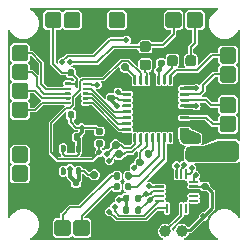
<source format=gbr>
%TF.GenerationSoftware,KiCad,Pcbnew,8.99.0-2608-ga0707285a1*%
%TF.CreationDate,2024-11-05T22:28:22-05:00*%
%TF.ProjectId,scampi,7363616d-7069-42e6-9b69-6361645f7063,rev?*%
%TF.SameCoordinates,Original*%
%TF.FileFunction,Copper,L1,Top*%
%TF.FilePolarity,Positive*%
%FSLAX46Y46*%
G04 Gerber Fmt 4.6, Leading zero omitted, Abs format (unit mm)*
G04 Created by KiCad (PCBNEW 8.99.0-2608-ga0707285a1) date 2024-11-05 22:28:22*
%MOMM*%
%LPD*%
G01*
G04 APERTURE LIST*
%TA.AperFunction,SMDPad,CuDef*%
%ADD10C,0.700000*%
%TD*%
%TA.AperFunction,SMDPad,CuDef*%
%ADD11C,1.000000*%
%TD*%
%TA.AperFunction,ViaPad*%
%ADD12C,0.500000*%
%TD*%
%TA.AperFunction,Conductor*%
%ADD13C,0.127000*%
%TD*%
%TA.AperFunction,Conductor*%
%ADD14C,0.200000*%
%TD*%
%TA.AperFunction,Conductor*%
%ADD15C,0.300000*%
%TD*%
%TA.AperFunction,Conductor*%
%ADD16C,0.250000*%
%TD*%
G04 APERTURE END LIST*
%TA.AperFunction,SMDPad,CuDef*%
G36*
G01*
X153200000Y-89900000D02*
X153200000Y-89400000D01*
G75*
G02*
X153425000Y-89175000I225000J0D01*
G01*
X153875000Y-89175000D01*
G75*
G02*
X154100000Y-89400000I0J-225000D01*
G01*
X154100000Y-89900000D01*
G75*
G02*
X153875000Y-90125000I-225000J0D01*
G01*
X153425000Y-90125000D01*
G75*
G02*
X153200000Y-89900000I0J225000D01*
G01*
G37*
%TD.AperFunction*%
%TA.AperFunction,SMDPad,CuDef*%
G36*
G01*
X151650000Y-89900000D02*
X151650000Y-89400000D01*
G75*
G02*
X151875000Y-89175000I225000J0D01*
G01*
X152325000Y-89175000D01*
G75*
G02*
X152550000Y-89400000I0J-225000D01*
G01*
X152550000Y-89900000D01*
G75*
G02*
X152325000Y-90125000I-225000J0D01*
G01*
X151875000Y-90125000D01*
G75*
G02*
X151650000Y-89900000I0J225000D01*
G01*
G37*
%TD.AperFunction*%
%TA.AperFunction,SMDPad,CuDef*%
G36*
G01*
X150050000Y-88900000D02*
X149550000Y-88900000D01*
G75*
G02*
X149325000Y-88675000I0J225000D01*
G01*
X149325000Y-88225000D01*
G75*
G02*
X149550000Y-88000000I225000J0D01*
G01*
X150050000Y-88000000D01*
G75*
G02*
X150275000Y-88225000I0J-225000D01*
G01*
X150275000Y-88675000D01*
G75*
G02*
X150050000Y-88900000I-225000J0D01*
G01*
G37*
%TD.AperFunction*%
%TA.AperFunction,SMDPad,CuDef*%
G36*
G01*
X150050000Y-90450000D02*
X149550000Y-90450000D01*
G75*
G02*
X149325000Y-90225000I0J225000D01*
G01*
X149325000Y-89775000D01*
G75*
G02*
X149550000Y-89550000I225000J0D01*
G01*
X150050000Y-89550000D01*
G75*
G02*
X150275000Y-89775000I0J-225000D01*
G01*
X150275000Y-90225000D01*
G75*
G02*
X150050000Y-90450000I-225000J0D01*
G01*
G37*
%TD.AperFunction*%
%TA.AperFunction,SMDPad,CuDef*%
G36*
G01*
X147680000Y-99230000D02*
X147680000Y-99570000D01*
G75*
G02*
X147540000Y-99710000I-140000J0D01*
G01*
X147260000Y-99710000D01*
G75*
G02*
X147120000Y-99570000I0J140000D01*
G01*
X147120000Y-99230000D01*
G75*
G02*
X147260000Y-99090000I140000J0D01*
G01*
X147540000Y-99090000D01*
G75*
G02*
X147680000Y-99230000I0J-140000D01*
G01*
G37*
%TD.AperFunction*%
%TA.AperFunction,SMDPad,CuDef*%
G36*
G01*
X148640000Y-99230000D02*
X148640000Y-99570000D01*
G75*
G02*
X148500000Y-99710000I-140000J0D01*
G01*
X148220000Y-99710000D01*
G75*
G02*
X148080000Y-99570000I0J140000D01*
G01*
X148080000Y-99230000D01*
G75*
G02*
X148220000Y-99090000I140000J0D01*
G01*
X148500000Y-99090000D01*
G75*
G02*
X148640000Y-99230000I0J-140000D01*
G01*
G37*
%TD.AperFunction*%
%TA.AperFunction,SMDPad,CuDef*%
G36*
G01*
X147670000Y-100130000D02*
X147670000Y-100470000D01*
G75*
G02*
X147530000Y-100610000I-140000J0D01*
G01*
X147250000Y-100610000D01*
G75*
G02*
X147110000Y-100470000I0J140000D01*
G01*
X147110000Y-100130000D01*
G75*
G02*
X147250000Y-99990000I140000J0D01*
G01*
X147530000Y-99990000D01*
G75*
G02*
X147670000Y-100130000I0J-140000D01*
G01*
G37*
%TD.AperFunction*%
%TA.AperFunction,SMDPad,CuDef*%
G36*
G01*
X148630000Y-100130000D02*
X148630000Y-100470000D01*
G75*
G02*
X148490000Y-100610000I-140000J0D01*
G01*
X148210000Y-100610000D01*
G75*
G02*
X148070000Y-100470000I0J140000D01*
G01*
X148070000Y-100130000D01*
G75*
G02*
X148210000Y-99990000I140000J0D01*
G01*
X148490000Y-99990000D01*
G75*
G02*
X148630000Y-100130000I0J-140000D01*
G01*
G37*
%TD.AperFunction*%
%TA.AperFunction,SMDPad,CuDef*%
G36*
G01*
X148930000Y-102485000D02*
X148930000Y-102115000D01*
G75*
G02*
X149065000Y-101980000I135000J0D01*
G01*
X149335000Y-101980000D01*
G75*
G02*
X149470000Y-102115000I0J-135000D01*
G01*
X149470000Y-102485000D01*
G75*
G02*
X149335000Y-102620000I-135000J0D01*
G01*
X149065000Y-102620000D01*
G75*
G02*
X148930000Y-102485000I0J135000D01*
G01*
G37*
%TD.AperFunction*%
%TA.AperFunction,SMDPad,CuDef*%
G36*
G01*
X147910000Y-102485000D02*
X147910000Y-102115000D01*
G75*
G02*
X148045000Y-101980000I135000J0D01*
G01*
X148315000Y-101980000D01*
G75*
G02*
X148450000Y-102115000I0J-135000D01*
G01*
X148450000Y-102485000D01*
G75*
G02*
X148315000Y-102620000I-135000J0D01*
G01*
X148045000Y-102620000D01*
G75*
G02*
X147910000Y-102485000I0J135000D01*
G01*
G37*
%TD.AperFunction*%
%TA.AperFunction,SMDPad,CuDef*%
G36*
G01*
X148930000Y-101485000D02*
X148930000Y-101115000D01*
G75*
G02*
X149065000Y-100980000I135000J0D01*
G01*
X149335000Y-100980000D01*
G75*
G02*
X149470000Y-101115000I0J-135000D01*
G01*
X149470000Y-101485000D01*
G75*
G02*
X149335000Y-101620000I-135000J0D01*
G01*
X149065000Y-101620000D01*
G75*
G02*
X148930000Y-101485000I0J135000D01*
G01*
G37*
%TD.AperFunction*%
%TA.AperFunction,SMDPad,CuDef*%
G36*
G01*
X147910000Y-101485000D02*
X147910000Y-101115000D01*
G75*
G02*
X148045000Y-100980000I135000J0D01*
G01*
X148315000Y-100980000D01*
G75*
G02*
X148450000Y-101115000I0J-135000D01*
G01*
X148450000Y-101485000D01*
G75*
G02*
X148315000Y-101620000I-135000J0D01*
G01*
X148045000Y-101620000D01*
G75*
G02*
X147910000Y-101485000I0J135000D01*
G01*
G37*
%TD.AperFunction*%
%TA.AperFunction,SMDPad,CuDef*%
G36*
G01*
X150011144Y-97850485D02*
X149749515Y-97588856D01*
G75*
G02*
X149749515Y-97397938I95459J95459D01*
G01*
X149940434Y-97207019D01*
G75*
G02*
X150131352Y-97207019I95459J-95459D01*
G01*
X150392981Y-97468648D01*
G75*
G02*
X150392981Y-97659566I-95459J-95459D01*
G01*
X150202062Y-97850485D01*
G75*
G02*
X150011144Y-97850485I-95459J95459D01*
G01*
G37*
%TD.AperFunction*%
%TA.AperFunction,SMDPad,CuDef*%
G36*
G01*
X149289896Y-98571733D02*
X149028267Y-98310104D01*
G75*
G02*
X149028267Y-98119186I95459J95459D01*
G01*
X149219186Y-97928267D01*
G75*
G02*
X149410104Y-97928267I95459J-95459D01*
G01*
X149671733Y-98189896D01*
G75*
G02*
X149671733Y-98380814I-95459J-95459D01*
G01*
X149480814Y-98571733D01*
G75*
G02*
X149289896Y-98571733I-95459J95459D01*
G01*
G37*
%TD.AperFunction*%
%TA.AperFunction,ComponentPad*%
G36*
G01*
X156100000Y-93890000D02*
X156100000Y-92910000D01*
G75*
G02*
X156310000Y-92700000I210000J0D01*
G01*
X157290000Y-92700000D01*
G75*
G02*
X157500000Y-92910000I0J-210000D01*
G01*
X157500000Y-93890000D01*
G75*
G02*
X157290000Y-94100000I-210000J0D01*
G01*
X156310000Y-94100000D01*
G75*
G02*
X156100000Y-93890000I0J210000D01*
G01*
G37*
%TD.AperFunction*%
%TA.AperFunction,ComponentPad*%
G36*
G01*
X156100000Y-95490000D02*
X156100000Y-94510000D01*
G75*
G02*
X156310000Y-94300000I210000J0D01*
G01*
X157290000Y-94300000D01*
G75*
G02*
X157500000Y-94510000I0J-210000D01*
G01*
X157500000Y-95490000D01*
G75*
G02*
X157290000Y-95700000I-210000J0D01*
G01*
X156310000Y-95700000D01*
G75*
G02*
X156100000Y-95490000I0J210000D01*
G01*
G37*
%TD.AperFunction*%
%TA.AperFunction,ComponentPad*%
G36*
G01*
X156100000Y-89690000D02*
X156100000Y-88710000D01*
G75*
G02*
X156310000Y-88500000I210000J0D01*
G01*
X157290000Y-88500000D01*
G75*
G02*
X157500000Y-88710000I0J-210000D01*
G01*
X157500000Y-89690000D01*
G75*
G02*
X157290000Y-89900000I-210000J0D01*
G01*
X156310000Y-89900000D01*
G75*
G02*
X156100000Y-89690000I0J210000D01*
G01*
G37*
%TD.AperFunction*%
%TA.AperFunction,ComponentPad*%
G36*
G01*
X156100000Y-91290000D02*
X156100000Y-90310000D01*
G75*
G02*
X156310000Y-90100000I210000J0D01*
G01*
X157290000Y-90100000D01*
G75*
G02*
X157500000Y-90310000I0J-210000D01*
G01*
X157500000Y-91290000D01*
G75*
G02*
X157290000Y-91500000I-210000J0D01*
G01*
X156310000Y-91500000D01*
G75*
G02*
X156100000Y-91290000I0J210000D01*
G01*
G37*
%TD.AperFunction*%
%TA.AperFunction,ComponentPad*%
G36*
G01*
X143700000Y-104290000D02*
X143700000Y-103310000D01*
G75*
G02*
X143910000Y-103100000I210000J0D01*
G01*
X144890000Y-103100000D01*
G75*
G02*
X145100000Y-103310000I0J-210000D01*
G01*
X145100000Y-104290000D01*
G75*
G02*
X144890000Y-104500000I-210000J0D01*
G01*
X143910000Y-104500000D01*
G75*
G02*
X143700000Y-104290000I0J210000D01*
G01*
G37*
%TD.AperFunction*%
D10*
X147300000Y-96782031D03*
D11*
X152870184Y-104100000D03*
%TA.AperFunction,ComponentPad*%
G36*
G01*
X139900000Y-98710000D02*
X139900000Y-99690000D01*
G75*
G02*
X139690000Y-99900000I-210000J0D01*
G01*
X138710000Y-99900000D01*
G75*
G02*
X138500000Y-99690000I0J210000D01*
G01*
X138500000Y-98710000D01*
G75*
G02*
X138710000Y-98500000I210000J0D01*
G01*
X139690000Y-98500000D01*
G75*
G02*
X139900000Y-98710000I0J-210000D01*
G01*
G37*
%TD.AperFunction*%
%TA.AperFunction,ComponentPad*%
G36*
G01*
X139900000Y-97110000D02*
X139900000Y-98090000D01*
G75*
G02*
X139690000Y-98300000I-210000J0D01*
G01*
X138710000Y-98300000D01*
G75*
G02*
X138500000Y-98090000I0J210000D01*
G01*
X138500000Y-97110000D01*
G75*
G02*
X138710000Y-96900000I210000J0D01*
G01*
X139690000Y-96900000D01*
G75*
G02*
X139900000Y-97110000I0J-210000D01*
G01*
G37*
%TD.AperFunction*%
%TA.AperFunction,ComponentPad*%
G36*
G01*
X146700000Y-86690000D02*
X146700000Y-85710000D01*
G75*
G02*
X146910000Y-85500000I210000J0D01*
G01*
X147890000Y-85500000D01*
G75*
G02*
X148100000Y-85710000I0J-210000D01*
G01*
X148100000Y-86690000D01*
G75*
G02*
X147890000Y-86900000I-210000J0D01*
G01*
X146910000Y-86900000D01*
G75*
G02*
X146700000Y-86690000I0J210000D01*
G01*
G37*
%TD.AperFunction*%
%TA.AperFunction,ComponentPad*%
G36*
G01*
X144500000Y-86690000D02*
X144500000Y-85710000D01*
G75*
G02*
X144710000Y-85500000I210000J0D01*
G01*
X145690000Y-85500000D01*
G75*
G02*
X145900000Y-85710000I0J-210000D01*
G01*
X145900000Y-86690000D01*
G75*
G02*
X145690000Y-86900000I-210000J0D01*
G01*
X144710000Y-86900000D01*
G75*
G02*
X144500000Y-86690000I0J210000D01*
G01*
G37*
%TD.AperFunction*%
%TA.AperFunction,ComponentPad*%
G36*
G01*
X142900000Y-86690000D02*
X142900000Y-85710000D01*
G75*
G02*
X143110000Y-85500000I210000J0D01*
G01*
X144090000Y-85500000D01*
G75*
G02*
X144300000Y-85710000I0J-210000D01*
G01*
X144300000Y-86690000D01*
G75*
G02*
X144090000Y-86900000I-210000J0D01*
G01*
X143110000Y-86900000D01*
G75*
G02*
X142900000Y-86690000I0J210000D01*
G01*
G37*
%TD.AperFunction*%
%TA.AperFunction,SMDPad,CuDef*%
G36*
G01*
X154370000Y-96480000D02*
X154030000Y-96480000D01*
G75*
G02*
X153890000Y-96340000I0J140000D01*
G01*
X153890000Y-96060000D01*
G75*
G02*
X154030000Y-95920000I140000J0D01*
G01*
X154370000Y-95920000D01*
G75*
G02*
X154510000Y-96060000I0J-140000D01*
G01*
X154510000Y-96340000D01*
G75*
G02*
X154370000Y-96480000I-140000J0D01*
G01*
G37*
%TD.AperFunction*%
%TA.AperFunction,SMDPad,CuDef*%
G36*
G01*
X154370000Y-95520000D02*
X154030000Y-95520000D01*
G75*
G02*
X153890000Y-95380000I0J140000D01*
G01*
X153890000Y-95100000D01*
G75*
G02*
X154030000Y-94960000I140000J0D01*
G01*
X154370000Y-94960000D01*
G75*
G02*
X154510000Y-95100000I0J-140000D01*
G01*
X154510000Y-95380000D01*
G75*
G02*
X154370000Y-95520000I-140000J0D01*
G01*
G37*
%TD.AperFunction*%
%TA.AperFunction,ComponentPad*%
G36*
G01*
X138500000Y-92690000D02*
X138500000Y-91710000D01*
G75*
G02*
X138710000Y-91500000I210000J0D01*
G01*
X139690000Y-91500000D01*
G75*
G02*
X139900000Y-91710000I0J-210000D01*
G01*
X139900000Y-92690000D01*
G75*
G02*
X139690000Y-92900000I-210000J0D01*
G01*
X138710000Y-92900000D01*
G75*
G02*
X138500000Y-92690000I0J210000D01*
G01*
G37*
%TD.AperFunction*%
%TA.AperFunction,ComponentPad*%
G36*
G01*
X141300000Y-86690000D02*
X141300000Y-85710000D01*
G75*
G02*
X141510000Y-85500000I210000J0D01*
G01*
X142490000Y-85500000D01*
G75*
G02*
X142700000Y-85710000I0J-210000D01*
G01*
X142700000Y-86690000D01*
G75*
G02*
X142490000Y-86900000I-210000J0D01*
G01*
X141510000Y-86900000D01*
G75*
G02*
X141300000Y-86690000I0J210000D01*
G01*
G37*
%TD.AperFunction*%
%TA.AperFunction,SMDPad,CuDef*%
G36*
G01*
X151320000Y-90140000D02*
X150980000Y-90140000D01*
G75*
G02*
X150840000Y-90000000I0J140000D01*
G01*
X150840000Y-89720000D01*
G75*
G02*
X150980000Y-89580000I140000J0D01*
G01*
X151320000Y-89580000D01*
G75*
G02*
X151460000Y-89720000I0J-140000D01*
G01*
X151460000Y-90000000D01*
G75*
G02*
X151320000Y-90140000I-140000J0D01*
G01*
G37*
%TD.AperFunction*%
%TA.AperFunction,SMDPad,CuDef*%
G36*
G01*
X151320000Y-89180000D02*
X150980000Y-89180000D01*
G75*
G02*
X150840000Y-89040000I0J140000D01*
G01*
X150840000Y-88760000D01*
G75*
G02*
X150980000Y-88620000I140000J0D01*
G01*
X151320000Y-88620000D01*
G75*
G02*
X151460000Y-88760000I0J-140000D01*
G01*
X151460000Y-89040000D01*
G75*
G02*
X151320000Y-89180000I-140000J0D01*
G01*
G37*
%TD.AperFunction*%
%TA.AperFunction,SMDPad,CuDef*%
G36*
G01*
X143217872Y-90819926D02*
X143217872Y-90479926D01*
G75*
G02*
X143357872Y-90339926I140000J0D01*
G01*
X143637872Y-90339926D01*
G75*
G02*
X143777872Y-90479926I0J-140000D01*
G01*
X143777872Y-90819926D01*
G75*
G02*
X143637872Y-90959926I-140000J0D01*
G01*
X143357872Y-90959926D01*
G75*
G02*
X143217872Y-90819926I0J140000D01*
G01*
G37*
%TD.AperFunction*%
%TA.AperFunction,SMDPad,CuDef*%
G36*
G01*
X144177872Y-90819926D02*
X144177872Y-90479926D01*
G75*
G02*
X144317872Y-90339926I140000J0D01*
G01*
X144597872Y-90339926D01*
G75*
G02*
X144737872Y-90479926I0J-140000D01*
G01*
X144737872Y-90819926D01*
G75*
G02*
X144597872Y-90959926I-140000J0D01*
G01*
X144317872Y-90959926D01*
G75*
G02*
X144177872Y-90819926I0J140000D01*
G01*
G37*
%TD.AperFunction*%
%TA.AperFunction,ComponentPad*%
G36*
G01*
X156109832Y-99625239D02*
X156109832Y-98645239D01*
G75*
G02*
X156319832Y-98435239I210000J0D01*
G01*
X157299832Y-98435239D01*
G75*
G02*
X157509832Y-98645239I0J-210000D01*
G01*
X157509832Y-99625239D01*
G75*
G02*
X157299832Y-99835239I-210000J0D01*
G01*
X156319832Y-99835239D01*
G75*
G02*
X156109832Y-99625239I0J210000D01*
G01*
G37*
%TD.AperFunction*%
%TA.AperFunction,SMDPad,CuDef*%
G36*
G01*
X147053802Y-93080000D02*
X146713802Y-93080000D01*
G75*
G02*
X146573802Y-92940000I0J140000D01*
G01*
X146573802Y-92660000D01*
G75*
G02*
X146713802Y-92520000I140000J0D01*
G01*
X147053802Y-92520000D01*
G75*
G02*
X147193802Y-92660000I0J-140000D01*
G01*
X147193802Y-92940000D01*
G75*
G02*
X147053802Y-93080000I-140000J0D01*
G01*
G37*
%TD.AperFunction*%
%TA.AperFunction,SMDPad,CuDef*%
G36*
G01*
X147053802Y-92120000D02*
X146713802Y-92120000D01*
G75*
G02*
X146573802Y-91980000I0J140000D01*
G01*
X146573802Y-91700000D01*
G75*
G02*
X146713802Y-91560000I140000J0D01*
G01*
X147053802Y-91560000D01*
G75*
G02*
X147193802Y-91700000I0J-140000D01*
G01*
X147193802Y-91980000D01*
G75*
G02*
X147053802Y-92120000I-140000J0D01*
G01*
G37*
%TD.AperFunction*%
%TA.AperFunction,SMDPad,CuDef*%
G36*
G01*
X146095106Y-96912483D02*
X145725106Y-96912483D01*
G75*
G02*
X145590106Y-96777483I0J135000D01*
G01*
X145590106Y-96507483D01*
G75*
G02*
X145725106Y-96372483I135000J0D01*
G01*
X146095106Y-96372483D01*
G75*
G02*
X146230106Y-96507483I0J-135000D01*
G01*
X146230106Y-96777483D01*
G75*
G02*
X146095106Y-96912483I-135000J0D01*
G01*
G37*
%TD.AperFunction*%
%TA.AperFunction,SMDPad,CuDef*%
G36*
G01*
X146095106Y-95892483D02*
X145725106Y-95892483D01*
G75*
G02*
X145590106Y-95757483I0J135000D01*
G01*
X145590106Y-95487483D01*
G75*
G02*
X145725106Y-95352483I135000J0D01*
G01*
X146095106Y-95352483D01*
G75*
G02*
X146230106Y-95487483I0J-135000D01*
G01*
X146230106Y-95757483D01*
G75*
G02*
X146095106Y-95892483I-135000J0D01*
G01*
G37*
%TD.AperFunction*%
%TA.AperFunction,ComponentPad*%
G36*
G01*
X151500000Y-86690000D02*
X151500000Y-85710000D01*
G75*
G02*
X151710000Y-85500000I210000J0D01*
G01*
X152690000Y-85500000D01*
G75*
G02*
X152900000Y-85710000I0J-210000D01*
G01*
X152900000Y-86690000D01*
G75*
G02*
X152690000Y-86900000I-210000J0D01*
G01*
X151710000Y-86900000D01*
G75*
G02*
X151500000Y-86690000I0J210000D01*
G01*
G37*
%TD.AperFunction*%
%TA.AperFunction,ComponentPad*%
G36*
G01*
X138500000Y-95890000D02*
X138500000Y-94910000D01*
G75*
G02*
X138710000Y-94700000I210000J0D01*
G01*
X139690000Y-94700000D01*
G75*
G02*
X139900000Y-94910000I0J-210000D01*
G01*
X139900000Y-95890000D01*
G75*
G02*
X139690000Y-96100000I-210000J0D01*
G01*
X138710000Y-96100000D01*
G75*
G02*
X138500000Y-95890000I0J210000D01*
G01*
G37*
%TD.AperFunction*%
%TA.AperFunction,SMDPad,CuDef*%
G36*
G01*
X154400000Y-97350000D02*
X154400000Y-97850000D01*
G75*
G02*
X154175000Y-98075000I-225000J0D01*
G01*
X153725000Y-98075000D01*
G75*
G02*
X153500000Y-97850000I0J225000D01*
G01*
X153500000Y-97350000D01*
G75*
G02*
X153725000Y-97125000I225000J0D01*
G01*
X154175000Y-97125000D01*
G75*
G02*
X154400000Y-97350000I0J-225000D01*
G01*
G37*
%TD.AperFunction*%
%TA.AperFunction,SMDPad,CuDef*%
G36*
G01*
X152850000Y-97350000D02*
X152850000Y-97850000D01*
G75*
G02*
X152625000Y-98075000I-225000J0D01*
G01*
X152175000Y-98075000D01*
G75*
G02*
X151950000Y-97850000I0J225000D01*
G01*
X151950000Y-97350000D01*
G75*
G02*
X152175000Y-97125000I225000J0D01*
G01*
X152625000Y-97125000D01*
G75*
G02*
X152850000Y-97350000I0J-225000D01*
G01*
G37*
%TD.AperFunction*%
%TA.AperFunction,SMDPad,CuDef*%
G36*
G01*
X154680000Y-100009348D02*
X155020000Y-100009348D01*
G75*
G02*
X155160000Y-100149348I0J-140000D01*
G01*
X155160000Y-100429348D01*
G75*
G02*
X155020000Y-100569348I-140000J0D01*
G01*
X154680000Y-100569348D01*
G75*
G02*
X154540000Y-100429348I0J140000D01*
G01*
X154540000Y-100149348D01*
G75*
G02*
X154680000Y-100009348I140000J0D01*
G01*
G37*
%TD.AperFunction*%
%TA.AperFunction,SMDPad,CuDef*%
G36*
G01*
X154680000Y-100969348D02*
X155020000Y-100969348D01*
G75*
G02*
X155160000Y-101109348I0J-140000D01*
G01*
X155160000Y-101389348D01*
G75*
G02*
X155020000Y-101529348I-140000J0D01*
G01*
X154680000Y-101529348D01*
G75*
G02*
X154540000Y-101389348I0J140000D01*
G01*
X154540000Y-101109348D01*
G75*
G02*
X154680000Y-100969348I140000J0D01*
G01*
G37*
%TD.AperFunction*%
%TA.AperFunction,ComponentPad*%
G36*
G01*
X138500000Y-101290000D02*
X138500000Y-100310000D01*
G75*
G02*
X138710000Y-100100000I210000J0D01*
G01*
X139690000Y-100100000D01*
G75*
G02*
X139900000Y-100310000I0J-210000D01*
G01*
X139900000Y-101290000D01*
G75*
G02*
X139690000Y-101500000I-210000J0D01*
G01*
X138710000Y-101500000D01*
G75*
G02*
X138500000Y-101290000I0J210000D01*
G01*
G37*
%TD.AperFunction*%
%TA.AperFunction,ComponentPad*%
G36*
G01*
X138500000Y-89490000D02*
X138500000Y-88510000D01*
G75*
G02*
X138710000Y-88300000I210000J0D01*
G01*
X139690000Y-88300000D01*
G75*
G02*
X139900000Y-88510000I0J-210000D01*
G01*
X139900000Y-89490000D01*
G75*
G02*
X139690000Y-89700000I-210000J0D01*
G01*
X138710000Y-89700000D01*
G75*
G02*
X138500000Y-89490000I0J210000D01*
G01*
G37*
%TD.AperFunction*%
%TA.AperFunction,ComponentPad*%
G36*
G01*
X138500000Y-94290000D02*
X138500000Y-93310000D01*
G75*
G02*
X138710000Y-93100000I210000J0D01*
G01*
X139690000Y-93100000D01*
G75*
G02*
X139900000Y-93310000I0J-210000D01*
G01*
X139900000Y-94290000D01*
G75*
G02*
X139690000Y-94500000I-210000J0D01*
G01*
X138710000Y-94500000D01*
G75*
G02*
X138500000Y-94290000I0J210000D01*
G01*
G37*
%TD.AperFunction*%
%TA.AperFunction,ComponentPad*%
G36*
G01*
X156109832Y-97775239D02*
X156109832Y-96795239D01*
G75*
G02*
X156319832Y-96585239I210000J0D01*
G01*
X157299832Y-96585239D01*
G75*
G02*
X157509832Y-96795239I0J-210000D01*
G01*
X157509832Y-97775239D01*
G75*
G02*
X157299832Y-97985239I-210000J0D01*
G01*
X156319832Y-97985239D01*
G75*
G02*
X156109832Y-97775239I0J210000D01*
G01*
G37*
%TD.AperFunction*%
%TA.AperFunction,SMDPad,CuDef*%
G36*
G01*
X144288053Y-95937578D02*
X144288053Y-96277578D01*
G75*
G02*
X144148053Y-96417578I-140000J0D01*
G01*
X143868053Y-96417578D01*
G75*
G02*
X143728053Y-96277578I0J140000D01*
G01*
X143728053Y-95937578D01*
G75*
G02*
X143868053Y-95797578I140000J0D01*
G01*
X144148053Y-95797578D01*
G75*
G02*
X144288053Y-95937578I0J-140000D01*
G01*
G37*
%TD.AperFunction*%
%TA.AperFunction,SMDPad,CuDef*%
G36*
G01*
X143328053Y-95937578D02*
X143328053Y-96277578D01*
G75*
G02*
X143188053Y-96417578I-140000J0D01*
G01*
X142908053Y-96417578D01*
G75*
G02*
X142768053Y-96277578I0J140000D01*
G01*
X142768053Y-95937578D01*
G75*
G02*
X142908053Y-95797578I140000J0D01*
G01*
X143188053Y-95797578D01*
G75*
G02*
X143328053Y-95937578I0J-140000D01*
G01*
G37*
%TD.AperFunction*%
%TA.AperFunction,ComponentPad*%
G36*
G01*
X138500000Y-91090000D02*
X138500000Y-90110000D01*
G75*
G02*
X138710000Y-89900000I210000J0D01*
G01*
X139690000Y-89900000D01*
G75*
G02*
X139900000Y-90110000I0J-210000D01*
G01*
X139900000Y-91090000D01*
G75*
G02*
X139690000Y-91300000I-210000J0D01*
G01*
X138710000Y-91300000D01*
G75*
G02*
X138500000Y-91090000I0J210000D01*
G01*
G37*
%TD.AperFunction*%
%TA.AperFunction,SMDPad,CuDef*%
G36*
G01*
X143241078Y-94388471D02*
X143241078Y-94048471D01*
G75*
G02*
X143381078Y-93908471I140000J0D01*
G01*
X143661078Y-93908471D01*
G75*
G02*
X143801078Y-94048471I0J-140000D01*
G01*
X143801078Y-94388471D01*
G75*
G02*
X143661078Y-94528471I-140000J0D01*
G01*
X143381078Y-94528471D01*
G75*
G02*
X143241078Y-94388471I0J140000D01*
G01*
G37*
%TD.AperFunction*%
%TA.AperFunction,SMDPad,CuDef*%
G36*
G01*
X144201078Y-94388471D02*
X144201078Y-94048471D01*
G75*
G02*
X144341078Y-93908471I140000J0D01*
G01*
X144621078Y-93908471D01*
G75*
G02*
X144761078Y-94048471I0J-140000D01*
G01*
X144761078Y-94388471D01*
G75*
G02*
X144621078Y-94528471I-140000J0D01*
G01*
X144341078Y-94528471D01*
G75*
G02*
X144201078Y-94388471I0J140000D01*
G01*
G37*
%TD.AperFunction*%
%TA.AperFunction,SMDPad,CuDef*%
G36*
G01*
X144205000Y-99780000D02*
X144205000Y-100120000D01*
G75*
G02*
X144065000Y-100260000I-140000J0D01*
G01*
X143785000Y-100260000D01*
G75*
G02*
X143645000Y-100120000I0J140000D01*
G01*
X143645000Y-99780000D01*
G75*
G02*
X143785000Y-99640000I140000J0D01*
G01*
X144065000Y-99640000D01*
G75*
G02*
X144205000Y-99780000I0J-140000D01*
G01*
G37*
%TD.AperFunction*%
%TA.AperFunction,SMDPad,CuDef*%
G36*
G01*
X143245000Y-99780000D02*
X143245000Y-100120000D01*
G75*
G02*
X143105000Y-100260000I-140000J0D01*
G01*
X142825000Y-100260000D01*
G75*
G02*
X142685000Y-100120000I0J140000D01*
G01*
X142685000Y-99780000D01*
G75*
G02*
X142825000Y-99640000I140000J0D01*
G01*
X143105000Y-99640000D01*
G75*
G02*
X143245000Y-99780000I0J-140000D01*
G01*
G37*
%TD.AperFunction*%
X151500000Y-104100000D03*
%TA.AperFunction,ComponentPad*%
G36*
G01*
X153300000Y-86690000D02*
X153300000Y-85710000D01*
G75*
G02*
X153510000Y-85500000I210000J0D01*
G01*
X154490000Y-85500000D01*
G75*
G02*
X154700000Y-85710000I0J-210000D01*
G01*
X154700000Y-86690000D01*
G75*
G02*
X154490000Y-86900000I-210000J0D01*
G01*
X153510000Y-86900000D01*
G75*
G02*
X153300000Y-86690000I0J210000D01*
G01*
G37*
%TD.AperFunction*%
%TA.AperFunction,SMDPad,CuDef*%
G36*
G01*
X143420000Y-91735000D02*
X143080000Y-91735000D01*
G75*
G02*
X143000000Y-91655000I0J80000D01*
G01*
X143000000Y-91495000D01*
G75*
G02*
X143080000Y-91415000I80000J0D01*
G01*
X143420000Y-91415000D01*
G75*
G02*
X143500000Y-91495000I0J-80000D01*
G01*
X143500000Y-91655000D01*
G75*
G02*
X143420000Y-91735000I-80000J0D01*
G01*
G37*
%TD.AperFunction*%
%TA.AperFunction,SMDPad,CuDef*%
G36*
G01*
X143445000Y-92135000D02*
X143055000Y-92135000D01*
G75*
G02*
X143000000Y-92080000I0J55000D01*
G01*
X143000000Y-91970000D01*
G75*
G02*
X143055000Y-91915000I55000J0D01*
G01*
X143445000Y-91915000D01*
G75*
G02*
X143500000Y-91970000I0J-55000D01*
G01*
X143500000Y-92080000D01*
G75*
G02*
X143445000Y-92135000I-55000J0D01*
G01*
G37*
%TD.AperFunction*%
%TA.AperFunction,SMDPad,CuDef*%
G36*
G01*
X143445000Y-92535000D02*
X143055000Y-92535000D01*
G75*
G02*
X143000000Y-92480000I0J55000D01*
G01*
X143000000Y-92370000D01*
G75*
G02*
X143055000Y-92315000I55000J0D01*
G01*
X143445000Y-92315000D01*
G75*
G02*
X143500000Y-92370000I0J-55000D01*
G01*
X143500000Y-92480000D01*
G75*
G02*
X143445000Y-92535000I-55000J0D01*
G01*
G37*
%TD.AperFunction*%
%TA.AperFunction,SMDPad,CuDef*%
G36*
G01*
X143445000Y-92935000D02*
X143055000Y-92935000D01*
G75*
G02*
X143000000Y-92880000I0J55000D01*
G01*
X143000000Y-92770000D01*
G75*
G02*
X143055000Y-92715000I55000J0D01*
G01*
X143445000Y-92715000D01*
G75*
G02*
X143500000Y-92770000I0J-55000D01*
G01*
X143500000Y-92880000D01*
G75*
G02*
X143445000Y-92935000I-55000J0D01*
G01*
G37*
%TD.AperFunction*%
%TA.AperFunction,SMDPad,CuDef*%
G36*
G01*
X143445000Y-93335000D02*
X143055000Y-93335000D01*
G75*
G02*
X143000000Y-93280000I0J55000D01*
G01*
X143000000Y-93170000D01*
G75*
G02*
X143055000Y-93115000I55000J0D01*
G01*
X143445000Y-93115000D01*
G75*
G02*
X143500000Y-93170000I0J-55000D01*
G01*
X143500000Y-93280000D01*
G75*
G02*
X143445000Y-93335000I-55000J0D01*
G01*
G37*
%TD.AperFunction*%
%TA.AperFunction,SMDPad,CuDef*%
G36*
G01*
X143890000Y-93520000D02*
X143890000Y-92980000D01*
G75*
G02*
X143945000Y-92925000I55000J0D01*
G01*
X144055000Y-92925000D01*
G75*
G02*
X144110000Y-92980000I0J-55000D01*
G01*
X144110000Y-93520000D01*
G75*
G02*
X144055000Y-93575000I-55000J0D01*
G01*
X143945000Y-93575000D01*
G75*
G02*
X143890000Y-93520000I0J55000D01*
G01*
G37*
%TD.AperFunction*%
%TA.AperFunction,SMDPad,CuDef*%
G36*
G01*
X144945000Y-93335000D02*
X144555000Y-93335000D01*
G75*
G02*
X144500000Y-93280000I0J55000D01*
G01*
X144500000Y-93170000D01*
G75*
G02*
X144555000Y-93115000I55000J0D01*
G01*
X144945000Y-93115000D01*
G75*
G02*
X145000000Y-93170000I0J-55000D01*
G01*
X145000000Y-93280000D01*
G75*
G02*
X144945000Y-93335000I-55000J0D01*
G01*
G37*
%TD.AperFunction*%
%TA.AperFunction,SMDPad,CuDef*%
G36*
G01*
X144945000Y-92935000D02*
X144555000Y-92935000D01*
G75*
G02*
X144500000Y-92880000I0J55000D01*
G01*
X144500000Y-92770000D01*
G75*
G02*
X144555000Y-92715000I55000J0D01*
G01*
X144945000Y-92715000D01*
G75*
G02*
X145000000Y-92770000I0J-55000D01*
G01*
X145000000Y-92880000D01*
G75*
G02*
X144945000Y-92935000I-55000J0D01*
G01*
G37*
%TD.AperFunction*%
%TA.AperFunction,SMDPad,CuDef*%
G36*
G01*
X144945000Y-92535000D02*
X144555000Y-92535000D01*
G75*
G02*
X144500000Y-92480000I0J55000D01*
G01*
X144500000Y-92370000D01*
G75*
G02*
X144555000Y-92315000I55000J0D01*
G01*
X144945000Y-92315000D01*
G75*
G02*
X145000000Y-92370000I0J-55000D01*
G01*
X145000000Y-92480000D01*
G75*
G02*
X144945000Y-92535000I-55000J0D01*
G01*
G37*
%TD.AperFunction*%
%TA.AperFunction,SMDPad,CuDef*%
G36*
G01*
X144945000Y-92135000D02*
X144555000Y-92135000D01*
G75*
G02*
X144500000Y-92080000I0J55000D01*
G01*
X144500000Y-91970000D01*
G75*
G02*
X144555000Y-91915000I55000J0D01*
G01*
X144945000Y-91915000D01*
G75*
G02*
X145000000Y-91970000I0J-55000D01*
G01*
X145000000Y-92080000D01*
G75*
G02*
X144945000Y-92135000I-55000J0D01*
G01*
G37*
%TD.AperFunction*%
%TA.AperFunction,SMDPad,CuDef*%
G36*
G01*
X144945000Y-91735000D02*
X144555000Y-91735000D01*
G75*
G02*
X144500000Y-91680000I0J55000D01*
G01*
X144500000Y-91570000D01*
G75*
G02*
X144555000Y-91515000I55000J0D01*
G01*
X144945000Y-91515000D01*
G75*
G02*
X145000000Y-91570000I0J-55000D01*
G01*
X145000000Y-91680000D01*
G75*
G02*
X144945000Y-91735000I-55000J0D01*
G01*
G37*
%TD.AperFunction*%
%TA.AperFunction,SMDPad,CuDef*%
G36*
G01*
X143890000Y-91870000D02*
X143890000Y-91330000D01*
G75*
G02*
X143945000Y-91275000I55000J0D01*
G01*
X144055000Y-91275000D01*
G75*
G02*
X144110000Y-91330000I0J-55000D01*
G01*
X144110000Y-91870000D01*
G75*
G02*
X144055000Y-91925000I-55000J0D01*
G01*
X143945000Y-91925000D01*
G75*
G02*
X143890000Y-91870000I0J55000D01*
G01*
G37*
%TD.AperFunction*%
%TA.AperFunction,HeatsinkPad*%
G36*
G01*
X153300000Y-100020000D02*
X153300000Y-101380000D01*
G75*
G02*
X153130000Y-101550000I-170000J0D01*
G01*
X151770000Y-101550000D01*
G75*
G02*
X151600000Y-101380000I0J170000D01*
G01*
X151600000Y-100020000D01*
G75*
G02*
X151770000Y-99850000I170000J0D01*
G01*
X153130000Y-99850000D01*
G75*
G02*
X153300000Y-100020000I0J-170000D01*
G01*
G37*
%TD.AperFunction*%
%TA.AperFunction,SMDPad,CuDef*%
G36*
X153164645Y-102535355D02*
G01*
X153150000Y-102500000D01*
X153150000Y-101800000D01*
X153164645Y-101764645D01*
X153200000Y-101750000D01*
X153249289Y-101750000D01*
X153284644Y-101764645D01*
X153335355Y-101815356D01*
X153350000Y-101850711D01*
X153350000Y-102500000D01*
X153335355Y-102535355D01*
X153300000Y-102550000D01*
X153200000Y-102550000D01*
X153164645Y-102535355D01*
G37*
%TD.AperFunction*%
%TA.AperFunction,SMDPad,CuDef*%
G36*
G01*
X152950000Y-101800000D02*
X152950000Y-102500000D01*
G75*
G02*
X152900000Y-102550000I-50000J0D01*
G01*
X152800000Y-102550000D01*
G75*
G02*
X152750000Y-102500000I0J50000D01*
G01*
X152750000Y-101800000D01*
G75*
G02*
X152800000Y-101750000I50000J0D01*
G01*
X152900000Y-101750000D01*
G75*
G02*
X152950000Y-101800000I0J-50000D01*
G01*
G37*
%TD.AperFunction*%
%TA.AperFunction,SMDPad,CuDef*%
G36*
G01*
X152550000Y-101800000D02*
X152550000Y-102500000D01*
G75*
G02*
X152500000Y-102550000I-50000J0D01*
G01*
X152400000Y-102550000D01*
G75*
G02*
X152350000Y-102500000I0J50000D01*
G01*
X152350000Y-101800000D01*
G75*
G02*
X152400000Y-101750000I50000J0D01*
G01*
X152500000Y-101750000D01*
G75*
G02*
X152550000Y-101800000I0J-50000D01*
G01*
G37*
%TD.AperFunction*%
%TA.AperFunction,SMDPad,CuDef*%
G36*
G01*
X152150000Y-101800000D02*
X152150000Y-102500000D01*
G75*
G02*
X152100000Y-102550000I-50000J0D01*
G01*
X152000000Y-102550000D01*
G75*
G02*
X151950000Y-102500000I0J50000D01*
G01*
X151950000Y-101800000D01*
G75*
G02*
X152000000Y-101750000I50000J0D01*
G01*
X152100000Y-101750000D01*
G75*
G02*
X152150000Y-101800000I0J-50000D01*
G01*
G37*
%TD.AperFunction*%
%TA.AperFunction,SMDPad,CuDef*%
G36*
X151564645Y-102535355D02*
G01*
X151550000Y-102500000D01*
X151550000Y-101850711D01*
X151564645Y-101815356D01*
X151615356Y-101764645D01*
X151650711Y-101750000D01*
X151700000Y-101750000D01*
X151735355Y-101764645D01*
X151750000Y-101800000D01*
X151750000Y-102500000D01*
X151735355Y-102535355D01*
X151700000Y-102550000D01*
X151600000Y-102550000D01*
X151564645Y-102535355D01*
G37*
%TD.AperFunction*%
%TA.AperFunction,SMDPad,CuDef*%
G36*
X150614645Y-101585355D02*
G01*
X150600000Y-101550000D01*
X150600000Y-101450000D01*
X150614645Y-101414645D01*
X150650000Y-101400000D01*
X151350000Y-101400000D01*
X151385355Y-101414645D01*
X151400000Y-101450000D01*
X151400000Y-101499289D01*
X151385355Y-101534644D01*
X151334644Y-101585355D01*
X151299289Y-101600000D01*
X150650000Y-101600000D01*
X150614645Y-101585355D01*
G37*
%TD.AperFunction*%
%TA.AperFunction,SMDPad,CuDef*%
G36*
G01*
X151400000Y-101050000D02*
X151400000Y-101150000D01*
G75*
G02*
X151350000Y-101200000I-50000J0D01*
G01*
X150650000Y-101200000D01*
G75*
G02*
X150600000Y-101150000I0J50000D01*
G01*
X150600000Y-101050000D01*
G75*
G02*
X150650000Y-101000000I50000J0D01*
G01*
X151350000Y-101000000D01*
G75*
G02*
X151400000Y-101050000I0J-50000D01*
G01*
G37*
%TD.AperFunction*%
%TA.AperFunction,SMDPad,CuDef*%
G36*
G01*
X151400000Y-100650000D02*
X151400000Y-100750000D01*
G75*
G02*
X151350000Y-100800000I-50000J0D01*
G01*
X150650000Y-100800000D01*
G75*
G02*
X150600000Y-100750000I0J50000D01*
G01*
X150600000Y-100650000D01*
G75*
G02*
X150650000Y-100600000I50000J0D01*
G01*
X151350000Y-100600000D01*
G75*
G02*
X151400000Y-100650000I0J-50000D01*
G01*
G37*
%TD.AperFunction*%
%TA.AperFunction,SMDPad,CuDef*%
G36*
G01*
X151400000Y-100250000D02*
X151400000Y-100350000D01*
G75*
G02*
X151350000Y-100400000I-50000J0D01*
G01*
X150650000Y-100400000D01*
G75*
G02*
X150600000Y-100350000I0J50000D01*
G01*
X150600000Y-100250000D01*
G75*
G02*
X150650000Y-100200000I50000J0D01*
G01*
X151350000Y-100200000D01*
G75*
G02*
X151400000Y-100250000I0J-50000D01*
G01*
G37*
%TD.AperFunction*%
%TA.AperFunction,SMDPad,CuDef*%
G36*
X150614645Y-99985355D02*
G01*
X150600000Y-99950000D01*
X150600000Y-99850000D01*
X150614645Y-99814645D01*
X150650000Y-99800000D01*
X151299289Y-99800000D01*
X151334644Y-99814645D01*
X151385355Y-99865356D01*
X151400000Y-99900711D01*
X151400000Y-99950000D01*
X151385355Y-99985355D01*
X151350000Y-100000000D01*
X150650000Y-100000000D01*
X150614645Y-99985355D01*
G37*
%TD.AperFunction*%
%TA.AperFunction,SMDPad,CuDef*%
G36*
X151615356Y-99635355D02*
G01*
X151564645Y-99584644D01*
X151550000Y-99549289D01*
X151550000Y-98900000D01*
X151564645Y-98864645D01*
X151600000Y-98850000D01*
X151700000Y-98850000D01*
X151735355Y-98864645D01*
X151750000Y-98900000D01*
X151750000Y-99600000D01*
X151735355Y-99635355D01*
X151700000Y-99650000D01*
X151650711Y-99650000D01*
X151615356Y-99635355D01*
G37*
%TD.AperFunction*%
%TA.AperFunction,SMDPad,CuDef*%
G36*
G01*
X152150000Y-98900000D02*
X152150000Y-99600000D01*
G75*
G02*
X152100000Y-99650000I-50000J0D01*
G01*
X152000000Y-99650000D01*
G75*
G02*
X151950000Y-99600000I0J50000D01*
G01*
X151950000Y-98900000D01*
G75*
G02*
X152000000Y-98850000I50000J0D01*
G01*
X152100000Y-98850000D01*
G75*
G02*
X152150000Y-98900000I0J-50000D01*
G01*
G37*
%TD.AperFunction*%
%TA.AperFunction,SMDPad,CuDef*%
G36*
G01*
X152550000Y-98900000D02*
X152550000Y-99600000D01*
G75*
G02*
X152500000Y-99650000I-50000J0D01*
G01*
X152400000Y-99650000D01*
G75*
G02*
X152350000Y-99600000I0J50000D01*
G01*
X152350000Y-98900000D01*
G75*
G02*
X152400000Y-98850000I50000J0D01*
G01*
X152500000Y-98850000D01*
G75*
G02*
X152550000Y-98900000I0J-50000D01*
G01*
G37*
%TD.AperFunction*%
%TA.AperFunction,SMDPad,CuDef*%
G36*
G01*
X152950000Y-98900000D02*
X152950000Y-99600000D01*
G75*
G02*
X152900000Y-99650000I-50000J0D01*
G01*
X152800000Y-99650000D01*
G75*
G02*
X152750000Y-99600000I0J50000D01*
G01*
X152750000Y-98900000D01*
G75*
G02*
X152800000Y-98850000I50000J0D01*
G01*
X152900000Y-98850000D01*
G75*
G02*
X152950000Y-98900000I0J-50000D01*
G01*
G37*
%TD.AperFunction*%
%TA.AperFunction,SMDPad,CuDef*%
G36*
X153164645Y-99635355D02*
G01*
X153150000Y-99600000D01*
X153150000Y-98900000D01*
X153164645Y-98864645D01*
X153200000Y-98850000D01*
X153300000Y-98850000D01*
X153335355Y-98864645D01*
X153350000Y-98900000D01*
X153350000Y-99549289D01*
X153335355Y-99584644D01*
X153284644Y-99635355D01*
X153249289Y-99650000D01*
X153200000Y-99650000D01*
X153164645Y-99635355D01*
G37*
%TD.AperFunction*%
%TA.AperFunction,SMDPad,CuDef*%
G36*
X153514645Y-99985355D02*
G01*
X153500000Y-99950000D01*
X153500000Y-99900711D01*
X153514645Y-99865356D01*
X153565356Y-99814645D01*
X153600711Y-99800000D01*
X154250000Y-99800000D01*
X154285355Y-99814645D01*
X154300000Y-99850000D01*
X154300000Y-99950000D01*
X154285355Y-99985355D01*
X154250000Y-100000000D01*
X153550000Y-100000000D01*
X153514645Y-99985355D01*
G37*
%TD.AperFunction*%
%TA.AperFunction,SMDPad,CuDef*%
G36*
G01*
X154300000Y-100250000D02*
X154300000Y-100350000D01*
G75*
G02*
X154250000Y-100400000I-50000J0D01*
G01*
X153550000Y-100400000D01*
G75*
G02*
X153500000Y-100350000I0J50000D01*
G01*
X153500000Y-100250000D01*
G75*
G02*
X153550000Y-100200000I50000J0D01*
G01*
X154250000Y-100200000D01*
G75*
G02*
X154300000Y-100250000I0J-50000D01*
G01*
G37*
%TD.AperFunction*%
%TA.AperFunction,SMDPad,CuDef*%
G36*
G01*
X154300000Y-100650000D02*
X154300000Y-100750000D01*
G75*
G02*
X154250000Y-100800000I-50000J0D01*
G01*
X153550000Y-100800000D01*
G75*
G02*
X153500000Y-100750000I0J50000D01*
G01*
X153500000Y-100650000D01*
G75*
G02*
X153550000Y-100600000I50000J0D01*
G01*
X154250000Y-100600000D01*
G75*
G02*
X154300000Y-100650000I0J-50000D01*
G01*
G37*
%TD.AperFunction*%
%TA.AperFunction,SMDPad,CuDef*%
G36*
G01*
X154300000Y-101050000D02*
X154300000Y-101150000D01*
G75*
G02*
X154250000Y-101200000I-50000J0D01*
G01*
X153550000Y-101200000D01*
G75*
G02*
X153500000Y-101150000I0J50000D01*
G01*
X153500000Y-101050000D01*
G75*
G02*
X153550000Y-101000000I50000J0D01*
G01*
X154250000Y-101000000D01*
G75*
G02*
X154300000Y-101050000I0J-50000D01*
G01*
G37*
%TD.AperFunction*%
%TA.AperFunction,SMDPad,CuDef*%
G36*
X153565356Y-101585355D02*
G01*
X153514645Y-101534644D01*
X153500000Y-101499289D01*
X153500000Y-101450000D01*
X153514645Y-101414645D01*
X153550000Y-101400000D01*
X154250000Y-101400000D01*
X154285355Y-101414645D01*
X154300000Y-101450000D01*
X154300000Y-101550000D01*
X154285355Y-101585355D01*
X154250000Y-101600000D01*
X153600711Y-101600000D01*
X153565356Y-101585355D01*
G37*
%TD.AperFunction*%
%TA.AperFunction,HeatsinkPad*%
G36*
G01*
X148925000Y-95300000D02*
X148925000Y-92150000D01*
G75*
G02*
X149100000Y-91975000I175000J0D01*
G01*
X152250000Y-91975000D01*
G75*
G02*
X152425000Y-92150000I0J-175000D01*
G01*
X152425000Y-95300000D01*
G75*
G02*
X152250000Y-95475000I-175000J0D01*
G01*
X149100000Y-95475000D01*
G75*
G02*
X148925000Y-95300000I0J175000D01*
G01*
G37*
%TD.AperFunction*%
%TA.AperFunction,SMDPad,CuDef*%
G36*
G01*
X148800000Y-91612500D02*
X148800000Y-90937500D01*
G75*
G02*
X148862500Y-90875000I62500J0D01*
G01*
X148987500Y-90875000D01*
G75*
G02*
X149050000Y-90937500I0J-62500D01*
G01*
X149050000Y-91612500D01*
G75*
G02*
X148987500Y-91675000I-62500J0D01*
G01*
X148862500Y-91675000D01*
G75*
G02*
X148800000Y-91612500I0J62500D01*
G01*
G37*
%TD.AperFunction*%
%TA.AperFunction,SMDPad,CuDef*%
G36*
G01*
X149300000Y-91612500D02*
X149300000Y-90937500D01*
G75*
G02*
X149362500Y-90875000I62500J0D01*
G01*
X149487500Y-90875000D01*
G75*
G02*
X149550000Y-90937500I0J-62500D01*
G01*
X149550000Y-91612500D01*
G75*
G02*
X149487500Y-91675000I-62500J0D01*
G01*
X149362500Y-91675000D01*
G75*
G02*
X149300000Y-91612500I0J62500D01*
G01*
G37*
%TD.AperFunction*%
%TA.AperFunction,SMDPad,CuDef*%
G36*
G01*
X149800000Y-91612500D02*
X149800000Y-90937500D01*
G75*
G02*
X149862500Y-90875000I62500J0D01*
G01*
X149987500Y-90875000D01*
G75*
G02*
X150050000Y-90937500I0J-62500D01*
G01*
X150050000Y-91612500D01*
G75*
G02*
X149987500Y-91675000I-62500J0D01*
G01*
X149862500Y-91675000D01*
G75*
G02*
X149800000Y-91612500I0J62500D01*
G01*
G37*
%TD.AperFunction*%
%TA.AperFunction,SMDPad,CuDef*%
G36*
G01*
X150300000Y-91612500D02*
X150300000Y-90937500D01*
G75*
G02*
X150362500Y-90875000I62500J0D01*
G01*
X150487500Y-90875000D01*
G75*
G02*
X150550000Y-90937500I0J-62500D01*
G01*
X150550000Y-91612500D01*
G75*
G02*
X150487500Y-91675000I-62500J0D01*
G01*
X150362500Y-91675000D01*
G75*
G02*
X150300000Y-91612500I0J62500D01*
G01*
G37*
%TD.AperFunction*%
%TA.AperFunction,SMDPad,CuDef*%
G36*
G01*
X150800000Y-91612500D02*
X150800000Y-90937500D01*
G75*
G02*
X150862500Y-90875000I62500J0D01*
G01*
X150987500Y-90875000D01*
G75*
G02*
X151050000Y-90937500I0J-62500D01*
G01*
X151050000Y-91612500D01*
G75*
G02*
X150987500Y-91675000I-62500J0D01*
G01*
X150862500Y-91675000D01*
G75*
G02*
X150800000Y-91612500I0J62500D01*
G01*
G37*
%TD.AperFunction*%
%TA.AperFunction,SMDPad,CuDef*%
G36*
G01*
X151300000Y-91612500D02*
X151300000Y-90937500D01*
G75*
G02*
X151362500Y-90875000I62500J0D01*
G01*
X151487500Y-90875000D01*
G75*
G02*
X151550000Y-90937500I0J-62500D01*
G01*
X151550000Y-91612500D01*
G75*
G02*
X151487500Y-91675000I-62500J0D01*
G01*
X151362500Y-91675000D01*
G75*
G02*
X151300000Y-91612500I0J62500D01*
G01*
G37*
%TD.AperFunction*%
%TA.AperFunction,SMDPad,CuDef*%
G36*
G01*
X151800000Y-91612500D02*
X151800000Y-90937500D01*
G75*
G02*
X151862500Y-90875000I62500J0D01*
G01*
X151987500Y-90875000D01*
G75*
G02*
X152050000Y-90937500I0J-62500D01*
G01*
X152050000Y-91612500D01*
G75*
G02*
X151987500Y-91675000I-62500J0D01*
G01*
X151862500Y-91675000D01*
G75*
G02*
X151800000Y-91612500I0J62500D01*
G01*
G37*
%TD.AperFunction*%
%TA.AperFunction,SMDPad,CuDef*%
G36*
G01*
X152300000Y-91612500D02*
X152300000Y-90937500D01*
G75*
G02*
X152362500Y-90875000I62500J0D01*
G01*
X152487500Y-90875000D01*
G75*
G02*
X152550000Y-90937500I0J-62500D01*
G01*
X152550000Y-91612500D01*
G75*
G02*
X152487500Y-91675000I-62500J0D01*
G01*
X152362500Y-91675000D01*
G75*
G02*
X152300000Y-91612500I0J62500D01*
G01*
G37*
%TD.AperFunction*%
%TA.AperFunction,SMDPad,CuDef*%
G36*
G01*
X152725000Y-92037500D02*
X152725000Y-91912500D01*
G75*
G02*
X152787500Y-91850000I62500J0D01*
G01*
X153462500Y-91850000D01*
G75*
G02*
X153525000Y-91912500I0J-62500D01*
G01*
X153525000Y-92037500D01*
G75*
G02*
X153462500Y-92100000I-62500J0D01*
G01*
X152787500Y-92100000D01*
G75*
G02*
X152725000Y-92037500I0J62500D01*
G01*
G37*
%TD.AperFunction*%
%TA.AperFunction,SMDPad,CuDef*%
G36*
G01*
X152725000Y-92537500D02*
X152725000Y-92412500D01*
G75*
G02*
X152787500Y-92350000I62500J0D01*
G01*
X153462500Y-92350000D01*
G75*
G02*
X153525000Y-92412500I0J-62500D01*
G01*
X153525000Y-92537500D01*
G75*
G02*
X153462500Y-92600000I-62500J0D01*
G01*
X152787500Y-92600000D01*
G75*
G02*
X152725000Y-92537500I0J62500D01*
G01*
G37*
%TD.AperFunction*%
%TA.AperFunction,SMDPad,CuDef*%
G36*
G01*
X152725000Y-93037500D02*
X152725000Y-92912500D01*
G75*
G02*
X152787500Y-92850000I62500J0D01*
G01*
X153462500Y-92850000D01*
G75*
G02*
X153525000Y-92912500I0J-62500D01*
G01*
X153525000Y-93037500D01*
G75*
G02*
X153462500Y-93100000I-62500J0D01*
G01*
X152787500Y-93100000D01*
G75*
G02*
X152725000Y-93037500I0J62500D01*
G01*
G37*
%TD.AperFunction*%
%TA.AperFunction,SMDPad,CuDef*%
G36*
G01*
X152725000Y-93537500D02*
X152725000Y-93412500D01*
G75*
G02*
X152787500Y-93350000I62500J0D01*
G01*
X153462500Y-93350000D01*
G75*
G02*
X153525000Y-93412500I0J-62500D01*
G01*
X153525000Y-93537500D01*
G75*
G02*
X153462500Y-93600000I-62500J0D01*
G01*
X152787500Y-93600000D01*
G75*
G02*
X152725000Y-93537500I0J62500D01*
G01*
G37*
%TD.AperFunction*%
%TA.AperFunction,SMDPad,CuDef*%
G36*
G01*
X152725000Y-94037500D02*
X152725000Y-93912500D01*
G75*
G02*
X152787500Y-93850000I62500J0D01*
G01*
X153462500Y-93850000D01*
G75*
G02*
X153525000Y-93912500I0J-62500D01*
G01*
X153525000Y-94037500D01*
G75*
G02*
X153462500Y-94100000I-62500J0D01*
G01*
X152787500Y-94100000D01*
G75*
G02*
X152725000Y-94037500I0J62500D01*
G01*
G37*
%TD.AperFunction*%
%TA.AperFunction,SMDPad,CuDef*%
G36*
G01*
X152725000Y-94537500D02*
X152725000Y-94412500D01*
G75*
G02*
X152787500Y-94350000I62500J0D01*
G01*
X153462500Y-94350000D01*
G75*
G02*
X153525000Y-94412500I0J-62500D01*
G01*
X153525000Y-94537500D01*
G75*
G02*
X153462500Y-94600000I-62500J0D01*
G01*
X152787500Y-94600000D01*
G75*
G02*
X152725000Y-94537500I0J62500D01*
G01*
G37*
%TD.AperFunction*%
%TA.AperFunction,SMDPad,CuDef*%
G36*
G01*
X152725000Y-95037500D02*
X152725000Y-94912500D01*
G75*
G02*
X152787500Y-94850000I62500J0D01*
G01*
X153462500Y-94850000D01*
G75*
G02*
X153525000Y-94912500I0J-62500D01*
G01*
X153525000Y-95037500D01*
G75*
G02*
X153462500Y-95100000I-62500J0D01*
G01*
X152787500Y-95100000D01*
G75*
G02*
X152725000Y-95037500I0J62500D01*
G01*
G37*
%TD.AperFunction*%
%TA.AperFunction,SMDPad,CuDef*%
G36*
G01*
X152725000Y-95537500D02*
X152725000Y-95412500D01*
G75*
G02*
X152787500Y-95350000I62500J0D01*
G01*
X153462500Y-95350000D01*
G75*
G02*
X153525000Y-95412500I0J-62500D01*
G01*
X153525000Y-95537500D01*
G75*
G02*
X153462500Y-95600000I-62500J0D01*
G01*
X152787500Y-95600000D01*
G75*
G02*
X152725000Y-95537500I0J62500D01*
G01*
G37*
%TD.AperFunction*%
%TA.AperFunction,SMDPad,CuDef*%
G36*
G01*
X152300000Y-96512500D02*
X152300000Y-95837500D01*
G75*
G02*
X152362500Y-95775000I62500J0D01*
G01*
X152487500Y-95775000D01*
G75*
G02*
X152550000Y-95837500I0J-62500D01*
G01*
X152550000Y-96512500D01*
G75*
G02*
X152487500Y-96575000I-62500J0D01*
G01*
X152362500Y-96575000D01*
G75*
G02*
X152300000Y-96512500I0J62500D01*
G01*
G37*
%TD.AperFunction*%
%TA.AperFunction,SMDPad,CuDef*%
G36*
G01*
X151800000Y-96512500D02*
X151800000Y-95837500D01*
G75*
G02*
X151862500Y-95775000I62500J0D01*
G01*
X151987500Y-95775000D01*
G75*
G02*
X152050000Y-95837500I0J-62500D01*
G01*
X152050000Y-96512500D01*
G75*
G02*
X151987500Y-96575000I-62500J0D01*
G01*
X151862500Y-96575000D01*
G75*
G02*
X151800000Y-96512500I0J62500D01*
G01*
G37*
%TD.AperFunction*%
%TA.AperFunction,SMDPad,CuDef*%
G36*
G01*
X151300000Y-96512500D02*
X151300000Y-95837500D01*
G75*
G02*
X151362500Y-95775000I62500J0D01*
G01*
X151487500Y-95775000D01*
G75*
G02*
X151550000Y-95837500I0J-62500D01*
G01*
X151550000Y-96512500D01*
G75*
G02*
X151487500Y-96575000I-62500J0D01*
G01*
X151362500Y-96575000D01*
G75*
G02*
X151300000Y-96512500I0J62500D01*
G01*
G37*
%TD.AperFunction*%
%TA.AperFunction,SMDPad,CuDef*%
G36*
G01*
X150800000Y-96512500D02*
X150800000Y-95837500D01*
G75*
G02*
X150862500Y-95775000I62500J0D01*
G01*
X150987500Y-95775000D01*
G75*
G02*
X151050000Y-95837500I0J-62500D01*
G01*
X151050000Y-96512500D01*
G75*
G02*
X150987500Y-96575000I-62500J0D01*
G01*
X150862500Y-96575000D01*
G75*
G02*
X150800000Y-96512500I0J62500D01*
G01*
G37*
%TD.AperFunction*%
%TA.AperFunction,SMDPad,CuDef*%
G36*
G01*
X150300000Y-96512500D02*
X150300000Y-95837500D01*
G75*
G02*
X150362500Y-95775000I62500J0D01*
G01*
X150487500Y-95775000D01*
G75*
G02*
X150550000Y-95837500I0J-62500D01*
G01*
X150550000Y-96512500D01*
G75*
G02*
X150487500Y-96575000I-62500J0D01*
G01*
X150362500Y-96575000D01*
G75*
G02*
X150300000Y-96512500I0J62500D01*
G01*
G37*
%TD.AperFunction*%
%TA.AperFunction,SMDPad,CuDef*%
G36*
G01*
X149800000Y-96512500D02*
X149800000Y-95837500D01*
G75*
G02*
X149862500Y-95775000I62500J0D01*
G01*
X149987500Y-95775000D01*
G75*
G02*
X150050000Y-95837500I0J-62500D01*
G01*
X150050000Y-96512500D01*
G75*
G02*
X149987500Y-96575000I-62500J0D01*
G01*
X149862500Y-96575000D01*
G75*
G02*
X149800000Y-96512500I0J62500D01*
G01*
G37*
%TD.AperFunction*%
%TA.AperFunction,SMDPad,CuDef*%
G36*
G01*
X149300000Y-96512500D02*
X149300000Y-95837500D01*
G75*
G02*
X149362500Y-95775000I62500J0D01*
G01*
X149487500Y-95775000D01*
G75*
G02*
X149550000Y-95837500I0J-62500D01*
G01*
X149550000Y-96512500D01*
G75*
G02*
X149487500Y-96575000I-62500J0D01*
G01*
X149362500Y-96575000D01*
G75*
G02*
X149300000Y-96512500I0J62500D01*
G01*
G37*
%TD.AperFunction*%
%TA.AperFunction,SMDPad,CuDef*%
G36*
G01*
X148800000Y-96512500D02*
X148800000Y-95837500D01*
G75*
G02*
X148862500Y-95775000I62500J0D01*
G01*
X148987500Y-95775000D01*
G75*
G02*
X149050000Y-95837500I0J-62500D01*
G01*
X149050000Y-96512500D01*
G75*
G02*
X148987500Y-96575000I-62500J0D01*
G01*
X148862500Y-96575000D01*
G75*
G02*
X148800000Y-96512500I0J62500D01*
G01*
G37*
%TD.AperFunction*%
%TA.AperFunction,SMDPad,CuDef*%
G36*
G01*
X147825000Y-95537500D02*
X147825000Y-95412500D01*
G75*
G02*
X147887500Y-95350000I62500J0D01*
G01*
X148562500Y-95350000D01*
G75*
G02*
X148625000Y-95412500I0J-62500D01*
G01*
X148625000Y-95537500D01*
G75*
G02*
X148562500Y-95600000I-62500J0D01*
G01*
X147887500Y-95600000D01*
G75*
G02*
X147825000Y-95537500I0J62500D01*
G01*
G37*
%TD.AperFunction*%
%TA.AperFunction,SMDPad,CuDef*%
G36*
G01*
X147825000Y-95037500D02*
X147825000Y-94912500D01*
G75*
G02*
X147887500Y-94850000I62500J0D01*
G01*
X148562500Y-94850000D01*
G75*
G02*
X148625000Y-94912500I0J-62500D01*
G01*
X148625000Y-95037500D01*
G75*
G02*
X148562500Y-95100000I-62500J0D01*
G01*
X147887500Y-95100000D01*
G75*
G02*
X147825000Y-95037500I0J62500D01*
G01*
G37*
%TD.AperFunction*%
%TA.AperFunction,SMDPad,CuDef*%
G36*
G01*
X147825000Y-94537500D02*
X147825000Y-94412500D01*
G75*
G02*
X147887500Y-94350000I62500J0D01*
G01*
X148562500Y-94350000D01*
G75*
G02*
X148625000Y-94412500I0J-62500D01*
G01*
X148625000Y-94537500D01*
G75*
G02*
X148562500Y-94600000I-62500J0D01*
G01*
X147887500Y-94600000D01*
G75*
G02*
X147825000Y-94537500I0J62500D01*
G01*
G37*
%TD.AperFunction*%
%TA.AperFunction,SMDPad,CuDef*%
G36*
G01*
X147825000Y-94037500D02*
X147825000Y-93912500D01*
G75*
G02*
X147887500Y-93850000I62500J0D01*
G01*
X148562500Y-93850000D01*
G75*
G02*
X148625000Y-93912500I0J-62500D01*
G01*
X148625000Y-94037500D01*
G75*
G02*
X148562500Y-94100000I-62500J0D01*
G01*
X147887500Y-94100000D01*
G75*
G02*
X147825000Y-94037500I0J62500D01*
G01*
G37*
%TD.AperFunction*%
%TA.AperFunction,SMDPad,CuDef*%
G36*
G01*
X147825000Y-93537500D02*
X147825000Y-93412500D01*
G75*
G02*
X147887500Y-93350000I62500J0D01*
G01*
X148562500Y-93350000D01*
G75*
G02*
X148625000Y-93412500I0J-62500D01*
G01*
X148625000Y-93537500D01*
G75*
G02*
X148562500Y-93600000I-62500J0D01*
G01*
X147887500Y-93600000D01*
G75*
G02*
X147825000Y-93537500I0J62500D01*
G01*
G37*
%TD.AperFunction*%
%TA.AperFunction,SMDPad,CuDef*%
G36*
G01*
X147825000Y-93037500D02*
X147825000Y-92912500D01*
G75*
G02*
X147887500Y-92850000I62500J0D01*
G01*
X148562500Y-92850000D01*
G75*
G02*
X148625000Y-92912500I0J-62500D01*
G01*
X148625000Y-93037500D01*
G75*
G02*
X148562500Y-93100000I-62500J0D01*
G01*
X147887500Y-93100000D01*
G75*
G02*
X147825000Y-93037500I0J62500D01*
G01*
G37*
%TD.AperFunction*%
%TA.AperFunction,SMDPad,CuDef*%
G36*
G01*
X147825000Y-92537500D02*
X147825000Y-92412500D01*
G75*
G02*
X147887500Y-92350000I62500J0D01*
G01*
X148562500Y-92350000D01*
G75*
G02*
X148625000Y-92412500I0J-62500D01*
G01*
X148625000Y-92537500D01*
G75*
G02*
X148562500Y-92600000I-62500J0D01*
G01*
X147887500Y-92600000D01*
G75*
G02*
X147825000Y-92537500I0J62500D01*
G01*
G37*
%TD.AperFunction*%
%TA.AperFunction,SMDPad,CuDef*%
G36*
G01*
X147825000Y-92037500D02*
X147825000Y-91912500D01*
G75*
G02*
X147887500Y-91850000I62500J0D01*
G01*
X148562500Y-91850000D01*
G75*
G02*
X148625000Y-91912500I0J-62500D01*
G01*
X148625000Y-92037500D01*
G75*
G02*
X148562500Y-92100000I-62500J0D01*
G01*
X147887500Y-92100000D01*
G75*
G02*
X147825000Y-92037500I0J62500D01*
G01*
G37*
%TD.AperFunction*%
%TA.AperFunction,SMDPad,CuDef*%
G36*
G01*
X144050000Y-96775000D02*
X144250000Y-96775000D01*
G75*
G02*
X144350000Y-96875000I0J-100000D01*
G01*
X144350000Y-97325000D01*
G75*
G02*
X144250000Y-97425000I-100000J0D01*
G01*
X144050000Y-97425000D01*
G75*
G02*
X143950000Y-97325000I0J100000D01*
G01*
X143950000Y-96875000D01*
G75*
G02*
X144050000Y-96775000I100000J0D01*
G01*
G37*
%TD.AperFunction*%
%TA.AperFunction,SMDPad,CuDef*%
G36*
G01*
X143400000Y-96775000D02*
X143600000Y-96775000D01*
G75*
G02*
X143700000Y-96875000I0J-100000D01*
G01*
X143700000Y-97325000D01*
G75*
G02*
X143600000Y-97425000I-100000J0D01*
G01*
X143400000Y-97425000D01*
G75*
G02*
X143300000Y-97325000I0J100000D01*
G01*
X143300000Y-96875000D01*
G75*
G02*
X143400000Y-96775000I100000J0D01*
G01*
G37*
%TD.AperFunction*%
%TA.AperFunction,SMDPad,CuDef*%
G36*
G01*
X142750000Y-96775000D02*
X142950000Y-96775000D01*
G75*
G02*
X143050000Y-96875000I0J-100000D01*
G01*
X143050000Y-97325000D01*
G75*
G02*
X142950000Y-97425000I-100000J0D01*
G01*
X142750000Y-97425000D01*
G75*
G02*
X142650000Y-97325000I0J100000D01*
G01*
X142650000Y-96875000D01*
G75*
G02*
X142750000Y-96775000I100000J0D01*
G01*
G37*
%TD.AperFunction*%
%TA.AperFunction,SMDPad,CuDef*%
G36*
G01*
X142750000Y-98675000D02*
X142950000Y-98675000D01*
G75*
G02*
X143050000Y-98775000I0J-100000D01*
G01*
X143050000Y-99225000D01*
G75*
G02*
X142950000Y-99325000I-100000J0D01*
G01*
X142750000Y-99325000D01*
G75*
G02*
X142650000Y-99225000I0J100000D01*
G01*
X142650000Y-98775000D01*
G75*
G02*
X142750000Y-98675000I100000J0D01*
G01*
G37*
%TD.AperFunction*%
%TA.AperFunction,SMDPad,CuDef*%
G36*
G01*
X144050000Y-98675000D02*
X144250000Y-98675000D01*
G75*
G02*
X144350000Y-98775000I0J-100000D01*
G01*
X144350000Y-99225000D01*
G75*
G02*
X144250000Y-99325000I-100000J0D01*
G01*
X144050000Y-99325000D01*
G75*
G02*
X143950000Y-99225000I0J100000D01*
G01*
X143950000Y-98775000D01*
G75*
G02*
X144050000Y-98675000I100000J0D01*
G01*
G37*
%TD.AperFunction*%
D10*
X145485000Y-99305000D03*
D11*
X150100000Y-104100000D03*
%TA.AperFunction,ComponentPad*%
G36*
G01*
X145300000Y-104290000D02*
X145300000Y-103310000D01*
G75*
G02*
X145510000Y-103100000I210000J0D01*
G01*
X146490000Y-103100000D01*
G75*
G02*
X146700000Y-103310000I0J-210000D01*
G01*
X146700000Y-104290000D01*
G75*
G02*
X146490000Y-104500000I-210000J0D01*
G01*
X145510000Y-104500000D01*
G75*
G02*
X145300000Y-104290000I0J210000D01*
G01*
G37*
%TD.AperFunction*%
D10*
X147537482Y-97578631D03*
%TA.AperFunction,ComponentPad*%
G36*
G01*
X142100000Y-104290000D02*
X142100000Y-103310000D01*
G75*
G02*
X142310000Y-103100000I210000J0D01*
G01*
X143290000Y-103100000D01*
G75*
G02*
X143500000Y-103310000I0J-210000D01*
G01*
X143500000Y-104290000D01*
G75*
G02*
X143290000Y-104500000I-210000J0D01*
G01*
X142310000Y-104500000D01*
G75*
G02*
X142100000Y-104290000I0J210000D01*
G01*
G37*
%TD.AperFunction*%
X148100000Y-90200000D03*
D12*
X147208323Y-101991841D03*
X146760575Y-102430764D03*
X146094763Y-98043240D03*
X147660875Y-96031795D03*
X150932227Y-90460000D03*
X140650000Y-96450000D03*
X146690231Y-101488324D03*
X141019320Y-98452748D03*
X144800000Y-100630000D03*
X141347667Y-89295030D03*
X150734900Y-85730635D03*
X148200330Y-87221401D03*
X142772997Y-89750000D03*
X148200000Y-87900000D03*
X146500000Y-89900000D03*
X148850000Y-98700000D03*
X142437163Y-96318299D03*
X145600000Y-94600000D03*
X151000000Y-99350000D03*
X147600000Y-101400000D03*
X147500000Y-92300000D03*
X145742013Y-91683407D03*
X153259726Y-96345912D03*
X154725846Y-102825846D03*
X150675000Y-93725000D03*
X144930000Y-98510000D03*
X147094782Y-103833576D03*
X148766461Y-89168761D03*
X155498919Y-98731486D03*
X141500000Y-93950000D03*
X152450000Y-100700000D03*
X152100000Y-95200000D03*
X153050000Y-87950000D03*
X140241844Y-89830053D03*
X156250000Y-101500000D03*
X146231267Y-87073168D03*
X149329349Y-95000000D03*
X145029276Y-96886129D03*
X147700000Y-91050000D03*
X150500000Y-89200000D03*
X140245146Y-93007561D03*
X148700000Y-103800000D03*
X141430000Y-102620000D03*
X157150000Y-100300000D03*
X155809233Y-92092842D03*
X155000000Y-88100000D03*
X141400000Y-104000000D03*
X151250000Y-87250000D03*
X140750000Y-88050000D03*
X154100000Y-91100000D03*
X142680000Y-100610000D03*
X148250000Y-98200000D03*
X140580000Y-101730000D03*
X147392781Y-93483309D03*
X143427000Y-98777000D03*
X154119756Y-91969043D03*
X154100000Y-93475411D03*
X146764724Y-98109168D03*
X150213060Y-101443252D03*
X149900000Y-100900000D03*
X146534121Y-97517784D03*
X143400000Y-89750000D03*
X150094689Y-100259952D03*
X145916702Y-97402483D03*
X153072451Y-98484931D03*
X154078546Y-99332983D03*
X153713381Y-98729789D03*
X152447901Y-98540324D03*
X144400000Y-95300000D03*
D13*
X148925000Y-91025000D02*
X148100000Y-90200000D01*
X148925000Y-91275000D02*
X148925000Y-91025000D01*
X150425000Y-97175000D02*
X150071248Y-97528752D01*
X150425000Y-96175000D02*
X150425000Y-97175000D01*
D14*
X152100000Y-90250000D02*
X152100000Y-89650000D01*
X151425000Y-90925000D02*
X152100000Y-90250000D01*
X151425000Y-91275000D02*
X151425000Y-90925000D01*
X149800000Y-90600000D02*
X149800000Y-90000000D01*
X149925000Y-90725000D02*
X149800000Y-90600000D01*
X149925000Y-91275000D02*
X149925000Y-90725000D01*
X156800000Y-93400000D02*
X155400000Y-93400000D01*
X155400000Y-93400000D02*
X154975000Y-92975000D01*
X154975000Y-92975000D02*
X153125000Y-92975000D01*
X155500000Y-95000000D02*
X156800000Y-95000000D01*
X154975000Y-94475000D02*
X155500000Y-95000000D01*
X153125000Y-94475000D02*
X154975000Y-94475000D01*
X155450000Y-89200000D02*
X156800000Y-89200000D01*
X154200000Y-90450000D02*
X155450000Y-89200000D01*
X152438854Y-90450000D02*
X154200000Y-90450000D01*
X151925000Y-90963854D02*
X152438854Y-90450000D01*
X151925000Y-91275000D02*
X151925000Y-90963854D01*
X156800000Y-90800000D02*
X155600000Y-90800000D01*
X155600000Y-90800000D02*
X154700000Y-91700000D01*
X154700000Y-91700000D02*
X154700000Y-92200000D01*
X154700000Y-92200000D02*
X154425000Y-92475000D01*
X154425000Y-92475000D02*
X153125000Y-92475000D01*
X144650000Y-99000000D02*
X144150000Y-99000000D01*
X144940000Y-99290000D02*
X144650000Y-99000000D01*
X145490000Y-99290000D02*
X144940000Y-99290000D01*
X145910106Y-95622483D02*
X145587623Y-95300000D01*
X145587623Y-95300000D02*
X144400000Y-95300000D01*
D13*
X145916702Y-96649079D02*
X145910106Y-96642483D01*
X145916702Y-97402483D02*
X145916702Y-96649079D01*
D14*
X151150000Y-90242227D02*
X150932227Y-90460000D01*
X151150000Y-89860000D02*
X151150000Y-90242227D01*
X150932227Y-90460000D02*
X150925000Y-90467227D01*
X150925000Y-90467227D02*
X150925000Y-91275000D01*
X146850000Y-87900000D02*
X147300000Y-87900000D01*
X145477000Y-89273000D02*
X146850000Y-87900000D01*
X143202420Y-89273000D02*
X145477000Y-89273000D01*
X143162710Y-89312710D02*
X143202420Y-89273000D01*
X147300000Y-87900000D02*
X148200000Y-87900000D01*
X142772997Y-89702423D02*
X143162710Y-89312710D01*
X142772997Y-89750000D02*
X142772997Y-89702423D01*
X147050000Y-88450000D02*
X145750000Y-89750000D01*
X145750000Y-89750000D02*
X143400000Y-89750000D01*
X149800000Y-88450000D02*
X147050000Y-88450000D01*
X143950000Y-95300000D02*
X144400000Y-95300000D01*
X143521078Y-94871078D02*
X143950000Y-95300000D01*
X143521078Y-94218471D02*
X143521078Y-94871078D01*
D15*
X144400000Y-95715631D02*
X144008053Y-96107578D01*
X144400000Y-95300000D02*
X144400000Y-95715631D01*
D14*
X144300000Y-102050000D02*
X143450000Y-102050000D01*
X143450000Y-102050000D02*
X142800000Y-102700000D01*
X146950000Y-99400000D02*
X144300000Y-102050000D01*
X147400000Y-99400000D02*
X146950000Y-99400000D01*
X142800000Y-102700000D02*
X142800000Y-103800000D01*
X142800000Y-103800000D02*
X142800000Y-103550000D01*
X146900000Y-100300000D02*
X147390000Y-100300000D01*
X144400000Y-102800000D02*
X146900000Y-100300000D01*
X144400000Y-103800000D02*
X144400000Y-102800000D01*
D13*
X149425000Y-90725000D02*
X149425000Y-91275000D01*
X147790500Y-89659500D02*
X148359500Y-89659500D01*
X146250000Y-91200000D02*
X147790500Y-89659500D01*
X144500000Y-91200000D02*
X146250000Y-91200000D01*
X148359500Y-89659500D02*
X149425000Y-90725000D01*
X144300500Y-91399500D02*
X144500000Y-91200000D01*
X144300500Y-92099500D02*
X144300500Y-91399500D01*
X143699500Y-92700500D02*
X144300500Y-92099500D01*
X141800000Y-94950000D02*
X143125899Y-93624101D01*
X142390500Y-97990500D02*
X141800000Y-97400000D01*
X143699500Y-93374214D02*
X143699500Y-92700500D01*
X141800000Y-97400000D02*
X141800000Y-94950000D01*
X143125899Y-93624101D02*
X143449613Y-93624101D01*
X145328685Y-97990500D02*
X142390500Y-97990500D01*
X143449613Y-93624101D02*
X143699500Y-93374214D01*
X145916702Y-97402483D02*
X145328685Y-97990500D01*
D15*
X147381953Y-93483309D02*
X147392781Y-93483309D01*
X146883802Y-92985158D02*
X147381953Y-93483309D01*
X146883802Y-92800000D02*
X146883802Y-92985158D01*
D14*
X151425000Y-97975000D02*
X149100000Y-100300000D01*
X149100000Y-100300000D02*
X148350000Y-100300000D01*
X151425000Y-96175000D02*
X151425000Y-97975000D01*
X149250000Y-99400000D02*
X148360000Y-99400000D01*
X150925000Y-97725000D02*
X149250000Y-99400000D01*
X150925000Y-96175000D02*
X150925000Y-97725000D01*
D13*
X149300000Y-98250000D02*
X148850000Y-98700000D01*
X149350000Y-98250000D02*
X149300000Y-98250000D01*
X149350000Y-97400000D02*
X149350000Y-98250000D01*
X149925000Y-96825000D02*
X149350000Y-97400000D01*
X149925000Y-96175000D02*
X149925000Y-96825000D01*
D14*
X152200000Y-87400000D02*
X152200000Y-86200000D01*
X151300000Y-88300000D02*
X152200000Y-87400000D01*
X149950000Y-88300000D02*
X151300000Y-88300000D01*
X149800000Y-88450000D02*
X149950000Y-88300000D01*
X154000000Y-88150000D02*
X154000000Y-86200000D01*
X153650000Y-88500000D02*
X154000000Y-88150000D01*
X153650000Y-89650000D02*
X153650000Y-88500000D01*
X147675000Y-92475000D02*
X147500000Y-92300000D01*
D16*
X147600000Y-101400000D02*
X147610000Y-101390000D01*
X155450000Y-102101692D02*
X155450000Y-100762911D01*
D14*
X145742013Y-91683407D02*
X145725420Y-91700000D01*
X145725420Y-91700000D02*
X145300000Y-91700000D01*
X143000000Y-97700000D02*
X142850000Y-97550000D01*
X144150000Y-97100000D02*
X144150000Y-97550000D01*
D16*
X148180000Y-101390000D02*
X148180000Y-102400000D01*
D14*
X148225000Y-92475000D02*
X147675000Y-92475000D01*
X145300000Y-91700000D02*
X145225000Y-91625000D01*
D16*
X147610000Y-101390000D02*
X148180000Y-101390000D01*
D15*
X144150000Y-97100000D02*
X144150000Y-96249525D01*
D14*
X145225000Y-91625000D02*
X144750000Y-91625000D01*
X144150000Y-97550000D02*
X144000000Y-97700000D01*
X154965785Y-100300000D02*
X154976437Y-100289348D01*
D16*
X152870184Y-104000000D02*
X153551692Y-104000000D01*
D14*
X153900000Y-100300000D02*
X154965785Y-100300000D01*
D16*
X155450000Y-100762911D02*
X154976437Y-100289348D01*
D14*
X144000000Y-97700000D02*
X143000000Y-97700000D01*
D16*
X153551692Y-104000000D02*
X155450000Y-102101692D01*
D14*
X142850000Y-97550000D02*
X142850000Y-97100000D01*
X152425000Y-91275000D02*
X152425000Y-91975000D01*
X147849580Y-91975000D02*
X147697580Y-91823000D01*
X148225000Y-91975000D02*
X147849580Y-91975000D01*
X150425000Y-91275000D02*
X150425000Y-93475000D01*
X152425000Y-95475000D02*
X150675000Y-93725000D01*
X152450000Y-102150000D02*
X152450000Y-100700000D01*
X150925000Y-93975000D02*
X150675000Y-93725000D01*
X144000000Y-93250000D02*
X144000000Y-93737393D01*
X153900000Y-100700000D02*
X152450000Y-100700000D01*
X151925000Y-94975000D02*
X150675000Y-93725000D01*
X148925000Y-91975000D02*
X150675000Y-93725000D01*
X154427089Y-100700000D02*
X154976437Y-101249348D01*
X147697580Y-91823000D02*
X146900802Y-91823000D01*
X152050000Y-101100000D02*
X152450000Y-100700000D01*
X152425000Y-91975000D02*
X150675000Y-93725000D01*
X152425000Y-96175000D02*
X152425000Y-95475000D01*
X148225000Y-91975000D02*
X148925000Y-91975000D01*
X153125000Y-94975000D02*
X151925000Y-94975000D01*
X150425000Y-93475000D02*
X150675000Y-93725000D01*
X153125000Y-93975000D02*
X150925000Y-93975000D01*
X152425000Y-97575000D02*
X152400000Y-97600000D01*
X146900802Y-91823000D02*
X146883802Y-91840000D01*
X153900000Y-100700000D02*
X154427089Y-100700000D01*
X144000000Y-93737393D02*
X144481078Y-94218471D01*
X152425000Y-96175000D02*
X152425000Y-97575000D01*
X142749926Y-90649926D02*
X143497872Y-90649926D01*
X144000000Y-91600000D02*
X144000000Y-91152054D01*
X143975000Y-91575000D02*
X144000000Y-91600000D01*
X142000000Y-86200000D02*
X142000000Y-89900000D01*
X142000000Y-89900000D02*
X142749926Y-90649926D01*
X143250000Y-91575000D02*
X143975000Y-91575000D01*
X144000000Y-91152054D02*
X143497872Y-90649926D01*
X147575000Y-92975000D02*
X147400000Y-92800000D01*
D15*
X144150000Y-99000000D02*
X144150000Y-99725000D01*
X143427000Y-98777000D02*
X143427000Y-99452000D01*
D14*
X148225000Y-92975000D02*
X147575000Y-92975000D01*
D15*
X143427000Y-99452000D02*
X143925000Y-99950000D01*
X144150000Y-99725000D02*
X143925000Y-99950000D01*
D14*
X147400000Y-92800000D02*
X146883802Y-92800000D01*
D15*
X153125411Y-93475411D02*
X153125000Y-93475000D01*
X153955627Y-93475000D02*
X153956038Y-93475411D01*
X153125000Y-91975000D02*
X153969837Y-91975000D01*
X153969837Y-91975000D02*
X153975794Y-91969043D01*
X153956038Y-93475411D02*
X153125411Y-93475411D01*
D13*
X148200000Y-97400000D02*
X148710153Y-97400000D01*
X149425000Y-96685153D02*
X149425000Y-96175000D01*
X150500000Y-101100000D02*
X150000000Y-101600000D01*
X146764724Y-98109168D02*
X146790832Y-98109168D01*
X148021369Y-97578631D02*
X148200000Y-97400000D01*
X146790832Y-98109168D02*
X147321369Y-97578631D01*
X151000000Y-101100000D02*
X150500000Y-101100000D01*
X150156748Y-101443252D02*
X150000000Y-101600000D01*
X148710153Y-97400000D02*
X149425000Y-96685153D01*
X147537482Y-97578631D02*
X148021369Y-97578631D01*
X147321369Y-97578631D02*
X147537482Y-97578631D01*
X150213060Y-101443252D02*
X150156748Y-101443252D01*
X150000000Y-101600000D02*
X149200000Y-102400000D01*
X150283032Y-100866167D02*
X150277616Y-100866167D01*
X151000000Y-100700000D02*
X150449199Y-100700000D01*
X147778631Y-96778631D02*
X148000000Y-97000000D01*
X150000000Y-101000000D02*
X149900000Y-100900000D01*
X146564247Y-97517784D02*
X147303400Y-96778631D01*
X148600000Y-97000000D02*
X148925000Y-96675000D01*
X150243783Y-100900000D02*
X149900000Y-100900000D01*
X148000000Y-97000000D02*
X148600000Y-97000000D01*
X147303400Y-96778631D02*
X147778631Y-96778631D01*
X150449199Y-100700000D02*
X150283032Y-100866167D01*
X150277616Y-100866167D02*
X150243783Y-100900000D01*
X146534121Y-97517784D02*
X146564247Y-97517784D01*
X148925000Y-96675000D02*
X148925000Y-96175000D01*
X149200000Y-101390000D02*
X149900000Y-100900000D01*
X150134737Y-100300000D02*
X151000000Y-100300000D01*
X150094689Y-100259952D02*
X150134737Y-100300000D01*
X152850000Y-102150000D02*
X152850000Y-102750000D01*
X151600000Y-104100000D02*
X151500000Y-104100000D01*
X152850000Y-102750000D02*
X151500000Y-104100000D01*
X152850000Y-99250000D02*
X152850000Y-98850000D01*
X152850000Y-98850000D02*
X153072451Y-98627549D01*
X153072451Y-98627549D02*
X153072451Y-98484931D01*
X153900000Y-99511529D02*
X154078546Y-99332983D01*
X153900000Y-99900000D02*
X153900000Y-99511529D01*
X153250000Y-99250000D02*
X153550000Y-99250000D01*
X153550000Y-99250000D02*
X153713381Y-99086619D01*
X153713381Y-99086619D02*
X153713381Y-98729789D01*
X152450000Y-99250000D02*
X152450000Y-98542423D01*
X152450000Y-98542423D02*
X152447901Y-98540324D01*
X148225000Y-93975000D02*
X147170426Y-93975000D01*
X147170426Y-93975000D02*
X145220426Y-92025000D01*
X145220426Y-92025000D02*
X144750000Y-92025000D01*
X141425000Y-92025000D02*
X141000000Y-91600000D01*
X143250000Y-92025000D02*
X141425000Y-92025000D01*
X141000000Y-89800000D02*
X140200000Y-89000000D01*
X141000000Y-91600000D02*
X141000000Y-89800000D01*
X140200000Y-89000000D02*
X139200000Y-89000000D01*
X147311216Y-94475000D02*
X145261216Y-92425000D01*
X148225000Y-94475000D02*
X147311216Y-94475000D01*
X145261216Y-92425000D02*
X144750000Y-92425000D01*
X141084009Y-92825000D02*
X140459009Y-92200000D01*
X143250000Y-92825000D02*
X141084009Y-92825000D01*
X140459009Y-92200000D02*
X139200000Y-92200000D01*
X143250000Y-92425000D02*
X141225000Y-92425000D01*
X140600000Y-91800000D02*
X140600000Y-91020453D01*
X140179547Y-90600000D02*
X139200000Y-90600000D01*
X141225000Y-92425000D02*
X140600000Y-91800000D01*
X140600000Y-91020453D02*
X140179547Y-90600000D01*
X147452006Y-94975000D02*
X148225000Y-94975000D01*
X145302006Y-92825000D02*
X147452006Y-94975000D01*
X144750000Y-92825000D02*
X145302006Y-92825000D01*
X140500000Y-93800000D02*
X139200000Y-93800000D01*
X143250000Y-93225000D02*
X141075000Y-93225000D01*
X141075000Y-93225000D02*
X140500000Y-93800000D01*
X147592796Y-95475000D02*
X148225000Y-95475000D01*
X145342796Y-93225000D02*
X147592796Y-95475000D01*
X144750000Y-93225000D02*
X145342796Y-93225000D01*
X149689500Y-102810500D02*
X151000000Y-101500000D01*
X147201075Y-102401075D02*
X147610500Y-102810500D01*
X147610500Y-102810500D02*
X149689500Y-102810500D01*
X147208323Y-102241054D02*
X147201075Y-102248302D01*
X147208323Y-101991841D02*
X147208323Y-102241054D01*
X147201075Y-102248302D02*
X147201075Y-102401075D01*
X147394311Y-103064500D02*
X146760575Y-102430764D01*
X149835500Y-103064500D02*
X147394311Y-103064500D01*
X150750000Y-102150000D02*
X149835500Y-103064500D01*
X151650000Y-102150000D02*
X150750000Y-102150000D01*
%TA.AperFunction,Conductor*%
G36*
X143095272Y-94013231D02*
G01*
X143113578Y-94057425D01*
X143113578Y-94414819D01*
X143129097Y-94492842D01*
X143129098Y-94492844D01*
X143188221Y-94581328D01*
X143265801Y-94633165D01*
X143292377Y-94672939D01*
X143293578Y-94685132D01*
X143293578Y-94916333D01*
X143328210Y-94999942D01*
X143328212Y-94999945D01*
X143328213Y-94999946D01*
X143757135Y-95428868D01*
X143821132Y-95492865D01*
X143821133Y-95492865D01*
X143821135Y-95492867D01*
X143904744Y-95527499D01*
X143904747Y-95527500D01*
X144044798Y-95527500D01*
X144088992Y-95545806D01*
X144107298Y-95590000D01*
X144088992Y-95634194D01*
X144071414Y-95651772D01*
X144027220Y-95670078D01*
X143841705Y-95670078D01*
X143763681Y-95685597D01*
X143763677Y-95685599D01*
X143675196Y-95744721D01*
X143616074Y-95833202D01*
X143616072Y-95833206D01*
X143600553Y-95911229D01*
X143600553Y-96303926D01*
X143616072Y-96381949D01*
X143616074Y-96381953D01*
X143631514Y-96405060D01*
X143675196Y-96470435D01*
X143763680Y-96529558D01*
X143822193Y-96541196D01*
X143837350Y-96551324D01*
X143854194Y-96558301D01*
X143856643Y-96564214D01*
X143861966Y-96567771D01*
X143872500Y-96602495D01*
X143872500Y-96712199D01*
X143861967Y-96746922D01*
X143835700Y-96786232D01*
X143835699Y-96786234D01*
X143822500Y-96852593D01*
X143822500Y-97347406D01*
X143832525Y-97397807D01*
X143823193Y-97444723D01*
X143783419Y-97471299D01*
X143771226Y-97472500D01*
X143228774Y-97472500D01*
X143184580Y-97454194D01*
X143166274Y-97410000D01*
X143167475Y-97397807D01*
X143172577Y-97372156D01*
X143177500Y-97347406D01*
X143177500Y-96852594D01*
X143164300Y-96786234D01*
X143159446Y-96778970D01*
X143138032Y-96746922D01*
X143114018Y-96710982D01*
X143057815Y-96673428D01*
X143038767Y-96660700D01*
X143038765Y-96660699D01*
X142972406Y-96647500D01*
X142727594Y-96647500D01*
X142661234Y-96660699D01*
X142661232Y-96660700D01*
X142585982Y-96710982D01*
X142535700Y-96786232D01*
X142535699Y-96786234D01*
X142522500Y-96852593D01*
X142522500Y-97347406D01*
X142535699Y-97413765D01*
X142535700Y-97413767D01*
X142585979Y-97489015D01*
X142585981Y-97489016D01*
X142585982Y-97489018D01*
X142590998Y-97492369D01*
X142594722Y-97494858D01*
X142621299Y-97534631D01*
X142622500Y-97546825D01*
X142622500Y-97595255D01*
X142657132Y-97678864D01*
X142657136Y-97678869D01*
X142671073Y-97692806D01*
X142689379Y-97737000D01*
X142671073Y-97781194D01*
X142626879Y-97799500D01*
X142495503Y-97799500D01*
X142451309Y-97781194D01*
X142009306Y-97339191D01*
X141991000Y-97294997D01*
X141991000Y-95055003D01*
X142009306Y-95010809D01*
X143006884Y-94013231D01*
X143051078Y-93994925D01*
X143095272Y-94013231D01*
G37*
%TD.AperFunction*%
%TA.AperFunction,Conductor*%
G36*
X144354194Y-92404307D02*
G01*
X144372500Y-92448500D01*
X144372500Y-92497968D01*
X144383089Y-92551208D01*
X144409194Y-92590277D01*
X144418526Y-92637193D01*
X144409194Y-92659723D01*
X144383089Y-92698790D01*
X144383088Y-92698792D01*
X144372500Y-92752026D01*
X144372500Y-92897968D01*
X144383089Y-92951208D01*
X144409194Y-92990277D01*
X144418526Y-93037193D01*
X144409194Y-93059723D01*
X144383089Y-93098790D01*
X144383088Y-93098792D01*
X144372500Y-93152026D01*
X144372500Y-93297968D01*
X144372501Y-93297972D01*
X144383089Y-93351208D01*
X144423425Y-93411575D01*
X144468596Y-93441757D01*
X144483790Y-93451910D01*
X144483792Y-93451911D01*
X144537027Y-93462500D01*
X144962972Y-93462499D01*
X145016208Y-93451911D01*
X145054189Y-93426532D01*
X145088912Y-93416000D01*
X145237793Y-93416000D01*
X145281987Y-93434306D01*
X147484603Y-95636922D01*
X147554804Y-95666000D01*
X147630788Y-95666000D01*
X147718865Y-95666000D01*
X147753586Y-95676532D01*
X147813366Y-95716476D01*
X147868788Y-95727500D01*
X148581211Y-95727500D01*
X148581212Y-95727500D01*
X148603426Y-95723081D01*
X148650341Y-95732413D01*
X148676918Y-95772186D01*
X148676918Y-95796571D01*
X148672500Y-95818782D01*
X148672500Y-96531212D01*
X148683523Y-96586633D01*
X148685037Y-96590287D01*
X148685034Y-96638122D01*
X148671487Y-96658396D01*
X148539190Y-96790694D01*
X148494997Y-96809000D01*
X148105003Y-96809000D01*
X148060809Y-96790694D01*
X147886825Y-96616710D01*
X147886824Y-96616709D01*
X147816623Y-96587631D01*
X147816622Y-96587631D01*
X147776324Y-96587631D01*
X147732130Y-96569325D01*
X147719472Y-96551094D01*
X147718848Y-96549727D01*
X147705829Y-96521220D01*
X147700074Y-96514578D01*
X147615909Y-96417447D01*
X147500404Y-96343217D01*
X147500395Y-96343213D01*
X147368656Y-96304531D01*
X147368654Y-96304531D01*
X147231346Y-96304531D01*
X147231344Y-96304531D01*
X147099604Y-96343213D01*
X147099595Y-96343217D01*
X146984090Y-96417447D01*
X146894173Y-96521216D01*
X146894170Y-96521221D01*
X146837131Y-96646118D01*
X146837130Y-96646121D01*
X146817590Y-96782031D01*
X146837130Y-96917940D01*
X146838390Y-96922229D01*
X146837110Y-96922604D01*
X146838627Y-96965308D01*
X146824266Y-96987648D01*
X146679410Y-97132504D01*
X146635216Y-97150810D01*
X146625439Y-97150041D01*
X146558549Y-97139447D01*
X146534121Y-97135578D01*
X146416012Y-97154284D01*
X146416008Y-97154285D01*
X146311258Y-97207659D01*
X146263570Y-97211412D01*
X146236868Y-97194265D01*
X146231078Y-97187966D01*
X146225913Y-97177828D01*
X146174564Y-97126479D01*
X146173678Y-97125515D01*
X146165877Y-97104184D01*
X146157194Y-97083221D01*
X146157734Y-97081916D01*
X146157249Y-97080590D01*
X146166813Y-97059996D01*
X146175500Y-97039027D01*
X146177027Y-97038006D01*
X146177400Y-97037205D01*
X146179226Y-97036537D01*
X146195781Y-97025476D01*
X146197522Y-97024754D01*
X146197529Y-97024753D01*
X146284358Y-96966735D01*
X146342376Y-96879906D01*
X146357606Y-96803339D01*
X146357606Y-96481627D01*
X146342376Y-96405060D01*
X146338595Y-96399401D01*
X146284358Y-96318230D01*
X146197530Y-96260213D01*
X146197528Y-96260212D01*
X146120962Y-96244983D01*
X145699250Y-96244983D01*
X145622683Y-96260212D01*
X145622681Y-96260213D01*
X145535853Y-96318230D01*
X145477836Y-96405058D01*
X145477835Y-96405060D01*
X145462606Y-96481626D01*
X145462606Y-96803339D01*
X145477835Y-96879905D01*
X145477836Y-96879907D01*
X145535853Y-96966735D01*
X145622681Y-97024752D01*
X145622683Y-97024753D01*
X145623004Y-97024816D01*
X145623276Y-97024998D01*
X145628369Y-97027108D01*
X145627949Y-97028120D01*
X145662778Y-97051389D01*
X145672114Y-97098305D01*
X145655009Y-97130310D01*
X145607490Y-97177829D01*
X145553202Y-97284373D01*
X145553202Y-97284374D01*
X145534496Y-97402483D01*
X145544839Y-97467797D01*
X145533671Y-97514310D01*
X145527302Y-97521766D01*
X145267876Y-97781194D01*
X145223682Y-97799500D01*
X144373121Y-97799500D01*
X144328927Y-97781194D01*
X144310621Y-97737000D01*
X144328927Y-97692806D01*
X144342865Y-97678868D01*
X144377500Y-97595253D01*
X144377500Y-97546825D01*
X144395806Y-97502631D01*
X144405278Y-97494858D01*
X144407464Y-97493397D01*
X144414018Y-97489018D01*
X144464300Y-97413766D01*
X144477500Y-97347406D01*
X144477500Y-96852594D01*
X144464300Y-96786234D01*
X144459447Y-96778971D01*
X144438033Y-96746922D01*
X144427500Y-96712199D01*
X144427500Y-96212992D01*
X144427499Y-96212986D01*
X144417683Y-96176353D01*
X144415553Y-96160176D01*
X144415553Y-96118411D01*
X144433859Y-96074217D01*
X144524829Y-95983247D01*
X144622056Y-95886020D01*
X144658589Y-95822742D01*
X144676118Y-95757328D01*
X144677500Y-95752170D01*
X144677501Y-95752164D01*
X144677501Y-95675273D01*
X144677500Y-95675255D01*
X144677500Y-95590000D01*
X144695806Y-95545806D01*
X144740000Y-95527500D01*
X145400106Y-95527500D01*
X145444300Y-95545806D01*
X145462606Y-95590000D01*
X145462606Y-95783339D01*
X145477835Y-95859905D01*
X145477836Y-95859907D01*
X145535853Y-95946735D01*
X145622681Y-96004752D01*
X145622683Y-96004753D01*
X145699250Y-96019983D01*
X146120962Y-96019983D01*
X146197529Y-96004753D01*
X146284358Y-95946735D01*
X146342376Y-95859906D01*
X146357606Y-95783339D01*
X146357606Y-95461627D01*
X146342376Y-95385060D01*
X146342375Y-95385058D01*
X146284358Y-95298230D01*
X146197530Y-95240213D01*
X146197528Y-95240212D01*
X146120962Y-95224983D01*
X145860227Y-95224983D01*
X145816033Y-95206677D01*
X145716492Y-95107136D01*
X145716487Y-95107132D01*
X145632878Y-95072500D01*
X145632876Y-95072500D01*
X144732254Y-95072500D01*
X144688060Y-95054194D01*
X144624655Y-94990789D01*
X144518108Y-94936500D01*
X144400000Y-94917794D01*
X144281891Y-94936500D01*
X144281890Y-94936500D01*
X144175346Y-94990788D01*
X144113127Y-95053007D01*
X144068933Y-95071312D01*
X144024739Y-95053006D01*
X143766884Y-94795151D01*
X143748578Y-94750957D01*
X143748578Y-94685132D01*
X143766884Y-94640938D01*
X143776355Y-94633165D01*
X143853935Y-94581328D01*
X143913058Y-94492844D01*
X143928578Y-94414819D01*
X143928578Y-94022123D01*
X143913058Y-93944098D01*
X143853935Y-93855614D01*
X143793303Y-93815101D01*
X143765453Y-93796492D01*
X143765451Y-93796491D01*
X143736068Y-93790646D01*
X143698206Y-93783115D01*
X143658433Y-93756539D01*
X143649101Y-93709622D01*
X143666204Y-93677624D01*
X143861422Y-93482407D01*
X143890500Y-93412206D01*
X143890500Y-93336222D01*
X143890500Y-92805502D01*
X143908805Y-92761309D01*
X144265808Y-92404306D01*
X144310000Y-92386001D01*
X144354194Y-92404307D01*
G37*
%TD.AperFunction*%
%TA.AperFunction,Conductor*%
G36*
X140398200Y-92409306D02*
G01*
X140918518Y-92929623D01*
X140918524Y-92929630D01*
X140922086Y-92933192D01*
X140922087Y-92933193D01*
X140965195Y-92976301D01*
X140983501Y-93020494D01*
X140965196Y-93064689D01*
X140965195Y-93064689D01*
X140439191Y-93590694D01*
X140394997Y-93609000D01*
X140089999Y-93609000D01*
X140045805Y-93590694D01*
X140027499Y-93546500D01*
X140027499Y-93270464D01*
X140027499Y-93270456D01*
X140021029Y-93221301D01*
X139970728Y-93113432D01*
X139970727Y-93113431D01*
X139970727Y-93113430D01*
X139901491Y-93044194D01*
X139883185Y-93000000D01*
X139901491Y-92955806D01*
X139970727Y-92886570D01*
X139970727Y-92886569D01*
X139970728Y-92886568D01*
X140021029Y-92778699D01*
X140027500Y-92729545D01*
X140027500Y-92453500D01*
X140045806Y-92409306D01*
X140090000Y-92391000D01*
X140354006Y-92391000D01*
X140398200Y-92409306D01*
G37*
%TD.AperFunction*%
%TA.AperFunction,Conductor*%
G36*
X140139191Y-89209306D02*
G01*
X140790694Y-89860809D01*
X140809000Y-89905003D01*
X140809000Y-90808450D01*
X140790694Y-90852644D01*
X140746500Y-90870950D01*
X140702306Y-90852644D01*
X140287741Y-90438079D01*
X140287740Y-90438078D01*
X140217539Y-90409000D01*
X140217538Y-90409000D01*
X140089999Y-90409000D01*
X140045805Y-90390694D01*
X140027499Y-90346500D01*
X140027499Y-90070464D01*
X140027499Y-90070456D01*
X140021029Y-90021301D01*
X139970728Y-89913432D01*
X139970727Y-89913431D01*
X139970727Y-89913430D01*
X139901491Y-89844194D01*
X139883185Y-89800000D01*
X139901491Y-89755806D01*
X139970727Y-89686570D01*
X139970727Y-89686569D01*
X139970728Y-89686568D01*
X140021029Y-89578699D01*
X140027500Y-89529545D01*
X140027500Y-89253500D01*
X140045806Y-89209306D01*
X140090000Y-89191000D01*
X140094997Y-89191000D01*
X140139191Y-89209306D01*
G37*
%TD.AperFunction*%
%TA.AperFunction,Conductor*%
G36*
X155971816Y-85218806D02*
G01*
X155990122Y-85263000D01*
X155971816Y-85307194D01*
X155954036Y-85319644D01*
X155847266Y-85369431D01*
X155660859Y-85499953D01*
X155499953Y-85660859D01*
X155369431Y-85847266D01*
X155273260Y-86053505D01*
X155273259Y-86053507D01*
X155214367Y-86273295D01*
X155214364Y-86273311D01*
X155194532Y-86499997D01*
X155194532Y-86500002D01*
X155214364Y-86726688D01*
X155214367Y-86726704D01*
X155273259Y-86946492D01*
X155273260Y-86946494D01*
X155369431Y-87152733D01*
X155499953Y-87339140D01*
X155660859Y-87500046D01*
X155702015Y-87528863D01*
X155847266Y-87630568D01*
X155847265Y-87630568D01*
X155937189Y-87672500D01*
X156053504Y-87726739D01*
X156053506Y-87726739D01*
X156053507Y-87726740D01*
X156273295Y-87785632D01*
X156273301Y-87785633D01*
X156273308Y-87785635D01*
X156409323Y-87797534D01*
X156499998Y-87805468D01*
X156500000Y-87805468D01*
X156500002Y-87805468D01*
X156575564Y-87798857D01*
X156726692Y-87785635D01*
X156726701Y-87785632D01*
X156726704Y-87785632D01*
X156946492Y-87726740D01*
X156946491Y-87726740D01*
X156946496Y-87726739D01*
X157152734Y-87630568D01*
X157339139Y-87500047D01*
X157500047Y-87339139D01*
X157630568Y-87152734D01*
X157680356Y-87045962D01*
X157715624Y-87013646D01*
X157763414Y-87015733D01*
X157795731Y-87051001D01*
X157799500Y-87072377D01*
X157799500Y-96364657D01*
X157781194Y-96408851D01*
X157737000Y-96427157D01*
X157692806Y-96408851D01*
X157683364Y-96399409D01*
X157683353Y-96399399D01*
X157663291Y-96382936D01*
X157663284Y-96382931D01*
X157663276Y-96382924D01*
X157635938Y-96364657D01*
X157573183Y-96322725D01*
X157550278Y-96310481D01*
X157527758Y-96301153D01*
X157527756Y-96301152D01*
X157527748Y-96301149D01*
X157502892Y-96293609D01*
X157502887Y-96293608D01*
X157502877Y-96293605D01*
X157390481Y-96271248D01*
X157385690Y-96270537D01*
X157377595Y-96269337D01*
X157376406Y-96269220D01*
X157365421Y-96268138D01*
X157365405Y-96268137D01*
X157365403Y-96268137D01*
X157352424Y-96267500D01*
X156089285Y-96267500D01*
X156084734Y-96267597D01*
X156083592Y-96267622D01*
X156078200Y-96267853D01*
X156072591Y-96268215D01*
X155995278Y-96274861D01*
X155983993Y-96276320D01*
X155973489Y-96278139D01*
X155962360Y-96280563D01*
X155887306Y-96300309D01*
X155881823Y-96301879D01*
X155876760Y-96303445D01*
X155871384Y-96305236D01*
X154644864Y-96743279D01*
X154639745Y-96744863D01*
X154587136Y-96758704D01*
X154539739Y-96752245D01*
X154510791Y-96714163D01*
X154517250Y-96666766D01*
X154526021Y-96655110D01*
X154574104Y-96604738D01*
X154582370Y-96595208D01*
X154589725Y-96585865D01*
X154597051Y-96575586D01*
X154607753Y-96558948D01*
X154619311Y-96536549D01*
X154628114Y-96514578D01*
X154628114Y-96514577D01*
X154628116Y-96514573D01*
X154632840Y-96498497D01*
X154635220Y-96490398D01*
X154638969Y-96470966D01*
X154640767Y-96458477D01*
X154641899Y-96446637D01*
X154642500Y-96434026D01*
X154642500Y-95983257D01*
X154642500Y-95983249D01*
X154642499Y-95983247D01*
X154641141Y-95964332D01*
X154641141Y-95964330D01*
X154638591Y-95946662D01*
X154634545Y-95928131D01*
X154628871Y-95908879D01*
X154613095Y-95874473D01*
X154593930Y-95844786D01*
X154569075Y-95816250D01*
X154557427Y-95806219D01*
X154553870Y-95803155D01*
X154545013Y-95796571D01*
X154538636Y-95791830D01*
X154525319Y-95783339D01*
X154523585Y-95782233D01*
X154514560Y-95777349D01*
X154506906Y-95773208D01*
X154501415Y-95770727D01*
X154470333Y-95756683D01*
X154470280Y-95756661D01*
X153963036Y-95527500D01*
X153680355Y-95399791D01*
X153647618Y-95364915D01*
X153644792Y-95355041D01*
X153641476Y-95338366D01*
X153641474Y-95338363D01*
X153599482Y-95275517D01*
X153536635Y-95233524D01*
X153536633Y-95233523D01*
X153481212Y-95222500D01*
X152768788Y-95222500D01*
X152713366Y-95233523D01*
X152713364Y-95233524D01*
X152650517Y-95275517D01*
X152608524Y-95338364D01*
X152608523Y-95338366D01*
X152597500Y-95393787D01*
X152597500Y-95394759D01*
X152596052Y-95408134D01*
X152595570Y-95410333D01*
X152595569Y-95410340D01*
X152592500Y-95438692D01*
X152592500Y-96139987D01*
X152592874Y-96149958D01*
X152593582Y-96159337D01*
X152594703Y-96169221D01*
X152594706Y-96169239D01*
X152615078Y-96303514D01*
X152619542Y-96322941D01*
X152619544Y-96322949D01*
X152619545Y-96322951D01*
X152625098Y-96340830D01*
X152625105Y-96340852D01*
X152632432Y-96359386D01*
X152686568Y-96470966D01*
X152691712Y-96481568D01*
X152696401Y-96490374D01*
X152698764Y-96494435D01*
X152701124Y-96498491D01*
X152706476Y-96506939D01*
X152750436Y-96570880D01*
X152750448Y-96570896D01*
X152756846Y-96579443D01*
X152756852Y-96579450D01*
X152756854Y-96579453D01*
X152763199Y-96587254D01*
X152770295Y-96595290D01*
X152862328Y-96691405D01*
X152862334Y-96691411D01*
X152878299Y-96705594D01*
X152878313Y-96705606D01*
X152887065Y-96712199D01*
X152894347Y-96717685D01*
X152912392Y-96729124D01*
X152912401Y-96729128D01*
X152912405Y-96729131D01*
X152917570Y-96731848D01*
X153025632Y-96788691D01*
X153045284Y-96797081D01*
X153064336Y-96803454D01*
X153085073Y-96808575D01*
X153085087Y-96808577D01*
X153085090Y-96808578D01*
X153194263Y-96826356D01*
X153234941Y-96851526D01*
X153245905Y-96898088D01*
X153226903Y-96933696D01*
X153186821Y-96971171D01*
X153186817Y-96971175D01*
X153172227Y-96987247D01*
X153172223Y-96987252D01*
X153159828Y-97003382D01*
X153159818Y-97003396D01*
X153148054Y-97021617D01*
X153105963Y-97100265D01*
X153105958Y-97100275D01*
X153097336Y-97120142D01*
X153097333Y-97120148D01*
X153090775Y-97139447D01*
X153085503Y-97160470D01*
X153085502Y-97160477D01*
X153070110Y-97253607D01*
X153070109Y-97253617D01*
X153068780Y-97264378D01*
X153067944Y-97274560D01*
X153067542Y-97284373D01*
X153067500Y-97285404D01*
X153067500Y-97852423D01*
X153067571Y-97853868D01*
X153068138Y-97865416D01*
X153069338Y-97877603D01*
X153069339Y-97877607D01*
X153071245Y-97890459D01*
X153071247Y-97890469D01*
X153093609Y-98002891D01*
X153093611Y-98002899D01*
X153100709Y-98026301D01*
X153096019Y-98073906D01*
X153059041Y-98104251D01*
X153050678Y-98106172D01*
X152954347Y-98121429D01*
X152954341Y-98121431D01*
X152847795Y-98175720D01*
X152776673Y-98246842D01*
X152732479Y-98265148D01*
X152688285Y-98246842D01*
X152672556Y-98231113D01*
X152566009Y-98176824D01*
X152447901Y-98158118D01*
X152329792Y-98176824D01*
X152329791Y-98176824D01*
X152223245Y-98231113D01*
X152138690Y-98315668D01*
X152084401Y-98422214D01*
X152084401Y-98422215D01*
X152065695Y-98540324D01*
X152084401Y-98658432D01*
X152084401Y-98658433D01*
X152138690Y-98764979D01*
X152204622Y-98830911D01*
X152222928Y-98875105D01*
X152222627Y-98881232D01*
X152222500Y-98882521D01*
X152222500Y-99617480D01*
X152232798Y-99669255D01*
X152232798Y-99669256D01*
X152232799Y-99669257D01*
X152272030Y-99727970D01*
X152330743Y-99767201D01*
X152382520Y-99777500D01*
X152517480Y-99777500D01*
X152569257Y-99767201D01*
X152615277Y-99736450D01*
X152662193Y-99727119D01*
X152684720Y-99736449D01*
X152730743Y-99767201D01*
X152782520Y-99777500D01*
X152917480Y-99777500D01*
X152969257Y-99767201D01*
X153012239Y-99738480D01*
X153059155Y-99729149D01*
X153086177Y-99741782D01*
X153110404Y-99761305D01*
X153124638Y-99767201D01*
X153149291Y-99777413D01*
X153149294Y-99777413D01*
X153149295Y-99777414D01*
X153200000Y-99787500D01*
X153249288Y-99787500D01*
X153249289Y-99787500D01*
X153298870Y-99777637D01*
X153345785Y-99786969D01*
X153372362Y-99826742D01*
X153372362Y-99851129D01*
X153362500Y-99900710D01*
X153362500Y-99950000D01*
X153372586Y-100000708D01*
X153388689Y-100039582D01*
X153388701Y-100039609D01*
X153402268Y-100064456D01*
X153404626Y-100067277D01*
X153418918Y-100112928D01*
X153408634Y-100142078D01*
X153382799Y-100180741D01*
X153382798Y-100180743D01*
X153372500Y-100232519D01*
X153372500Y-100367480D01*
X153382798Y-100419255D01*
X153382798Y-100419256D01*
X153382799Y-100419257D01*
X153422030Y-100477970D01*
X153480743Y-100517201D01*
X153532520Y-100527500D01*
X153854747Y-100527500D01*
X154390457Y-100527500D01*
X154434651Y-100545806D01*
X154442419Y-100555271D01*
X154487143Y-100622205D01*
X154575627Y-100681328D01*
X154653652Y-100696848D01*
X155000960Y-100696848D01*
X155045154Y-100715154D01*
X155179194Y-100849194D01*
X155197500Y-100893388D01*
X155197500Y-101971214D01*
X155179194Y-102015408D01*
X154769268Y-102425334D01*
X154730471Y-102441404D01*
X154730704Y-102442871D01*
X154725847Y-102443640D01*
X154725846Y-102443640D01*
X154641863Y-102456941D01*
X154607737Y-102462346D01*
X154607736Y-102462346D01*
X154501190Y-102516635D01*
X154416635Y-102601190D01*
X154362346Y-102707736D01*
X154362346Y-102707737D01*
X154362346Y-102707738D01*
X154344541Y-102820162D01*
X154342871Y-102830704D01*
X154341404Y-102830471D01*
X154325334Y-102869268D01*
X153465958Y-103728644D01*
X153421764Y-103746950D01*
X153377570Y-103728644D01*
X153370328Y-103719954D01*
X153343329Y-103680840D01*
X153343322Y-103680832D01*
X153229262Y-103579783D01*
X153094333Y-103508968D01*
X152946378Y-103472500D01*
X152946376Y-103472500D01*
X152793992Y-103472500D01*
X152793989Y-103472500D01*
X152646034Y-103508968D01*
X152511105Y-103579783D01*
X152397045Y-103680832D01*
X152397041Y-103680836D01*
X152310480Y-103806240D01*
X152295005Y-103847045D01*
X152257290Y-103946494D01*
X152256442Y-103948729D01*
X152256441Y-103948733D01*
X152247136Y-104025370D01*
X152223637Y-104067036D01*
X152177559Y-104079881D01*
X152135893Y-104056382D01*
X152123048Y-104025370D01*
X152113742Y-103948733D01*
X152113741Y-103948727D01*
X152112894Y-103946494D01*
X152082314Y-103865860D01*
X152075179Y-103847045D01*
X152076624Y-103799232D01*
X152089421Y-103780692D01*
X153011922Y-102858193D01*
X153041000Y-102787992D01*
X153041000Y-102726094D01*
X153059306Y-102681900D01*
X153103500Y-102663594D01*
X153127414Y-102668350D01*
X153149295Y-102677414D01*
X153200000Y-102687500D01*
X153300000Y-102687500D01*
X153350705Y-102677414D01*
X153350706Y-102677413D01*
X153350708Y-102677413D01*
X153365876Y-102671130D01*
X153389596Y-102661305D01*
X153400376Y-102655419D01*
X153414456Y-102647731D01*
X153414456Y-102647730D01*
X153414459Y-102647729D01*
X153461305Y-102589596D01*
X153477414Y-102550705D01*
X153487500Y-102500000D01*
X153487500Y-101850711D01*
X153477637Y-101801128D01*
X153486969Y-101754213D01*
X153526742Y-101727637D01*
X153551127Y-101727637D01*
X153600711Y-101737500D01*
X153600712Y-101737500D01*
X154250000Y-101737500D01*
X154300705Y-101727414D01*
X154300706Y-101727413D01*
X154300708Y-101727413D01*
X154317607Y-101720413D01*
X154339596Y-101711305D01*
X154343431Y-101709211D01*
X154364456Y-101697731D01*
X154364456Y-101697730D01*
X154364459Y-101697729D01*
X154411305Y-101639596D01*
X154427414Y-101600705D01*
X154437500Y-101550000D01*
X154437500Y-101450000D01*
X154427414Y-101399295D01*
X154427413Y-101399294D01*
X154427413Y-101399291D01*
X154411310Y-101360417D01*
X154411305Y-101360405D01*
X154411305Y-101360404D01*
X154411300Y-101360396D01*
X154411298Y-101360390D01*
X154397731Y-101335543D01*
X154395377Y-101332727D01*
X154381080Y-101287077D01*
X154391366Y-101257921D01*
X154417200Y-101219259D01*
X154417201Y-101219256D01*
X154427500Y-101167480D01*
X154427500Y-101032520D01*
X154417201Y-100980743D01*
X154377970Y-100922030D01*
X154319257Y-100882799D01*
X154319256Y-100882798D01*
X154267480Y-100872500D01*
X153532520Y-100872500D01*
X153480744Y-100882798D01*
X153422030Y-100922030D01*
X153382798Y-100980744D01*
X153372500Y-101032519D01*
X153372500Y-101167480D01*
X153382798Y-101219256D01*
X153382799Y-101219258D01*
X153411518Y-101262239D01*
X153420850Y-101309155D01*
X153408217Y-101336178D01*
X153388694Y-101360405D01*
X153372586Y-101399291D01*
X153362500Y-101449999D01*
X153362500Y-101499289D01*
X153372362Y-101548870D01*
X153363030Y-101595786D01*
X153323256Y-101622362D01*
X153298870Y-101622362D01*
X153249289Y-101612500D01*
X153200000Y-101612500D01*
X153149291Y-101622586D01*
X153110417Y-101638689D01*
X153110399Y-101638697D01*
X153085539Y-101652272D01*
X153082720Y-101654628D01*
X153037068Y-101668918D01*
X153007922Y-101658634D01*
X152969258Y-101632799D01*
X152969256Y-101632798D01*
X152917480Y-101622500D01*
X152782520Y-101622500D01*
X152730744Y-101632798D01*
X152672030Y-101672030D01*
X152632798Y-101730744D01*
X152622500Y-101782519D01*
X152622500Y-102517480D01*
X152632798Y-102569256D01*
X152632799Y-102569259D01*
X152648466Y-102592704D01*
X152659000Y-102627428D01*
X152659000Y-102644996D01*
X152640694Y-102689190D01*
X151820128Y-103509755D01*
X151775934Y-103528061D01*
X151746891Y-103520903D01*
X151724149Y-103508968D01*
X151576194Y-103472500D01*
X151576192Y-103472500D01*
X151423808Y-103472500D01*
X151423805Y-103472500D01*
X151275850Y-103508968D01*
X151140921Y-103579783D01*
X151026861Y-103680832D01*
X151026857Y-103680836D01*
X150940296Y-103806240D01*
X150924821Y-103847045D01*
X150887106Y-103946494D01*
X150886258Y-103948729D01*
X150886257Y-103948733D01*
X150867891Y-104099996D01*
X150867891Y-104100003D01*
X150886257Y-104251266D01*
X150886258Y-104251270D01*
X150886258Y-104251271D01*
X150886259Y-104251274D01*
X150919582Y-104339139D01*
X150940296Y-104393759D01*
X151026857Y-104519163D01*
X151026861Y-104519167D01*
X151140921Y-104620216D01*
X151257992Y-104681659D01*
X151288617Y-104718406D01*
X151284288Y-104766045D01*
X151247541Y-104796670D01*
X151228947Y-104799500D01*
X140072378Y-104799500D01*
X140028184Y-104781194D01*
X140009878Y-104737000D01*
X140028184Y-104692806D01*
X140045964Y-104680356D01*
X140152734Y-104630568D01*
X140339139Y-104500047D01*
X140500047Y-104339139D01*
X140630568Y-104152734D01*
X140726739Y-103946496D01*
X140785635Y-103726692D01*
X140804615Y-103509755D01*
X140805468Y-103500002D01*
X140805468Y-103499997D01*
X140785683Y-103273856D01*
X140785680Y-103273829D01*
X140785635Y-103273308D01*
X140784872Y-103270462D01*
X140784868Y-103270448D01*
X141972500Y-103270448D01*
X141972500Y-104329535D01*
X141972500Y-104329536D01*
X141972501Y-104329544D01*
X141978971Y-104378699D01*
X141978972Y-104378701D01*
X142029272Y-104486569D01*
X142113430Y-104570727D01*
X142113431Y-104570727D01*
X142113432Y-104570728D01*
X142221301Y-104621029D01*
X142270455Y-104627500D01*
X143329544Y-104627499D01*
X143378699Y-104621029D01*
X143486568Y-104570728D01*
X143486569Y-104570727D01*
X143486570Y-104570727D01*
X143555806Y-104501491D01*
X143600000Y-104483185D01*
X143644194Y-104501491D01*
X143713430Y-104570727D01*
X143713431Y-104570727D01*
X143713432Y-104570728D01*
X143821301Y-104621029D01*
X143870455Y-104627500D01*
X144929544Y-104627499D01*
X144978699Y-104621029D01*
X145086568Y-104570728D01*
X145086569Y-104570727D01*
X145086570Y-104570727D01*
X145170727Y-104486570D01*
X145170727Y-104486569D01*
X145170728Y-104486568D01*
X145221029Y-104378699D01*
X145227500Y-104329545D01*
X145227499Y-103270456D01*
X145221029Y-103221301D01*
X145170728Y-103113432D01*
X145170727Y-103113431D01*
X145170727Y-103113430D01*
X145086569Y-103029272D01*
X144978698Y-102978970D01*
X144929551Y-102972500D01*
X144929545Y-102972500D01*
X144700121Y-102972500D01*
X144655927Y-102954194D01*
X144637621Y-102910000D01*
X144655927Y-102865806D01*
X145789464Y-101732269D01*
X146923878Y-100597854D01*
X146968071Y-100579549D01*
X147012265Y-100597855D01*
X147020036Y-100607323D01*
X147057143Y-100662857D01*
X147145627Y-100721980D01*
X147223652Y-100737500D01*
X147556348Y-100737500D01*
X147634373Y-100721980D01*
X147722857Y-100662857D01*
X147781980Y-100574373D01*
X147797500Y-100496348D01*
X147797500Y-100103652D01*
X147781980Y-100025627D01*
X147722857Y-99937143D01*
X147722856Y-99937142D01*
X147675211Y-99905306D01*
X147648636Y-99865532D01*
X147657969Y-99818616D01*
X147675208Y-99801376D01*
X147732857Y-99762857D01*
X147791980Y-99674373D01*
X147807500Y-99596348D01*
X147807500Y-99203652D01*
X147791980Y-99125627D01*
X147732857Y-99037143D01*
X147674001Y-98997817D01*
X147644375Y-98978021D01*
X147644371Y-98978019D01*
X147566348Y-98962500D01*
X147233652Y-98962500D01*
X147155628Y-98978019D01*
X147155624Y-98978021D01*
X147067143Y-99037143D01*
X147008020Y-99125625D01*
X147005665Y-99131313D01*
X147003272Y-99130321D01*
X146982127Y-99161967D01*
X146947404Y-99172500D01*
X146904747Y-99172500D01*
X146821133Y-99207133D01*
X146821130Y-99207135D01*
X144224073Y-101804194D01*
X144179879Y-101822500D01*
X143404747Y-101822500D01*
X143321133Y-101857133D01*
X143321131Y-101857135D01*
X142671132Y-102507135D01*
X142607136Y-102571130D01*
X142607132Y-102571135D01*
X142572500Y-102654744D01*
X142572500Y-102910000D01*
X142554194Y-102954194D01*
X142510000Y-102972500D01*
X142270464Y-102972500D01*
X142270462Y-102972500D01*
X142270456Y-102972501D01*
X142221301Y-102978971D01*
X142221299Y-102978971D01*
X142221298Y-102978972D01*
X142113430Y-103029272D01*
X142113430Y-103029273D01*
X142029273Y-103113430D01*
X142029272Y-103113430D01*
X141978970Y-103221301D01*
X141972500Y-103270448D01*
X140784868Y-103270448D01*
X140726740Y-103053507D01*
X140726739Y-103053505D01*
X140725338Y-103050501D01*
X140630568Y-102847266D01*
X140611561Y-102820121D01*
X140500046Y-102660859D01*
X140339140Y-102499953D01*
X140220547Y-102416915D01*
X140152734Y-102369432D01*
X140152732Y-102369431D01*
X140152734Y-102369431D01*
X139946494Y-102273260D01*
X139946492Y-102273259D01*
X139726704Y-102214367D01*
X139726688Y-102214364D01*
X139500002Y-102194532D01*
X139499998Y-102194532D01*
X139273311Y-102214364D01*
X139273295Y-102214367D01*
X139053507Y-102273259D01*
X139053505Y-102273260D01*
X138847266Y-102369431D01*
X138660859Y-102499953D01*
X138499953Y-102660859D01*
X138369431Y-102847266D01*
X138319644Y-102954036D01*
X138284376Y-102986353D01*
X138236586Y-102984266D01*
X138204269Y-102948998D01*
X138200500Y-102927622D01*
X138200500Y-97070448D01*
X138372500Y-97070448D01*
X138372500Y-98129535D01*
X138372500Y-98129536D01*
X138372501Y-98129544D01*
X138378971Y-98178699D01*
X138378972Y-98178701D01*
X138429272Y-98286569D01*
X138498509Y-98355806D01*
X138516815Y-98400000D01*
X138498509Y-98444194D01*
X138429273Y-98513430D01*
X138429272Y-98513430D01*
X138378970Y-98621301D01*
X138372500Y-98670448D01*
X138372500Y-99729535D01*
X138372500Y-99729536D01*
X138372501Y-99729544D01*
X138378971Y-99778699D01*
X138382827Y-99786969D01*
X138429272Y-99886569D01*
X138513430Y-99970727D01*
X138513431Y-99970727D01*
X138513432Y-99970728D01*
X138621301Y-100021029D01*
X138670455Y-100027500D01*
X139729544Y-100027499D01*
X139778699Y-100021029D01*
X139886568Y-99970728D01*
X139886569Y-99970727D01*
X139886570Y-99970727D01*
X139970727Y-99886570D01*
X139970727Y-99886569D01*
X139970728Y-99886568D01*
X140021029Y-99778699D01*
X140027500Y-99729545D01*
X140027499Y-98752593D01*
X142522500Y-98752593D01*
X142522500Y-99247406D01*
X142535699Y-99313765D01*
X142535700Y-99313767D01*
X142551261Y-99337055D01*
X142585982Y-99389018D01*
X142625564Y-99415466D01*
X142661232Y-99439299D01*
X142661234Y-99439300D01*
X142727594Y-99452500D01*
X142972406Y-99452500D01*
X143038766Y-99439300D01*
X143052276Y-99430273D01*
X143099192Y-99420941D01*
X143138966Y-99447517D01*
X143149499Y-99482240D01*
X143149499Y-99488539D01*
X143168410Y-99559109D01*
X143168411Y-99559111D01*
X143204942Y-99622387D01*
X143204946Y-99622392D01*
X143499194Y-99916638D01*
X143517500Y-99960832D01*
X143517500Y-100146348D01*
X143533019Y-100224371D01*
X143533021Y-100224375D01*
X143545681Y-100243322D01*
X143592143Y-100312857D01*
X143680627Y-100371980D01*
X143758652Y-100387500D01*
X144091348Y-100387500D01*
X144169373Y-100371980D01*
X144257857Y-100312857D01*
X144316980Y-100224373D01*
X144332500Y-100146348D01*
X144332500Y-99960832D01*
X144350806Y-99916639D01*
X144359990Y-99907455D01*
X144372056Y-99895389D01*
X144408589Y-99832111D01*
X144427500Y-99761534D01*
X144427500Y-99688466D01*
X144427500Y-99387800D01*
X144432859Y-99362480D01*
X144435042Y-99357551D01*
X144464300Y-99313766D01*
X144472327Y-99273409D01*
X144475134Y-99267076D01*
X144487818Y-99254995D01*
X144497552Y-99240429D01*
X144504583Y-99239030D01*
X144509774Y-99234087D01*
X144527285Y-99234514D01*
X144544468Y-99231097D01*
X144551990Y-99235118D01*
X144557595Y-99235255D01*
X144563139Y-99241077D01*
X144576468Y-99248201D01*
X144811132Y-99482866D01*
X144894747Y-99517500D01*
X145016942Y-99517500D01*
X145061136Y-99535806D01*
X145073794Y-99554038D01*
X145075438Y-99557638D01*
X145079171Y-99565811D01*
X145079173Y-99565813D01*
X145169090Y-99669583D01*
X145284595Y-99743813D01*
X145284600Y-99743816D01*
X145403398Y-99778698D01*
X145416343Y-99782499D01*
X145416345Y-99782500D01*
X145416346Y-99782500D01*
X145553655Y-99782500D01*
X145553655Y-99782499D01*
X145685400Y-99743816D01*
X145731080Y-99714459D01*
X145800909Y-99669583D01*
X145800911Y-99669581D01*
X145890829Y-99565811D01*
X145947869Y-99440911D01*
X145967410Y-99305000D01*
X145947869Y-99169089D01*
X145890829Y-99044189D01*
X145889266Y-99042385D01*
X145800909Y-98940416D01*
X145685404Y-98866186D01*
X145685395Y-98866182D01*
X145553656Y-98827500D01*
X145553654Y-98827500D01*
X145416346Y-98827500D01*
X145416344Y-98827500D01*
X145284604Y-98866182D01*
X145284595Y-98866186D01*
X145169092Y-98940415D01*
X145093768Y-99027342D01*
X145050992Y-99048753D01*
X145005604Y-99033646D01*
X145002340Y-99030606D01*
X144778869Y-98807136D01*
X144778864Y-98807132D01*
X144695255Y-98772500D01*
X144695253Y-98772500D01*
X144532752Y-98772500D01*
X144488558Y-98754194D01*
X144471453Y-98722194D01*
X144467038Y-98700000D01*
X144464300Y-98686234D01*
X144414018Y-98610982D01*
X144370482Y-98581892D01*
X144338767Y-98560700D01*
X144338765Y-98560699D01*
X144272406Y-98547500D01*
X144027594Y-98547500D01*
X143961234Y-98560699D01*
X143961232Y-98560700D01*
X143885982Y-98610981D01*
X143877202Y-98624122D01*
X143837427Y-98650696D01*
X143790511Y-98641363D01*
X143769548Y-98617772D01*
X143736211Y-98552345D01*
X143651655Y-98467789D01*
X143545108Y-98413500D01*
X143427000Y-98394794D01*
X143308891Y-98413500D01*
X143308890Y-98413500D01*
X143202344Y-98467789D01*
X143117397Y-98552736D01*
X143073203Y-98571042D01*
X143044724Y-98562402D01*
X143044454Y-98563056D01*
X143038765Y-98560699D01*
X142972406Y-98547500D01*
X142727594Y-98547500D01*
X142661234Y-98560699D01*
X142661232Y-98560700D01*
X142585982Y-98610982D01*
X142535700Y-98686232D01*
X142535699Y-98686234D01*
X142522500Y-98752593D01*
X140027499Y-98752593D01*
X140027499Y-98670456D01*
X140021029Y-98621301D01*
X139970728Y-98513432D01*
X139970727Y-98513431D01*
X139970727Y-98513430D01*
X139901491Y-98444194D01*
X139883185Y-98400000D01*
X139901491Y-98355806D01*
X139970727Y-98286570D01*
X139970727Y-98286569D01*
X139970728Y-98286568D01*
X140021029Y-98178699D01*
X140027500Y-98129545D01*
X140027499Y-97070456D01*
X140021029Y-97021301D01*
X139970728Y-96913432D01*
X139970727Y-96913431D01*
X139970727Y-96913430D01*
X139886569Y-96829272D01*
X139778698Y-96778970D01*
X139729545Y-96772500D01*
X138670464Y-96772500D01*
X138670462Y-96772500D01*
X138670456Y-96772501D01*
X138621301Y-96778971D01*
X138621299Y-96778971D01*
X138621298Y-96778972D01*
X138513430Y-96829272D01*
X138513430Y-96829273D01*
X138429273Y-96913430D01*
X138429272Y-96913430D01*
X138378970Y-97021301D01*
X138372500Y-97070448D01*
X138200500Y-97070448D01*
X138200500Y-88470448D01*
X138372500Y-88470448D01*
X138372500Y-89529535D01*
X138372500Y-89529536D01*
X138372501Y-89529544D01*
X138378971Y-89578699D01*
X138378972Y-89578701D01*
X138429272Y-89686569D01*
X138498509Y-89755806D01*
X138516815Y-89800000D01*
X138498509Y-89844194D01*
X138429273Y-89913430D01*
X138429272Y-89913430D01*
X138378970Y-90021301D01*
X138372500Y-90070448D01*
X138372500Y-91129535D01*
X138372500Y-91129536D01*
X138372501Y-91129544D01*
X138378971Y-91178699D01*
X138378972Y-91178701D01*
X138429272Y-91286569D01*
X138498509Y-91355806D01*
X138516815Y-91400000D01*
X138498509Y-91444194D01*
X138429273Y-91513430D01*
X138429272Y-91513430D01*
X138378970Y-91621301D01*
X138372500Y-91670448D01*
X138372500Y-92729535D01*
X138372500Y-92729536D01*
X138372501Y-92729544D01*
X138378971Y-92778699D01*
X138378972Y-92778701D01*
X138429272Y-92886569D01*
X138498509Y-92955806D01*
X138516815Y-93000000D01*
X138498509Y-93044194D01*
X138429273Y-93113430D01*
X138429272Y-93113430D01*
X138378970Y-93221301D01*
X138372500Y-93270448D01*
X138372500Y-94329535D01*
X138372500Y-94329536D01*
X138372501Y-94329544D01*
X138378971Y-94378699D01*
X138378972Y-94378701D01*
X138429272Y-94486569D01*
X138513430Y-94570727D01*
X138513431Y-94570727D01*
X138513432Y-94570728D01*
X138621301Y-94621029D01*
X138670455Y-94627500D01*
X139729544Y-94627499D01*
X139778699Y-94621029D01*
X139886568Y-94570728D01*
X139886569Y-94570727D01*
X139886570Y-94570727D01*
X139970727Y-94486570D01*
X139970727Y-94486569D01*
X139970728Y-94486568D01*
X140021029Y-94378699D01*
X140027500Y-94329545D01*
X140027500Y-94053500D01*
X140045806Y-94009306D01*
X140090000Y-93991000D01*
X140537990Y-93991000D01*
X140537992Y-93991000D01*
X140608193Y-93961922D01*
X141135809Y-93434306D01*
X141180003Y-93416000D01*
X142911088Y-93416000D01*
X142945820Y-93426539D01*
X142946963Y-93427303D01*
X142973532Y-93467081D01*
X142964192Y-93513996D01*
X142956425Y-93523458D01*
X141691807Y-94788078D01*
X141638079Y-94841805D01*
X141638077Y-94841808D01*
X141616547Y-94893787D01*
X141609000Y-94912008D01*
X141609000Y-97362008D01*
X141609000Y-97437992D01*
X141621346Y-97467797D01*
X141632554Y-97494858D01*
X141638078Y-97508193D01*
X142228578Y-98098693D01*
X142282307Y-98152422D01*
X142352508Y-98181500D01*
X142352510Y-98181500D01*
X145366675Y-98181500D01*
X145366677Y-98181500D01*
X145436878Y-98152422D01*
X145797418Y-97791880D01*
X145841611Y-97773575D01*
X145851382Y-97774343D01*
X145916702Y-97784689D01*
X146034810Y-97765983D01*
X146139565Y-97712606D01*
X146187251Y-97708854D01*
X146221962Y-97738497D01*
X146222017Y-97738458D01*
X146222182Y-97738685D01*
X146223623Y-97739916D01*
X146224906Y-97742435D01*
X146224910Y-97742439D01*
X146309466Y-97826995D01*
X146392989Y-97869552D01*
X146424056Y-97905926D01*
X146420303Y-97953613D01*
X146401225Y-97991056D01*
X146401224Y-97991058D01*
X146382518Y-98109168D01*
X146401224Y-98227276D01*
X146401224Y-98227277D01*
X146446262Y-98315668D01*
X146455513Y-98333823D01*
X146540069Y-98418379D01*
X146646616Y-98472668D01*
X146764724Y-98491374D01*
X146882832Y-98472668D01*
X146989379Y-98418379D01*
X147073935Y-98333823D01*
X147128224Y-98227276D01*
X147146930Y-98109168D01*
X147146455Y-98106172D01*
X147140155Y-98066394D01*
X147141358Y-98061380D01*
X147139385Y-98056616D01*
X147146798Y-98038717D01*
X147151321Y-98019880D01*
X147157685Y-98012428D01*
X147189203Y-97980910D01*
X147233396Y-97962605D01*
X147267183Y-97972525D01*
X147337082Y-98017447D01*
X147468825Y-98056130D01*
X147468827Y-98056131D01*
X147468828Y-98056131D01*
X147606137Y-98056131D01*
X147606137Y-98056130D01*
X147737882Y-98017447D01*
X147794733Y-97980911D01*
X147853391Y-97943214D01*
X147853393Y-97943212D01*
X147943311Y-97839442D01*
X147958507Y-97806168D01*
X147993517Y-97773572D01*
X148015359Y-97769631D01*
X148059359Y-97769631D01*
X148059361Y-97769631D01*
X148129562Y-97740553D01*
X148260809Y-97609306D01*
X148305003Y-97591000D01*
X148748143Y-97591000D01*
X148748145Y-97591000D01*
X148818346Y-97561922D01*
X149052306Y-97327962D01*
X149096500Y-97309656D01*
X149140694Y-97327962D01*
X149159000Y-97372156D01*
X149159000Y-97782251D01*
X149140694Y-97826445D01*
X148919828Y-98047310D01*
X148919826Y-98047312D01*
X148876457Y-98112219D01*
X148876455Y-98112223D01*
X148856083Y-98214644D01*
X148856083Y-98214646D01*
X148863106Y-98249954D01*
X148853774Y-98296870D01*
X148814000Y-98323446D01*
X148811585Y-98323877D01*
X148731896Y-98336498D01*
X148731890Y-98336500D01*
X148625344Y-98390789D01*
X148540789Y-98475344D01*
X148486500Y-98581890D01*
X148486500Y-98581891D01*
X148467794Y-98700000D01*
X148486500Y-98818108D01*
X148486500Y-98818109D01*
X148501301Y-98847156D01*
X148510997Y-98866186D01*
X148513769Y-98871625D01*
X148517522Y-98919313D01*
X148486456Y-98955688D01*
X148458081Y-98962500D01*
X148193652Y-98962500D01*
X148115628Y-98978019D01*
X148115624Y-98978021D01*
X148027143Y-99037143D01*
X147968021Y-99125624D01*
X147968019Y-99125628D01*
X147952500Y-99203651D01*
X147952500Y-99596348D01*
X147968019Y-99674371D01*
X147968021Y-99674375D01*
X147987500Y-99703527D01*
X148027143Y-99762857D01*
X148066133Y-99788909D01*
X148074788Y-99794692D01*
X148101363Y-99834466D01*
X148092031Y-99881383D01*
X148074788Y-99898625D01*
X148017145Y-99937142D01*
X148017142Y-99937144D01*
X147958021Y-100025624D01*
X147958019Y-100025628D01*
X147942500Y-100103651D01*
X147942500Y-100496348D01*
X147958019Y-100574371D01*
X147958021Y-100574375D01*
X147961478Y-100579549D01*
X148017143Y-100662857D01*
X148105627Y-100721980D01*
X148137868Y-100728393D01*
X148139416Y-100728701D01*
X148179190Y-100755277D01*
X148188522Y-100802193D01*
X148161946Y-100841967D01*
X148127223Y-100852500D01*
X148019144Y-100852500D01*
X147942577Y-100867729D01*
X147942575Y-100867730D01*
X147855747Y-100925748D01*
X147796436Y-101014511D01*
X147756662Y-101041086D01*
X147723288Y-101036470D01*
X147722785Y-101038020D01*
X147718109Y-101036500D01*
X147600000Y-101017794D01*
X147481891Y-101036500D01*
X147481890Y-101036500D01*
X147375344Y-101090789D01*
X147290789Y-101175344D01*
X147236500Y-101281890D01*
X147236500Y-101281891D01*
X147217794Y-101400000D01*
X147236500Y-101518108D01*
X147236502Y-101518113D01*
X147238495Y-101522025D01*
X147242246Y-101569714D01*
X147211178Y-101606086D01*
X147192583Y-101612127D01*
X147155104Y-101618063D01*
X147090214Y-101628341D01*
X147090213Y-101628341D01*
X146983667Y-101682630D01*
X146899112Y-101767185D01*
X146844823Y-101873731D01*
X146844823Y-101873732D01*
X146844823Y-101873733D01*
X146826117Y-101991841D01*
X146826117Y-101991842D01*
X146825485Y-101995835D01*
X146800491Y-102036621D01*
X146763754Y-102048558D01*
X146760578Y-102048558D01*
X146760576Y-102048558D01*
X146760575Y-102048558D01*
X146684139Y-102060664D01*
X146642466Y-102067264D01*
X146642465Y-102067264D01*
X146535919Y-102121553D01*
X146451364Y-102206108D01*
X146397075Y-102312654D01*
X146397075Y-102312655D01*
X146378369Y-102430764D01*
X146397075Y-102548872D01*
X146397075Y-102548873D01*
X146432450Y-102618299D01*
X146451364Y-102655419D01*
X146535920Y-102739975D01*
X146642467Y-102794264D01*
X146760575Y-102812970D01*
X146760576Y-102812969D01*
X146760578Y-102812970D01*
X146760579Y-102812970D01*
X146825887Y-102802626D01*
X146872400Y-102813792D01*
X146879858Y-102820162D01*
X147232389Y-103172693D01*
X147286118Y-103226422D01*
X147356319Y-103255500D01*
X147356321Y-103255500D01*
X149873490Y-103255500D01*
X149873492Y-103255500D01*
X149943693Y-103226422D01*
X150810809Y-102359306D01*
X150855003Y-102341000D01*
X151350000Y-102341000D01*
X151394194Y-102359306D01*
X151412500Y-102403500D01*
X151412500Y-102500000D01*
X151422586Y-102550708D01*
X151438689Y-102589582D01*
X151438701Y-102589609D01*
X151452268Y-102614456D01*
X151452271Y-102614459D01*
X151510404Y-102661305D01*
X151525443Y-102667534D01*
X151549291Y-102677413D01*
X151549294Y-102677413D01*
X151549295Y-102677414D01*
X151600000Y-102687500D01*
X151700000Y-102687500D01*
X151750705Y-102677414D01*
X151750706Y-102677413D01*
X151750708Y-102677413D01*
X151765876Y-102671130D01*
X151789596Y-102661305D01*
X151800376Y-102655419D01*
X151814456Y-102647731D01*
X151814456Y-102647730D01*
X151814459Y-102647729D01*
X151861305Y-102589596D01*
X151877414Y-102550705D01*
X151887500Y-102500000D01*
X151887500Y-101800000D01*
X151877414Y-101749295D01*
X151877413Y-101749294D01*
X151877413Y-101749291D01*
X151861310Y-101710417D01*
X151861305Y-101710404D01*
X151861300Y-101710396D01*
X151861298Y-101710390D01*
X151847731Y-101685543D01*
X151847728Y-101685540D01*
X151814339Y-101658634D01*
X151789596Y-101638695D01*
X151789582Y-101638689D01*
X151750708Y-101622586D01*
X151700000Y-101612500D01*
X151650711Y-101612500D01*
X151601129Y-101622362D01*
X151554212Y-101613030D01*
X151527637Y-101573256D01*
X151527637Y-101548872D01*
X151537500Y-101499289D01*
X151537500Y-101450000D01*
X151527414Y-101399295D01*
X151527413Y-101399294D01*
X151527413Y-101399291D01*
X151511310Y-101360417D01*
X151511305Y-101360405D01*
X151511305Y-101360404D01*
X151511300Y-101360396D01*
X151511298Y-101360390D01*
X151497731Y-101335543D01*
X151495377Y-101332727D01*
X151481080Y-101287077D01*
X151491366Y-101257921D01*
X151517200Y-101219259D01*
X151517201Y-101219256D01*
X151527500Y-101167480D01*
X151527500Y-101032520D01*
X151517201Y-100980743D01*
X151486450Y-100934722D01*
X151477119Y-100887807D01*
X151486449Y-100865279D01*
X151517201Y-100819257D01*
X151527500Y-100767480D01*
X151527500Y-100632520D01*
X151517201Y-100580743D01*
X151486450Y-100534722D01*
X151477119Y-100487807D01*
X151486449Y-100465279D01*
X151517201Y-100419257D01*
X151527500Y-100367480D01*
X151527500Y-100232520D01*
X151517201Y-100180743D01*
X151477970Y-100122030D01*
X151419257Y-100082799D01*
X151419256Y-100082798D01*
X151367480Y-100072500D01*
X150632520Y-100072500D01*
X150580743Y-100082798D01*
X150580741Y-100082799D01*
X150557294Y-100098467D01*
X150522571Y-100109000D01*
X150479754Y-100109000D01*
X150435560Y-100090694D01*
X150424066Y-100074875D01*
X150417489Y-100061967D01*
X150403900Y-100035297D01*
X150319344Y-99950741D01*
X150212797Y-99896452D01*
X150094689Y-99877746D01*
X150094688Y-99877746D01*
X149986793Y-99894834D01*
X149940280Y-99883666D01*
X149915286Y-99842879D01*
X149926454Y-99796366D01*
X149932815Y-99788917D01*
X151617866Y-98103868D01*
X151652500Y-98020252D01*
X151652500Y-97929747D01*
X151652500Y-96717622D01*
X151670806Y-96673428D01*
X151715000Y-96655122D01*
X151749723Y-96665655D01*
X151766558Y-96676904D01*
X151788363Y-96691474D01*
X151788366Y-96691476D01*
X151843788Y-96702500D01*
X152006212Y-96702500D01*
X152061634Y-96691476D01*
X152124482Y-96649482D01*
X152166476Y-96586634D01*
X152177500Y-96531212D01*
X152177500Y-95818788D01*
X152166476Y-95763366D01*
X152142511Y-95727500D01*
X152124482Y-95700517D01*
X152061635Y-95658524D01*
X152061633Y-95658523D01*
X152006212Y-95647500D01*
X151843788Y-95647500D01*
X151788366Y-95658523D01*
X151788364Y-95658524D01*
X151725516Y-95700518D01*
X151721165Y-95704870D01*
X151719580Y-95703285D01*
X151687185Y-95724926D01*
X151640270Y-95715587D01*
X151629194Y-95704511D01*
X151628835Y-95704870D01*
X151624483Y-95700518D01*
X151561635Y-95658524D01*
X151561633Y-95658523D01*
X151506212Y-95647500D01*
X151343788Y-95647500D01*
X151288366Y-95658523D01*
X151288364Y-95658524D01*
X151225516Y-95700518D01*
X151221165Y-95704870D01*
X151219580Y-95703285D01*
X151187185Y-95724926D01*
X151140270Y-95715587D01*
X151129194Y-95704511D01*
X151128835Y-95704870D01*
X151124483Y-95700518D01*
X151061635Y-95658524D01*
X151061633Y-95658523D01*
X151006212Y-95647500D01*
X150843788Y-95647500D01*
X150788366Y-95658523D01*
X150788364Y-95658524D01*
X150725516Y-95700518D01*
X150721165Y-95704870D01*
X150719580Y-95703285D01*
X150687185Y-95724926D01*
X150640270Y-95715587D01*
X150629194Y-95704511D01*
X150628835Y-95704870D01*
X150624483Y-95700518D01*
X150561635Y-95658524D01*
X150561633Y-95658523D01*
X150506212Y-95647500D01*
X150343788Y-95647500D01*
X150288366Y-95658523D01*
X150288364Y-95658524D01*
X150225516Y-95700518D01*
X150221165Y-95704870D01*
X150219580Y-95703285D01*
X150187185Y-95724926D01*
X150140270Y-95715587D01*
X150129194Y-95704511D01*
X150128835Y-95704870D01*
X150124483Y-95700518D01*
X150061635Y-95658524D01*
X150061633Y-95658523D01*
X150006212Y-95647500D01*
X149843788Y-95647500D01*
X149788366Y-95658523D01*
X149788364Y-95658524D01*
X149725516Y-95700518D01*
X149721165Y-95704870D01*
X149719580Y-95703285D01*
X149687185Y-95724926D01*
X149640270Y-95715587D01*
X149629194Y-95704511D01*
X149628835Y-95704870D01*
X149624483Y-95700518D01*
X149561635Y-95658524D01*
X149561633Y-95658523D01*
X149506212Y-95647500D01*
X149343788Y-95647500D01*
X149288366Y-95658523D01*
X149288364Y-95658524D01*
X149225516Y-95700518D01*
X149221165Y-95704870D01*
X149219580Y-95703285D01*
X149187185Y-95724926D01*
X149140270Y-95715587D01*
X149129194Y-95704511D01*
X149128835Y-95704870D01*
X149124483Y-95700518D01*
X149061635Y-95658524D01*
X149061633Y-95658523D01*
X149006212Y-95647500D01*
X148843788Y-95647500D01*
X148843782Y-95647500D01*
X148821571Y-95651918D01*
X148774655Y-95642585D01*
X148748081Y-95602810D01*
X148748081Y-95578428D01*
X148752500Y-95556212D01*
X148752500Y-95393788D01*
X148741476Y-95338366D01*
X148714659Y-95298231D01*
X148699481Y-95275516D01*
X148695130Y-95271165D01*
X148696715Y-95269579D01*
X148675075Y-95237195D01*
X148684406Y-95190278D01*
X148695489Y-95179194D01*
X148695130Y-95178835D01*
X148699481Y-95174483D01*
X148705150Y-95166000D01*
X148741476Y-95111634D01*
X148752500Y-95056212D01*
X148752500Y-94893788D01*
X148741476Y-94838366D01*
X148733097Y-94825825D01*
X148699481Y-94775516D01*
X148695130Y-94771165D01*
X148696715Y-94769579D01*
X148675075Y-94737195D01*
X148684406Y-94690278D01*
X148695489Y-94679194D01*
X148695130Y-94678835D01*
X148699481Y-94674483D01*
X148705150Y-94666000D01*
X148741476Y-94611634D01*
X148752500Y-94556212D01*
X148752500Y-94393788D01*
X148741476Y-94338366D01*
X148735582Y-94329544D01*
X148699481Y-94275516D01*
X148695130Y-94271165D01*
X148696715Y-94269579D01*
X148675075Y-94237195D01*
X148684406Y-94190278D01*
X148695489Y-94179194D01*
X148695130Y-94178835D01*
X148699481Y-94174483D01*
X148705150Y-94166000D01*
X148741476Y-94111634D01*
X148752500Y-94056212D01*
X148752500Y-93893788D01*
X148741476Y-93838366D01*
X148713497Y-93796492D01*
X148699481Y-93775516D01*
X148695130Y-93771165D01*
X148696715Y-93769579D01*
X148675075Y-93737195D01*
X148684406Y-93690278D01*
X148695489Y-93679194D01*
X148695130Y-93678835D01*
X148699481Y-93674483D01*
X148717335Y-93647764D01*
X148741476Y-93611634D01*
X148752500Y-93556212D01*
X148752500Y-93393788D01*
X148741476Y-93338366D01*
X148740044Y-93336222D01*
X148699481Y-93275516D01*
X148695130Y-93271165D01*
X148696715Y-93269579D01*
X148675075Y-93237195D01*
X148684406Y-93190278D01*
X148695489Y-93179194D01*
X148695130Y-93178835D01*
X148699481Y-93174483D01*
X148714487Y-93152026D01*
X148741476Y-93111634D01*
X148752500Y-93056212D01*
X148752500Y-92893788D01*
X148741476Y-92838366D01*
X148730074Y-92821301D01*
X148699481Y-92775516D01*
X148695130Y-92771165D01*
X148696715Y-92769579D01*
X148675075Y-92737195D01*
X148684406Y-92690278D01*
X148695489Y-92679194D01*
X148695130Y-92678835D01*
X148699481Y-92674483D01*
X148709344Y-92659723D01*
X148741476Y-92611634D01*
X148752500Y-92556212D01*
X148752500Y-92393788D01*
X148741476Y-92338366D01*
X148735130Y-92328868D01*
X148699482Y-92275517D01*
X148636635Y-92233524D01*
X148636633Y-92233523D01*
X148581212Y-92222500D01*
X147922103Y-92222500D01*
X147877909Y-92204194D01*
X147866644Y-92185810D01*
X147865733Y-92186275D01*
X147851925Y-92159176D01*
X147809211Y-92075345D01*
X147724655Y-91990789D01*
X147618108Y-91936500D01*
X147500000Y-91917794D01*
X147381891Y-91936500D01*
X147381890Y-91936500D01*
X147275344Y-91990789D01*
X147190789Y-92075344D01*
X147136500Y-92181890D01*
X147136500Y-92181891D01*
X147117794Y-92300000D01*
X147120997Y-92320224D01*
X147109829Y-92366737D01*
X147069042Y-92391731D01*
X147059266Y-92392500D01*
X146687454Y-92392500D01*
X146609430Y-92408019D01*
X146609426Y-92408021D01*
X146520945Y-92467143D01*
X146461823Y-92555624D01*
X146461821Y-92555628D01*
X146446302Y-92633651D01*
X146446302Y-92829873D01*
X146427996Y-92874067D01*
X146383802Y-92892373D01*
X146339608Y-92874067D01*
X145627487Y-92161946D01*
X145609181Y-92117752D01*
X145627487Y-92073558D01*
X145671681Y-92055252D01*
X145681453Y-92056021D01*
X145742013Y-92065613D01*
X145860121Y-92046907D01*
X145966668Y-91992618D01*
X146051224Y-91908062D01*
X146105513Y-91801515D01*
X146124219Y-91683407D01*
X146105513Y-91565299D01*
X146105511Y-91565296D01*
X146105511Y-91565294D01*
X146063006Y-91481874D01*
X146059253Y-91434186D01*
X146090320Y-91397812D01*
X146118694Y-91391000D01*
X146287990Y-91391000D01*
X146287992Y-91391000D01*
X146358193Y-91361922D01*
X147517049Y-90203064D01*
X147561242Y-90184759D01*
X147605436Y-90203065D01*
X147623105Y-90238363D01*
X147624316Y-90246781D01*
X147637130Y-90335909D01*
X147637131Y-90335912D01*
X147694170Y-90460809D01*
X147694173Y-90460814D01*
X147784090Y-90564583D01*
X147879015Y-90625587D01*
X147899600Y-90638816D01*
X147977097Y-90661571D01*
X148031343Y-90677499D01*
X148031345Y-90677500D01*
X148031346Y-90677500D01*
X148168654Y-90677500D01*
X148240315Y-90656458D01*
X148287875Y-90661571D01*
X148302117Y-90672232D01*
X148654194Y-91024309D01*
X148672500Y-91068503D01*
X148672500Y-91631212D01*
X148683523Y-91686633D01*
X148683524Y-91686635D01*
X148725517Y-91749482D01*
X148788364Y-91791475D01*
X148788366Y-91791476D01*
X148843788Y-91802500D01*
X149006212Y-91802500D01*
X149061634Y-91791476D01*
X149124482Y-91749482D01*
X149124483Y-91749481D01*
X149128835Y-91745130D01*
X149130420Y-91746715D01*
X149162805Y-91725075D01*
X149209722Y-91734406D01*
X149220805Y-91745489D01*
X149221165Y-91745130D01*
X149225516Y-91749481D01*
X149288364Y-91791475D01*
X149288366Y-91791476D01*
X149343788Y-91802500D01*
X149506212Y-91802500D01*
X149561634Y-91791476D01*
X149624482Y-91749482D01*
X149624483Y-91749481D01*
X149628835Y-91745130D01*
X149630420Y-91746715D01*
X149662805Y-91725075D01*
X149709722Y-91734406D01*
X149720805Y-91745489D01*
X149721165Y-91745130D01*
X149725516Y-91749481D01*
X149788364Y-91791475D01*
X149788366Y-91791476D01*
X149843788Y-91802500D01*
X150006212Y-91802500D01*
X150061634Y-91791476D01*
X150124482Y-91749482D01*
X150166476Y-91686634D01*
X150177500Y-91631212D01*
X150177500Y-90918788D01*
X150166476Y-90863366D01*
X150166474Y-90863363D01*
X150163032Y-90858211D01*
X150152500Y-90823490D01*
X150152500Y-90679749D01*
X150152499Y-90679745D01*
X150136231Y-90640468D01*
X150136232Y-90592633D01*
X150166522Y-90560403D01*
X150257662Y-90515848D01*
X150313510Y-90460000D01*
X150550021Y-90460000D01*
X150568727Y-90578108D01*
X150568727Y-90578109D01*
X150623016Y-90684655D01*
X150679194Y-90740833D01*
X150697500Y-90785027D01*
X150697500Y-90823490D01*
X150686968Y-90858211D01*
X150683525Y-90863363D01*
X150683523Y-90863367D01*
X150672500Y-90918787D01*
X150672500Y-91631212D01*
X150683523Y-91686633D01*
X150683524Y-91686635D01*
X150725517Y-91749482D01*
X150788364Y-91791475D01*
X150788366Y-91791476D01*
X150843788Y-91802500D01*
X151006212Y-91802500D01*
X151061634Y-91791476D01*
X151124482Y-91749482D01*
X151124483Y-91749481D01*
X151128835Y-91745130D01*
X151130420Y-91746715D01*
X151162805Y-91725075D01*
X151209722Y-91734406D01*
X151220805Y-91745489D01*
X151221165Y-91745130D01*
X151225516Y-91749481D01*
X151288364Y-91791475D01*
X151288366Y-91791476D01*
X151343788Y-91802500D01*
X151506212Y-91802500D01*
X151561634Y-91791476D01*
X151624482Y-91749482D01*
X151624483Y-91749481D01*
X151628835Y-91745130D01*
X151630420Y-91746715D01*
X151662805Y-91725075D01*
X151709722Y-91734406D01*
X151720805Y-91745489D01*
X151721165Y-91745130D01*
X151725516Y-91749481D01*
X151788364Y-91791475D01*
X151788366Y-91791476D01*
X151843788Y-91802500D01*
X152006212Y-91802500D01*
X152061634Y-91791476D01*
X152124482Y-91749482D01*
X152166476Y-91686634D01*
X152177500Y-91631212D01*
X152177500Y-91058975D01*
X152195806Y-91014781D01*
X152514781Y-90695806D01*
X152558975Y-90677500D01*
X154245253Y-90677500D01*
X154273124Y-90665955D01*
X154328864Y-90642867D01*
X154328864Y-90642866D01*
X154328868Y-90642865D01*
X155525928Y-89445806D01*
X155570122Y-89427500D01*
X155910001Y-89427500D01*
X155954195Y-89445806D01*
X155972501Y-89490000D01*
X155972501Y-89729544D01*
X155978971Y-89778699D01*
X155978972Y-89778701D01*
X156029272Y-89886569D01*
X156098509Y-89955806D01*
X156116815Y-90000000D01*
X156098509Y-90044194D01*
X156029273Y-90113430D01*
X156029272Y-90113430D01*
X155978970Y-90221301D01*
X155972500Y-90270448D01*
X155972500Y-90510000D01*
X155954194Y-90554194D01*
X155910000Y-90572500D01*
X155554744Y-90572500D01*
X155477077Y-90604671D01*
X155477078Y-90604672D01*
X155471133Y-90607134D01*
X155471130Y-90607136D01*
X154507136Y-91571130D01*
X154507132Y-91571135D01*
X154470144Y-91660434D01*
X154467692Y-91659418D01*
X154446623Y-91690928D01*
X154399703Y-91700245D01*
X154367723Y-91683144D01*
X154344411Y-91659832D01*
X154237864Y-91605543D01*
X154119756Y-91586837D01*
X154001647Y-91605543D01*
X154001646Y-91605543D01*
X153895100Y-91659832D01*
X153875739Y-91679194D01*
X153831545Y-91697500D01*
X153088466Y-91697500D01*
X153088465Y-91697500D01*
X153088459Y-91697501D01*
X153017889Y-91716410D01*
X153014678Y-91717741D01*
X152990758Y-91722500D01*
X152768788Y-91722500D01*
X152713366Y-91733523D01*
X152713364Y-91733524D01*
X152650517Y-91775517D01*
X152608524Y-91838364D01*
X152608523Y-91838366D01*
X152597500Y-91893787D01*
X152597500Y-92056212D01*
X152608523Y-92111633D01*
X152608524Y-92111635D01*
X152650518Y-92174483D01*
X152654870Y-92178835D01*
X152653285Y-92180419D01*
X152674926Y-92212815D01*
X152665587Y-92259730D01*
X152654511Y-92270806D01*
X152654870Y-92271165D01*
X152650518Y-92275516D01*
X152608524Y-92338364D01*
X152608523Y-92338366D01*
X152597500Y-92393787D01*
X152597500Y-92556212D01*
X152608523Y-92611633D01*
X152608524Y-92611635D01*
X152650518Y-92674483D01*
X152654870Y-92678835D01*
X152653285Y-92680419D01*
X152674926Y-92712815D01*
X152665587Y-92759730D01*
X152654511Y-92770806D01*
X152654870Y-92771165D01*
X152650518Y-92775516D01*
X152608524Y-92838364D01*
X152608523Y-92838366D01*
X152597500Y-92893787D01*
X152597500Y-93056212D01*
X152608523Y-93111633D01*
X152608524Y-93111635D01*
X152650518Y-93174483D01*
X152654870Y-93178835D01*
X152653285Y-93180419D01*
X152674926Y-93212815D01*
X152665587Y-93259730D01*
X152654511Y-93270806D01*
X152654870Y-93271165D01*
X152650518Y-93275516D01*
X152608524Y-93338364D01*
X152608523Y-93338366D01*
X152597500Y-93393787D01*
X152597500Y-93556212D01*
X152608523Y-93611633D01*
X152608524Y-93611635D01*
X152650517Y-93674482D01*
X152713364Y-93716475D01*
X152713366Y-93716476D01*
X152768788Y-93727500D01*
X152990296Y-93727500D01*
X153013936Y-93733836D01*
X153014518Y-93732433D01*
X153018295Y-93733997D01*
X153018300Y-93734000D01*
X153088877Y-93752911D01*
X153817746Y-93752911D01*
X153861940Y-93771217D01*
X153875345Y-93784622D01*
X153981892Y-93838911D01*
X154100000Y-93857617D01*
X154218108Y-93838911D01*
X154324655Y-93784622D01*
X154409211Y-93700066D01*
X154463500Y-93593519D01*
X154482206Y-93475411D01*
X154463500Y-93357303D01*
X154430925Y-93293373D01*
X154427173Y-93245687D01*
X154458239Y-93209312D01*
X154486614Y-93202500D01*
X154854879Y-93202500D01*
X154899072Y-93220805D01*
X155271132Y-93592866D01*
X155354747Y-93627500D01*
X155445253Y-93627500D01*
X155910001Y-93627500D01*
X155954195Y-93645806D01*
X155972501Y-93690000D01*
X155972501Y-93929544D01*
X155978971Y-93978699D01*
X155978972Y-93978701D01*
X156029272Y-94086569D01*
X156098509Y-94155806D01*
X156116815Y-94200000D01*
X156098509Y-94244194D01*
X156029273Y-94313430D01*
X156029272Y-94313430D01*
X155978970Y-94421301D01*
X155972500Y-94470448D01*
X155972500Y-94710000D01*
X155954194Y-94754194D01*
X155910000Y-94772500D01*
X155620121Y-94772500D01*
X155575927Y-94754194D01*
X155103869Y-94282136D01*
X155103864Y-94282132D01*
X155020255Y-94247500D01*
X155020253Y-94247500D01*
X153576510Y-94247500D01*
X153541787Y-94236967D01*
X153536634Y-94233524D01*
X153536633Y-94233523D01*
X153481212Y-94222500D01*
X152768788Y-94222500D01*
X152713366Y-94233523D01*
X152713364Y-94233524D01*
X152650517Y-94275517D01*
X152608524Y-94338364D01*
X152608523Y-94338366D01*
X152597500Y-94393787D01*
X152597500Y-94556212D01*
X152608523Y-94611633D01*
X152608524Y-94611635D01*
X152650517Y-94674482D01*
X152713364Y-94716475D01*
X152713366Y-94716476D01*
X152768788Y-94727500D01*
X153481212Y-94727500D01*
X153536634Y-94716476D01*
X153541787Y-94713032D01*
X153576510Y-94702500D01*
X154854879Y-94702500D01*
X154899073Y-94720806D01*
X155371132Y-95192865D01*
X155371133Y-95192865D01*
X155371135Y-95192867D01*
X155454744Y-95227499D01*
X155454747Y-95227500D01*
X155545253Y-95227500D01*
X155910001Y-95227500D01*
X155954195Y-95245806D01*
X155972501Y-95290000D01*
X155972501Y-95529544D01*
X155978971Y-95578699D01*
X155978972Y-95578701D01*
X156029272Y-95686569D01*
X156113430Y-95770727D01*
X156113431Y-95770727D01*
X156113432Y-95770728D01*
X156221301Y-95821029D01*
X156270455Y-95827500D01*
X157329544Y-95827499D01*
X157378699Y-95821029D01*
X157486568Y-95770728D01*
X157486569Y-95770727D01*
X157486570Y-95770727D01*
X157570727Y-95686570D01*
X157570727Y-95686569D01*
X157570728Y-95686568D01*
X157621029Y-95578699D01*
X157627500Y-95529545D01*
X157627499Y-94470456D01*
X157621029Y-94421301D01*
X157570728Y-94313432D01*
X157570727Y-94313431D01*
X157570727Y-94313430D01*
X157501491Y-94244194D01*
X157483185Y-94200000D01*
X157501491Y-94155806D01*
X157570727Y-94086570D01*
X157570727Y-94086569D01*
X157570728Y-94086568D01*
X157621029Y-93978699D01*
X157627500Y-93929545D01*
X157627499Y-92870456D01*
X157621029Y-92821301D01*
X157570728Y-92713432D01*
X157570727Y-92713431D01*
X157570727Y-92713430D01*
X157486569Y-92629272D01*
X157378698Y-92578970D01*
X157329545Y-92572500D01*
X156270464Y-92572500D01*
X156270462Y-92572500D01*
X156270456Y-92572501D01*
X156221301Y-92578971D01*
X156221299Y-92578971D01*
X156221298Y-92578972D01*
X156113430Y-92629272D01*
X156113430Y-92629273D01*
X156029273Y-92713430D01*
X156029272Y-92713430D01*
X155978970Y-92821301D01*
X155972500Y-92870448D01*
X155972500Y-93110000D01*
X155954194Y-93154194D01*
X155910000Y-93172500D01*
X155520122Y-93172500D01*
X155475928Y-93154194D01*
X155103869Y-92782136D01*
X155103864Y-92782132D01*
X155020255Y-92747500D01*
X155020253Y-92747500D01*
X154625121Y-92747500D01*
X154580927Y-92729194D01*
X154562621Y-92685000D01*
X154580927Y-92640806D01*
X154718253Y-92503480D01*
X154892866Y-92328868D01*
X154927500Y-92245253D01*
X154927500Y-92154747D01*
X154927500Y-91820121D01*
X154945806Y-91775927D01*
X155675927Y-91045806D01*
X155720121Y-91027500D01*
X155910001Y-91027500D01*
X155954195Y-91045806D01*
X155972501Y-91090000D01*
X155972501Y-91329544D01*
X155978971Y-91378699D01*
X155978972Y-91378701D01*
X156029272Y-91486569D01*
X156113430Y-91570727D01*
X156113431Y-91570727D01*
X156113432Y-91570728D01*
X156221301Y-91621029D01*
X156270455Y-91627500D01*
X157329544Y-91627499D01*
X157378699Y-91621029D01*
X157486568Y-91570728D01*
X157486569Y-91570727D01*
X157486570Y-91570727D01*
X157570727Y-91486570D01*
X157570727Y-91486569D01*
X157570728Y-91486568D01*
X157621029Y-91378699D01*
X157627500Y-91329545D01*
X157627499Y-90270456D01*
X157621029Y-90221301D01*
X157570728Y-90113432D01*
X157570727Y-90113431D01*
X157570727Y-90113430D01*
X157501491Y-90044194D01*
X157483185Y-90000000D01*
X157501491Y-89955806D01*
X157570727Y-89886570D01*
X157570727Y-89886569D01*
X157570728Y-89886568D01*
X157621029Y-89778699D01*
X157627500Y-89729545D01*
X157627499Y-88670456D01*
X157621029Y-88621301D01*
X157570728Y-88513432D01*
X157570727Y-88513431D01*
X157570727Y-88513430D01*
X157486569Y-88429272D01*
X157378698Y-88378970D01*
X157329545Y-88372500D01*
X156270464Y-88372500D01*
X156270462Y-88372500D01*
X156270456Y-88372501D01*
X156221301Y-88378971D01*
X156221299Y-88378971D01*
X156221298Y-88378972D01*
X156113430Y-88429272D01*
X156113430Y-88429273D01*
X156029273Y-88513430D01*
X156029272Y-88513430D01*
X155978970Y-88621301D01*
X155972500Y-88670448D01*
X155972500Y-88910000D01*
X155954194Y-88954194D01*
X155910000Y-88972500D01*
X155404747Y-88972500D01*
X155321133Y-89007133D01*
X155321130Y-89007135D01*
X154332164Y-89996101D01*
X154287970Y-90014407D01*
X154243776Y-89996101D01*
X154225470Y-89951907D01*
X154226122Y-89942904D01*
X154227500Y-89933453D01*
X154227499Y-89366548D01*
X154217517Y-89298028D01*
X154165848Y-89192338D01*
X154082662Y-89109152D01*
X153976972Y-89057483D01*
X153953425Y-89054052D01*
X153930988Y-89050783D01*
X153889895Y-89026296D01*
X153877500Y-88988936D01*
X153877500Y-88620121D01*
X153895806Y-88575927D01*
X154016989Y-88454744D01*
X154192866Y-88278868D01*
X154227500Y-88195253D01*
X154227500Y-88104747D01*
X154227500Y-87089999D01*
X154245806Y-87045805D01*
X154290000Y-87027499D01*
X154529536Y-87027499D01*
X154529544Y-87027499D01*
X154578699Y-87021029D01*
X154686568Y-86970728D01*
X154686569Y-86970727D01*
X154686570Y-86970727D01*
X154770727Y-86886570D01*
X154770727Y-86886569D01*
X154770728Y-86886568D01*
X154821029Y-86778699D01*
X154827500Y-86729545D01*
X154827499Y-85670456D01*
X154821029Y-85621301D01*
X154770728Y-85513432D01*
X154770727Y-85513431D01*
X154770727Y-85513430D01*
X154686569Y-85429272D01*
X154578698Y-85378970D01*
X154529545Y-85372500D01*
X153470464Y-85372500D01*
X153470462Y-85372500D01*
X153470456Y-85372501D01*
X153421301Y-85378971D01*
X153421299Y-85378971D01*
X153421298Y-85378972D01*
X153313430Y-85429272D01*
X153313430Y-85429273D01*
X153229273Y-85513430D01*
X153229272Y-85513430D01*
X153178970Y-85621301D01*
X153172500Y-85670448D01*
X153172500Y-86729535D01*
X153172500Y-86729536D01*
X153172501Y-86729544D01*
X153178971Y-86778699D01*
X153178972Y-86778701D01*
X153229272Y-86886569D01*
X153313430Y-86970727D01*
X153313431Y-86970727D01*
X153313432Y-86970728D01*
X153421301Y-87021029D01*
X153470455Y-87027500D01*
X153710000Y-87027499D01*
X153754194Y-87045805D01*
X153772500Y-87089999D01*
X153772500Y-88029878D01*
X153754194Y-88074072D01*
X153521132Y-88307135D01*
X153457136Y-88371130D01*
X153457132Y-88371135D01*
X153422500Y-88454744D01*
X153422500Y-88988937D01*
X153404194Y-89033131D01*
X153369011Y-89050784D01*
X153342850Y-89054595D01*
X153323028Y-89057483D01*
X153276699Y-89080132D01*
X153217337Y-89109152D01*
X153134152Y-89192337D01*
X153082482Y-89298030D01*
X153072500Y-89366547D01*
X153072500Y-89933451D01*
X153082482Y-90001969D01*
X153082483Y-90001972D01*
X153123638Y-90086156D01*
X153134152Y-90107662D01*
X153142296Y-90115806D01*
X153160602Y-90160000D01*
X153142296Y-90204194D01*
X153098102Y-90222500D01*
X152651898Y-90222500D01*
X152607704Y-90204194D01*
X152589398Y-90160000D01*
X152607704Y-90115806D01*
X152610080Y-90113430D01*
X152615848Y-90107662D01*
X152667517Y-90001972D01*
X152677500Y-89933453D01*
X152677499Y-89366548D01*
X152667517Y-89298028D01*
X152615848Y-89192338D01*
X152532662Y-89109152D01*
X152426972Y-89057483D01*
X152426970Y-89057482D01*
X152426969Y-89057482D01*
X152372539Y-89049552D01*
X152358453Y-89047500D01*
X152358452Y-89047500D01*
X151841548Y-89047500D01*
X151773030Y-89057482D01*
X151773029Y-89057482D01*
X151773028Y-89057483D01*
X151726699Y-89080132D01*
X151667337Y-89109152D01*
X151584152Y-89192337D01*
X151532482Y-89298030D01*
X151522500Y-89366547D01*
X151522500Y-89416656D01*
X151504194Y-89460850D01*
X151460000Y-89479156D01*
X151430173Y-89470109D01*
X151430063Y-89470377D01*
X151427350Y-89469253D01*
X151425281Y-89468626D01*
X151424377Y-89468022D01*
X151424371Y-89468019D01*
X151346348Y-89452500D01*
X150953652Y-89452500D01*
X150875628Y-89468019D01*
X150875624Y-89468021D01*
X150787143Y-89527143D01*
X150728021Y-89615624D01*
X150728019Y-89615628D01*
X150712867Y-89691805D01*
X150712500Y-89693652D01*
X150712500Y-90026348D01*
X150724396Y-90086156D01*
X150725811Y-90093267D01*
X150716479Y-90140183D01*
X150708706Y-90149654D01*
X150623016Y-90235344D01*
X150568727Y-90341890D01*
X150568727Y-90341891D01*
X150550021Y-90460000D01*
X150313510Y-90460000D01*
X150340848Y-90432662D01*
X150392517Y-90326972D01*
X150402500Y-90258453D01*
X150402499Y-89741548D01*
X150392517Y-89673028D01*
X150340848Y-89567338D01*
X150257662Y-89484152D01*
X150151972Y-89432483D01*
X150151970Y-89432482D01*
X150151969Y-89432482D01*
X150097539Y-89424552D01*
X150083453Y-89422500D01*
X150083452Y-89422500D01*
X149516548Y-89422500D01*
X149448030Y-89432482D01*
X149448029Y-89432482D01*
X149448028Y-89432483D01*
X149420776Y-89445806D01*
X149342337Y-89484152D01*
X149259152Y-89567337D01*
X149207482Y-89673030D01*
X149197500Y-89741547D01*
X149197500Y-90076497D01*
X149179194Y-90120691D01*
X149135000Y-90138997D01*
X149090806Y-90120691D01*
X148467694Y-89497579D01*
X148467693Y-89497578D01*
X148397492Y-89468500D01*
X147828492Y-89468500D01*
X147752508Y-89468500D01*
X147682308Y-89497577D01*
X147682305Y-89497579D01*
X146189191Y-90990694D01*
X146144997Y-91009000D01*
X144462008Y-91009000D01*
X144391808Y-91038077D01*
X144391805Y-91038079D01*
X144321637Y-91108247D01*
X144277443Y-91126553D01*
X144233249Y-91108247D01*
X144219701Y-91087971D01*
X144192867Y-91023189D01*
X144192863Y-91023184D01*
X143923678Y-90753999D01*
X143905372Y-90709805D01*
X143905372Y-90453578D01*
X143889852Y-90375553D01*
X143830729Y-90287069D01*
X143757837Y-90238364D01*
X143742247Y-90227947D01*
X143742243Y-90227945D01*
X143664220Y-90212426D01*
X143584286Y-90212426D01*
X143540092Y-90194120D01*
X143521786Y-90149926D01*
X143540092Y-90105732D01*
X143555911Y-90094238D01*
X143557817Y-90093267D01*
X143624655Y-90059211D01*
X143688060Y-89995806D01*
X143732254Y-89977500D01*
X145795253Y-89977500D01*
X145823124Y-89965955D01*
X145878864Y-89942867D01*
X145878864Y-89942866D01*
X145878868Y-89942865D01*
X147125928Y-88695806D01*
X147170122Y-88677500D01*
X149138937Y-88677500D01*
X149183131Y-88695806D01*
X149200784Y-88730989D01*
X149207483Y-88776972D01*
X149259152Y-88882662D01*
X149342338Y-88965848D01*
X149448028Y-89017517D01*
X149516547Y-89027500D01*
X150083452Y-89027499D01*
X150151972Y-89017517D01*
X150257662Y-88965848D01*
X150340848Y-88882662D01*
X150392517Y-88776972D01*
X150402500Y-88708453D01*
X150402500Y-88590000D01*
X150420806Y-88545806D01*
X150465000Y-88527500D01*
X151345253Y-88527500D01*
X151379216Y-88513432D01*
X151428864Y-88492867D01*
X151428864Y-88492866D01*
X151428868Y-88492865D01*
X152392865Y-87528868D01*
X152404803Y-87500047D01*
X152427500Y-87445253D01*
X152427500Y-87089999D01*
X152445806Y-87045805D01*
X152490000Y-87027499D01*
X152729536Y-87027499D01*
X152729544Y-87027499D01*
X152778699Y-87021029D01*
X152886568Y-86970728D01*
X152886569Y-86970727D01*
X152886570Y-86970727D01*
X152970727Y-86886570D01*
X152970727Y-86886569D01*
X152970728Y-86886568D01*
X153021029Y-86778699D01*
X153027500Y-86729545D01*
X153027499Y-85670456D01*
X153021029Y-85621301D01*
X152970728Y-85513432D01*
X152970727Y-85513431D01*
X152970727Y-85513430D01*
X152886569Y-85429272D01*
X152778698Y-85378970D01*
X152729545Y-85372500D01*
X151670464Y-85372500D01*
X151670462Y-85372500D01*
X151670456Y-85372501D01*
X151621301Y-85378971D01*
X151621299Y-85378971D01*
X151621298Y-85378972D01*
X151513430Y-85429272D01*
X151513430Y-85429273D01*
X151429273Y-85513430D01*
X151429272Y-85513430D01*
X151378970Y-85621301D01*
X151372500Y-85670448D01*
X151372500Y-86729535D01*
X151372500Y-86729536D01*
X151372501Y-86729544D01*
X151378971Y-86778699D01*
X151378972Y-86778701D01*
X151429272Y-86886569D01*
X151513430Y-86970727D01*
X151513431Y-86970727D01*
X151513432Y-86970728D01*
X151621301Y-87021029D01*
X151670455Y-87027500D01*
X151910000Y-87027499D01*
X151954194Y-87045805D01*
X151972500Y-87089999D01*
X151972500Y-87279879D01*
X151954194Y-87324073D01*
X151224073Y-88054194D01*
X151179879Y-88072500D01*
X150406829Y-88072500D01*
X150362635Y-88054194D01*
X150350681Y-88037451D01*
X150340848Y-88017338D01*
X150257662Y-87934152D01*
X150151972Y-87882483D01*
X150151970Y-87882482D01*
X150151969Y-87882482D01*
X150097539Y-87874552D01*
X150083453Y-87872500D01*
X150083452Y-87872500D01*
X149516548Y-87872500D01*
X149448030Y-87882482D01*
X149448029Y-87882482D01*
X149448028Y-87882483D01*
X149412197Y-87900000D01*
X149342337Y-87934152D01*
X149259152Y-88017337D01*
X149207482Y-88123030D01*
X149203316Y-88151622D01*
X149202097Y-88160000D01*
X149200784Y-88169010D01*
X149176298Y-88210104D01*
X149138937Y-88222500D01*
X148560786Y-88222500D01*
X148516592Y-88204194D01*
X148498286Y-88160000D01*
X148508151Y-88129634D01*
X148506978Y-88129037D01*
X148510040Y-88123028D01*
X148563500Y-88018108D01*
X148582206Y-87900000D01*
X148563500Y-87781892D01*
X148509211Y-87675345D01*
X148424655Y-87590789D01*
X148318108Y-87536500D01*
X148200000Y-87517794D01*
X148081891Y-87536500D01*
X148081890Y-87536500D01*
X147975344Y-87590789D01*
X147911940Y-87654194D01*
X147867746Y-87672500D01*
X146804744Y-87672500D01*
X146721135Y-87707132D01*
X146721130Y-87707136D01*
X145401073Y-89027194D01*
X145356879Y-89045500D01*
X143157164Y-89045500D01*
X143073555Y-89080132D01*
X143073550Y-89080136D01*
X143033842Y-89119845D01*
X142802678Y-89351007D01*
X142768261Y-89368544D01*
X142654888Y-89386500D01*
X142654887Y-89386500D01*
X142548341Y-89440789D01*
X142463786Y-89525344D01*
X142409497Y-89631890D01*
X142409497Y-89631891D01*
X142390791Y-89750000D01*
X142401924Y-89820295D01*
X142390756Y-89866808D01*
X142349969Y-89891802D01*
X142303456Y-89880634D01*
X142295999Y-89874265D01*
X142245806Y-89824072D01*
X142227500Y-89779878D01*
X142227500Y-87089999D01*
X142245806Y-87045805D01*
X142290000Y-87027499D01*
X142529536Y-87027499D01*
X142529544Y-87027499D01*
X142578699Y-87021029D01*
X142686568Y-86970728D01*
X142686569Y-86970727D01*
X142686570Y-86970727D01*
X142755806Y-86901491D01*
X142800000Y-86883185D01*
X142844194Y-86901491D01*
X142913430Y-86970727D01*
X142913431Y-86970727D01*
X142913432Y-86970728D01*
X143021301Y-87021029D01*
X143070455Y-87027500D01*
X144129544Y-87027499D01*
X144178699Y-87021029D01*
X144286568Y-86970728D01*
X144286569Y-86970727D01*
X144286570Y-86970727D01*
X144370727Y-86886570D01*
X144370727Y-86886569D01*
X144370728Y-86886568D01*
X144421029Y-86778699D01*
X144427500Y-86729545D01*
X144427499Y-85670456D01*
X144427498Y-85670448D01*
X146572500Y-85670448D01*
X146572500Y-86729535D01*
X146572500Y-86729536D01*
X146572501Y-86729544D01*
X146578971Y-86778699D01*
X146578972Y-86778701D01*
X146629272Y-86886569D01*
X146713430Y-86970727D01*
X146713431Y-86970727D01*
X146713432Y-86970728D01*
X146821301Y-87021029D01*
X146870455Y-87027500D01*
X147929544Y-87027499D01*
X147978699Y-87021029D01*
X148086568Y-86970728D01*
X148086569Y-86970727D01*
X148086570Y-86970727D01*
X148170727Y-86886570D01*
X148170727Y-86886569D01*
X148170728Y-86886568D01*
X148221029Y-86778699D01*
X148227500Y-86729545D01*
X148227499Y-85670456D01*
X148221029Y-85621301D01*
X148170728Y-85513432D01*
X148170727Y-85513431D01*
X148170727Y-85513430D01*
X148086569Y-85429272D01*
X147978698Y-85378970D01*
X147929545Y-85372500D01*
X146870464Y-85372500D01*
X146870462Y-85372500D01*
X146870456Y-85372501D01*
X146821301Y-85378971D01*
X146821299Y-85378971D01*
X146821298Y-85378972D01*
X146713430Y-85429272D01*
X146713430Y-85429273D01*
X146629273Y-85513430D01*
X146629272Y-85513430D01*
X146578970Y-85621301D01*
X146572500Y-85670448D01*
X144427498Y-85670448D01*
X144421029Y-85621301D01*
X144370728Y-85513432D01*
X144370727Y-85513431D01*
X144370727Y-85513430D01*
X144286569Y-85429272D01*
X144178698Y-85378970D01*
X144129545Y-85372500D01*
X143070464Y-85372500D01*
X143070462Y-85372500D01*
X143070456Y-85372501D01*
X143021301Y-85378971D01*
X143021299Y-85378971D01*
X143021298Y-85378972D01*
X142913430Y-85429272D01*
X142913430Y-85429273D01*
X142844194Y-85498509D01*
X142800000Y-85516815D01*
X142755806Y-85498509D01*
X142686569Y-85429272D01*
X142578698Y-85378970D01*
X142529545Y-85372500D01*
X141470464Y-85372500D01*
X141470462Y-85372500D01*
X141470456Y-85372501D01*
X141421301Y-85378971D01*
X141421299Y-85378971D01*
X141421298Y-85378972D01*
X141313430Y-85429272D01*
X141313430Y-85429273D01*
X141229273Y-85513430D01*
X141229272Y-85513430D01*
X141178970Y-85621301D01*
X141172500Y-85670448D01*
X141172500Y-86729535D01*
X141172500Y-86729536D01*
X141172501Y-86729544D01*
X141178971Y-86778699D01*
X141178972Y-86778701D01*
X141229272Y-86886569D01*
X141313430Y-86970727D01*
X141313431Y-86970727D01*
X141313432Y-86970728D01*
X141421301Y-87021029D01*
X141470455Y-87027500D01*
X141710000Y-87027499D01*
X141754194Y-87045805D01*
X141772500Y-87089999D01*
X141772500Y-89945255D01*
X141807132Y-90028864D01*
X141807134Y-90028867D01*
X141807135Y-90028868D01*
X142621058Y-90842792D01*
X142680179Y-90867279D01*
X142680181Y-90867281D01*
X142680182Y-90867281D01*
X142704673Y-90877426D01*
X142704674Y-90877426D01*
X142795179Y-90877426D01*
X143045276Y-90877426D01*
X143089470Y-90895732D01*
X143102033Y-90919235D01*
X143103537Y-90918613D01*
X143105892Y-90924300D01*
X143129205Y-90959189D01*
X143165015Y-91012783D01*
X143253499Y-91071906D01*
X143331524Y-91087426D01*
X143587751Y-91087426D01*
X143631945Y-91105732D01*
X143751443Y-91225230D01*
X143753891Y-91231142D01*
X143759213Y-91234697D01*
X143762771Y-91252579D01*
X143769749Y-91269424D01*
X143768549Y-91281612D01*
X143765452Y-91297188D01*
X143738879Y-91336964D01*
X143704152Y-91347500D01*
X143591699Y-91347500D01*
X143556975Y-91336966D01*
X143519651Y-91312027D01*
X143500962Y-91299539D01*
X143500961Y-91299538D01*
X143500960Y-91299538D01*
X143440437Y-91287500D01*
X143059565Y-91287500D01*
X143059561Y-91287501D01*
X142999039Y-91299538D01*
X142999035Y-91299540D01*
X142930401Y-91345401D01*
X142884540Y-91414035D01*
X142884538Y-91414039D01*
X142872500Y-91474562D01*
X142872500Y-91675434D01*
X142872501Y-91675438D01*
X142884538Y-91735960D01*
X142884541Y-91735967D01*
X142885084Y-91736779D01*
X142885274Y-91737736D01*
X142886896Y-91741652D01*
X142886117Y-91741974D01*
X142894415Y-91783695D01*
X142867837Y-91823468D01*
X142833116Y-91834000D01*
X141530003Y-91834000D01*
X141485809Y-91815694D01*
X141209306Y-91539191D01*
X141191000Y-91494997D01*
X141191000Y-89762010D01*
X141191000Y-89762008D01*
X141161922Y-89691807D01*
X141108193Y-89638078D01*
X140308193Y-88838078D01*
X140237992Y-88809000D01*
X140237991Y-88809000D01*
X140089999Y-88809000D01*
X140045805Y-88790694D01*
X140027499Y-88746500D01*
X140027499Y-88470464D01*
X140027499Y-88470456D01*
X140021029Y-88421301D01*
X139970728Y-88313432D01*
X139970727Y-88313431D01*
X139970727Y-88313430D01*
X139886569Y-88229272D01*
X139778698Y-88178970D01*
X139729545Y-88172500D01*
X138670464Y-88172500D01*
X138670462Y-88172500D01*
X138670456Y-88172501D01*
X138621301Y-88178971D01*
X138621299Y-88178971D01*
X138621298Y-88178972D01*
X138513430Y-88229272D01*
X138513430Y-88229273D01*
X138429273Y-88313430D01*
X138429272Y-88313430D01*
X138378970Y-88421301D01*
X138372500Y-88470448D01*
X138200500Y-88470448D01*
X138200500Y-87072377D01*
X138218806Y-87028183D01*
X138263000Y-87009877D01*
X138307194Y-87028183D01*
X138319644Y-87045963D01*
X138369431Y-87152733D01*
X138499953Y-87339140D01*
X138660859Y-87500046D01*
X138702015Y-87528863D01*
X138847266Y-87630568D01*
X138847265Y-87630568D01*
X138937189Y-87672500D01*
X139053504Y-87726739D01*
X139053506Y-87726739D01*
X139053507Y-87726740D01*
X139273295Y-87785632D01*
X139273301Y-87785633D01*
X139273308Y-87785635D01*
X139409323Y-87797534D01*
X139499998Y-87805468D01*
X139500000Y-87805468D01*
X139500002Y-87805468D01*
X139575564Y-87798857D01*
X139726692Y-87785635D01*
X139726701Y-87785632D01*
X139726704Y-87785632D01*
X139946492Y-87726740D01*
X139946491Y-87726740D01*
X139946496Y-87726739D01*
X140152734Y-87630568D01*
X140339139Y-87500047D01*
X140500047Y-87339139D01*
X140630568Y-87152734D01*
X140726739Y-86946496D01*
X140748345Y-86865860D01*
X140785632Y-86726704D01*
X140785632Y-86726701D01*
X140785635Y-86726692D01*
X140805468Y-86500000D01*
X140785635Y-86273308D01*
X140748345Y-86134140D01*
X140726740Y-86053507D01*
X140726739Y-86053505D01*
X140630568Y-85847266D01*
X140500046Y-85660859D01*
X140339140Y-85499953D01*
X140220547Y-85416915D01*
X140152734Y-85369432D01*
X140152732Y-85369431D01*
X140152734Y-85369431D01*
X140045964Y-85319644D01*
X140013647Y-85284376D01*
X140015734Y-85236586D01*
X140051002Y-85204269D01*
X140072378Y-85200500D01*
X155927622Y-85200500D01*
X155971816Y-85218806D01*
G37*
%TD.AperFunction*%
%TA.AperFunction,Conductor*%
G36*
X157781194Y-98191147D02*
G01*
X157799500Y-98235341D01*
X157799500Y-102927622D01*
X157781194Y-102971816D01*
X157737000Y-102990122D01*
X157692806Y-102971816D01*
X157680356Y-102954036D01*
X157630568Y-102847266D01*
X157500046Y-102660859D01*
X157339140Y-102499953D01*
X157220547Y-102416915D01*
X157152734Y-102369432D01*
X157152732Y-102369431D01*
X157152734Y-102369431D01*
X156946494Y-102273260D01*
X156946492Y-102273259D01*
X156726704Y-102214367D01*
X156726688Y-102214364D01*
X156500002Y-102194532D01*
X156499998Y-102194532D01*
X156273311Y-102214364D01*
X156273295Y-102214367D01*
X156053507Y-102273259D01*
X156053505Y-102273260D01*
X155847266Y-102369431D01*
X155660859Y-102499953D01*
X155499953Y-102660859D01*
X155369431Y-102847266D01*
X155273260Y-103053505D01*
X155273259Y-103053507D01*
X155214367Y-103273295D01*
X155214364Y-103273311D01*
X155194532Y-103499997D01*
X155194532Y-103500002D01*
X155214364Y-103726688D01*
X155214367Y-103726704D01*
X155273259Y-103946492D01*
X155273260Y-103946494D01*
X155369431Y-104152733D01*
X155499953Y-104339140D01*
X155660859Y-104500046D01*
X155688166Y-104519166D01*
X155847266Y-104630568D01*
X155847265Y-104630568D01*
X155954036Y-104680356D01*
X155986353Y-104715624D01*
X155984266Y-104763414D01*
X155948998Y-104795731D01*
X155927622Y-104799500D01*
X153141237Y-104799500D01*
X153097043Y-104781194D01*
X153078737Y-104737000D01*
X153097043Y-104692806D01*
X153112192Y-104681659D01*
X153118531Y-104678332D01*
X153229263Y-104620216D01*
X153343324Y-104519166D01*
X153429889Y-104393756D01*
X153468162Y-104292836D01*
X153500950Y-104258006D01*
X153526601Y-104252500D01*
X153601916Y-104252500D01*
X153601917Y-104252500D01*
X153694722Y-104214059D01*
X154682422Y-103226357D01*
X154721219Y-103210287D01*
X154720987Y-103208821D01*
X154725844Y-103208051D01*
X154725846Y-103208052D01*
X154843954Y-103189346D01*
X154950501Y-103135057D01*
X155035057Y-103050501D01*
X155089346Y-102943954D01*
X155108052Y-102825846D01*
X155108051Y-102825844D01*
X155108821Y-102820987D01*
X155110287Y-102821219D01*
X155126358Y-102782422D01*
X155383090Y-102525690D01*
X155664059Y-102244722D01*
X155702500Y-102151917D01*
X155702500Y-102051467D01*
X155702500Y-100712686D01*
X155664059Y-100619881D01*
X155593030Y-100548852D01*
X155305806Y-100261628D01*
X155287500Y-100217434D01*
X155287500Y-100123000D01*
X155271980Y-100044975D01*
X155212857Y-99956491D01*
X155153213Y-99916638D01*
X155124375Y-99897369D01*
X155124371Y-99897367D01*
X155046348Y-99881848D01*
X154653652Y-99881848D01*
X154575628Y-99897367D01*
X154575624Y-99897369D01*
X154534723Y-99924699D01*
X154487807Y-99934031D01*
X154448033Y-99907455D01*
X154437500Y-99872732D01*
X154437500Y-99850000D01*
X154427414Y-99799295D01*
X154427413Y-99799294D01*
X154427413Y-99799291D01*
X154412321Y-99762857D01*
X154411305Y-99760404D01*
X154411300Y-99760396D01*
X154411298Y-99760390D01*
X154397731Y-99735543D01*
X154397727Y-99735539D01*
X154347869Y-99695361D01*
X154324944Y-99653377D01*
X154338421Y-99607479D01*
X154342874Y-99602520D01*
X154387757Y-99557638D01*
X154442046Y-99451091D01*
X154460752Y-99332983D01*
X154442046Y-99214875D01*
X154387757Y-99108328D01*
X154303201Y-99023772D01*
X154274622Y-99009210D01*
X154196655Y-98969483D01*
X154196649Y-98969481D01*
X154113463Y-98956306D01*
X154072677Y-98931312D01*
X154061511Y-98884798D01*
X154067551Y-98866207D01*
X154076881Y-98847897D01*
X154095587Y-98729789D01*
X154076881Y-98611681D01*
X154022592Y-98505134D01*
X153956652Y-98439194D01*
X153938346Y-98395000D01*
X153956652Y-98350806D01*
X154000846Y-98332500D01*
X157352408Y-98332500D01*
X157352424Y-98332500D01*
X157365412Y-98331862D01*
X157373650Y-98331050D01*
X157377577Y-98330664D01*
X157377586Y-98330662D01*
X157377605Y-98330661D01*
X157390467Y-98328753D01*
X157502891Y-98306390D01*
X157527744Y-98298851D01*
X157550275Y-98289519D01*
X157573186Y-98277273D01*
X157663277Y-98217075D01*
X157683355Y-98200598D01*
X157692806Y-98191147D01*
X157737000Y-98172841D01*
X157781194Y-98191147D01*
G37*
%TD.AperFunction*%
%TA.AperFunction,Conductor*%
G36*
X153456006Y-95464219D02*
G01*
X153460101Y-95465001D01*
X153519593Y-95478450D01*
X153527644Y-95480850D01*
X153584764Y-95502155D01*
X153588648Y-95503755D01*
X154417206Y-95878078D01*
X154417205Y-95878078D01*
X154417210Y-95878079D01*
X154452351Y-95893956D01*
X154467403Y-95903553D01*
X154482611Y-95916650D01*
X154501776Y-95946337D01*
X154507450Y-95965589D01*
X154510000Y-95983257D01*
X154510000Y-96434026D01*
X154508868Y-96445866D01*
X154505119Y-96465298D01*
X154496316Y-96487269D01*
X154485614Y-96503907D01*
X154478259Y-96513250D01*
X154409374Y-96585416D01*
X154399788Y-96593615D01*
X154298264Y-96664043D01*
X154275189Y-96673917D01*
X154154142Y-96698727D01*
X154141593Y-96700000D01*
X153247764Y-96700000D01*
X153237719Y-96699187D01*
X153106369Y-96677798D01*
X153087317Y-96671425D01*
X152974077Y-96611858D01*
X152958031Y-96599769D01*
X152952138Y-96593615D01*
X152865991Y-96503646D01*
X152859633Y-96495830D01*
X152825282Y-96445866D01*
X152815649Y-96431854D01*
X152810922Y-96423731D01*
X152751640Y-96301543D01*
X152746079Y-96283639D01*
X152725707Y-96149364D01*
X152725000Y-96139989D01*
X152725000Y-95438695D01*
X152730726Y-95412561D01*
X152735419Y-95402367D01*
X152770527Y-95369880D01*
X152775111Y-95368384D01*
X152785927Y-95365315D01*
X152812630Y-95363692D01*
X153456006Y-95464219D01*
G37*
%TD.AperFunction*%
%TA.AperFunction,Conductor*%
G36*
X157364616Y-96401200D02*
G01*
X157477043Y-96423563D01*
X157499568Y-96432893D01*
X157589663Y-96493093D01*
X157606906Y-96510336D01*
X157667105Y-96600429D01*
X157676436Y-96622958D01*
X157698799Y-96735383D01*
X157700000Y-96747576D01*
X157700000Y-97852423D01*
X157698799Y-97864616D01*
X157676436Y-97977041D01*
X157667104Y-97999572D01*
X157606906Y-98089663D01*
X157589663Y-98106906D01*
X157499572Y-98167104D01*
X157477041Y-98176436D01*
X157364617Y-98198799D01*
X157352424Y-98200000D01*
X153547576Y-98200000D01*
X153535383Y-98198799D01*
X153422958Y-98176436D01*
X153400429Y-98167105D01*
X153310336Y-98106906D01*
X153293093Y-98089663D01*
X153232893Y-97999568D01*
X153223563Y-97977041D01*
X153201201Y-97864616D01*
X153200000Y-97852423D01*
X153200000Y-97285404D01*
X153200837Y-97275213D01*
X153216229Y-97182083D01*
X153222787Y-97162783D01*
X153264878Y-97084134D01*
X153277295Y-97067976D01*
X153346259Y-97003497D01*
X153354257Y-96997161D01*
X153370227Y-96986515D01*
X153378187Y-96982016D01*
X153498130Y-96925402D01*
X153515646Y-96920099D01*
X153646836Y-96900673D01*
X153655990Y-96900000D01*
X154513396Y-96900000D01*
X154572001Y-96894961D01*
X154598729Y-96892664D01*
X154681561Y-96870871D01*
X155915938Y-96430022D01*
X155921013Y-96428451D01*
X155996084Y-96408700D01*
X156006616Y-96406876D01*
X156083932Y-96400230D01*
X156089285Y-96400000D01*
X157352424Y-96400000D01*
X157364616Y-96401200D01*
G37*
%TD.AperFunction*%
M02*

</source>
